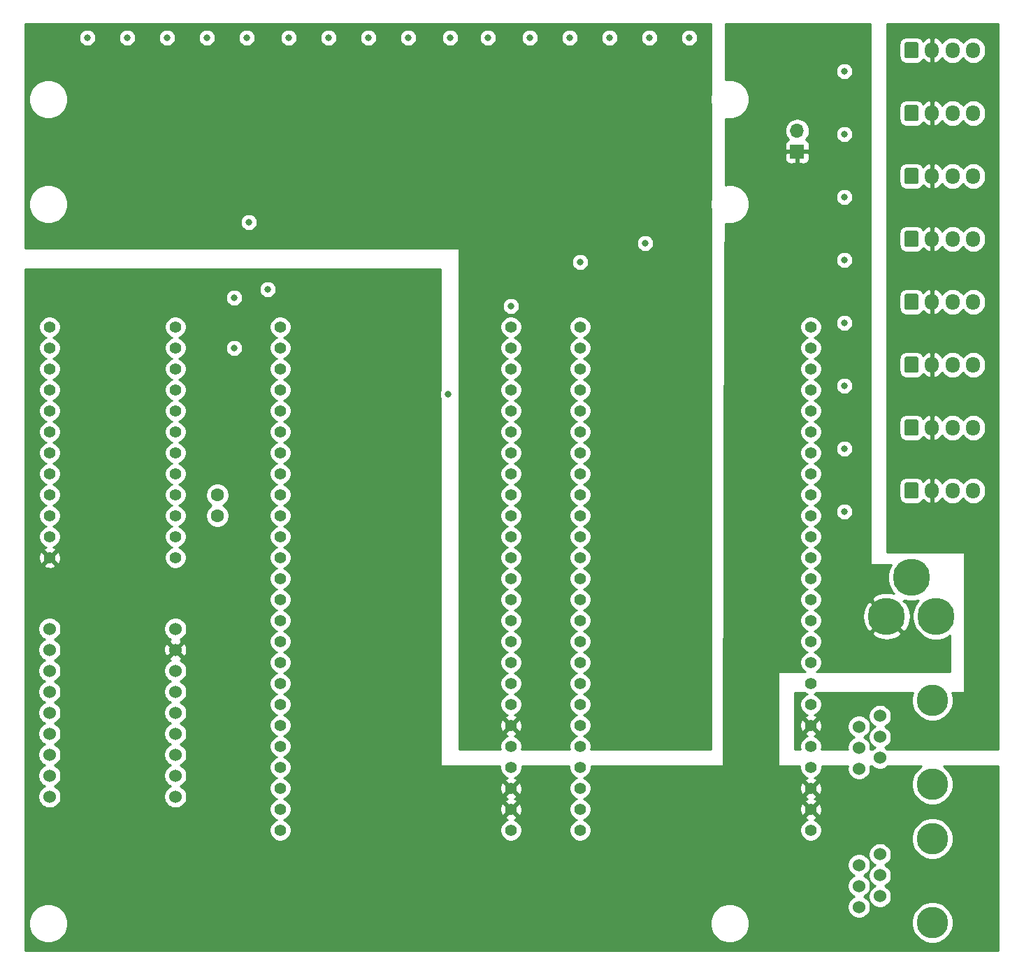
<source format=gbr>
G04 #@! TF.GenerationSoftware,KiCad,Pcbnew,(5.1.2-1)-1*
G04 #@! TF.CreationDate,2019-11-07T15:24:45-05:00*
G04 #@! TF.ProjectId,flow_rate,666c6f77-5f72-4617-9465-2e6b69636164,rev?*
G04 #@! TF.SameCoordinates,Original*
G04 #@! TF.FileFunction,Copper,L3,Inr*
G04 #@! TF.FilePolarity,Positive*
%FSLAX46Y46*%
G04 Gerber Fmt 4.6, Leading zero omitted, Abs format (unit mm)*
G04 Created by KiCad (PCBNEW (5.1.2-1)-1) date 2019-11-07 15:24:45*
%MOMM*%
%LPD*%
G04 APERTURE LIST*
%ADD10C,1.524000*%
%ADD11C,1.397000*%
%ADD12C,0.100000*%
%ADD13C,1.700000*%
%ADD14O,1.700000X1.950000*%
%ADD15O,1.700000X1.700000*%
%ADD16R,1.700000X1.700000*%
%ADD17C,4.500000*%
%ADD18C,3.800000*%
%ADD19C,1.600000*%
%ADD20C,0.800000*%
%ADD21C,0.254000*%
G04 APERTURE END LIST*
D10*
X127508000Y-99314000D03*
X127508000Y-101854000D03*
X127508000Y-104394000D03*
X127508000Y-106934000D03*
X127508000Y-109474000D03*
X127508000Y-112014000D03*
X127508000Y-114554000D03*
X127508000Y-117094000D03*
X127508000Y-119634000D03*
X112268000Y-119634000D03*
X112268000Y-117094000D03*
X112268000Y-114554000D03*
X112268000Y-112014000D03*
X112268000Y-109474000D03*
X112268000Y-106934000D03*
X112268000Y-104394000D03*
X112268000Y-101854000D03*
X112268000Y-99314000D03*
D11*
X112268000Y-62738000D03*
X112268000Y-65278000D03*
X112268000Y-67818000D03*
X112268000Y-70358000D03*
X112268000Y-72898000D03*
X112268000Y-75438000D03*
X112268000Y-77978000D03*
X112268000Y-83058000D03*
X112268000Y-85598000D03*
X112268000Y-88138000D03*
X112268000Y-90678000D03*
X112268000Y-80518000D03*
X127508000Y-80518000D03*
X127508000Y-90678000D03*
X127508000Y-88138000D03*
X127508000Y-85598000D03*
X127508000Y-83058000D03*
X127508000Y-77978000D03*
X127508000Y-75438000D03*
X127508000Y-72898000D03*
X127508000Y-70358000D03*
X127508000Y-67818000D03*
X127508000Y-65278000D03*
X127508000Y-62738000D03*
X168148000Y-123698000D03*
X168148000Y-121158000D03*
X168148000Y-118618000D03*
X168148000Y-116078000D03*
X168148000Y-113538000D03*
X168148000Y-110998000D03*
X168148000Y-108458000D03*
X168148000Y-105918000D03*
X168148000Y-103378000D03*
X168148000Y-100838000D03*
X168148000Y-98298000D03*
X168148000Y-95758000D03*
X168148000Y-93218000D03*
X168148000Y-90678000D03*
X168148000Y-88138000D03*
X168148000Y-85598000D03*
X168148000Y-83058000D03*
X168148000Y-80518000D03*
X168148000Y-77978000D03*
X168148000Y-75438000D03*
X168148000Y-72898000D03*
X168148000Y-70358000D03*
X168148000Y-67818000D03*
X168148000Y-65278000D03*
X168148000Y-62738000D03*
X140208000Y-62738000D03*
X140208000Y-65278000D03*
X140208000Y-67818000D03*
X140208000Y-70358000D03*
X140208000Y-72898000D03*
X140208000Y-75438000D03*
X140208000Y-77978000D03*
X140208000Y-80518000D03*
X140208000Y-83058000D03*
X140208000Y-85598000D03*
X140208000Y-88138000D03*
X140208000Y-90678000D03*
X140208000Y-93218000D03*
X140208000Y-95758000D03*
X140208000Y-98298000D03*
X140208000Y-100838000D03*
X140208000Y-103378000D03*
X140208000Y-105918000D03*
X140208000Y-108458000D03*
X140208000Y-110998000D03*
X140208000Y-113538000D03*
X140208000Y-116078000D03*
X140208000Y-118618000D03*
X140208000Y-121158000D03*
X140208000Y-123698000D03*
X176530000Y-123698000D03*
X176530000Y-121158000D03*
X176530000Y-118618000D03*
X176530000Y-116078000D03*
X176530000Y-113538000D03*
X176530000Y-110998000D03*
X176530000Y-108458000D03*
X176530000Y-105918000D03*
X176530000Y-103378000D03*
X176530000Y-100838000D03*
X176530000Y-98298000D03*
X176530000Y-95758000D03*
X176530000Y-93218000D03*
X176530000Y-90678000D03*
X176530000Y-88138000D03*
X176530000Y-85598000D03*
X176530000Y-83058000D03*
X176530000Y-80518000D03*
X176530000Y-77978000D03*
X176530000Y-75438000D03*
X176530000Y-72898000D03*
X176530000Y-70358000D03*
X176530000Y-67818000D03*
X176530000Y-65278000D03*
X176530000Y-62738000D03*
X204470000Y-62738000D03*
X204470000Y-65278000D03*
X204470000Y-67818000D03*
X204470000Y-70358000D03*
X204470000Y-72898000D03*
X204470000Y-75438000D03*
X204470000Y-77978000D03*
X204470000Y-80518000D03*
X204470000Y-83058000D03*
X204470000Y-85598000D03*
X204470000Y-88138000D03*
X204470000Y-90678000D03*
X204470000Y-93218000D03*
X204470000Y-95758000D03*
X204470000Y-98298000D03*
X204470000Y-100838000D03*
X204470000Y-103378000D03*
X204470000Y-105918000D03*
X204470000Y-108458000D03*
X204470000Y-110998000D03*
X204470000Y-113538000D03*
X204470000Y-116078000D03*
X204470000Y-118618000D03*
X204470000Y-121158000D03*
X204470000Y-123698000D03*
D12*
G36*
X217286504Y-28236204D02*
G01*
X217310773Y-28239804D01*
X217334571Y-28245765D01*
X217357671Y-28254030D01*
X217379849Y-28264520D01*
X217400893Y-28277133D01*
X217420598Y-28291747D01*
X217438777Y-28308223D01*
X217455253Y-28326402D01*
X217469867Y-28346107D01*
X217482480Y-28367151D01*
X217492970Y-28389329D01*
X217501235Y-28412429D01*
X217507196Y-28436227D01*
X217510796Y-28460496D01*
X217512000Y-28485000D01*
X217512000Y-29935000D01*
X217510796Y-29959504D01*
X217507196Y-29983773D01*
X217501235Y-30007571D01*
X217492970Y-30030671D01*
X217482480Y-30052849D01*
X217469867Y-30073893D01*
X217455253Y-30093598D01*
X217438777Y-30111777D01*
X217420598Y-30128253D01*
X217400893Y-30142867D01*
X217379849Y-30155480D01*
X217357671Y-30165970D01*
X217334571Y-30174235D01*
X217310773Y-30180196D01*
X217286504Y-30183796D01*
X217262000Y-30185000D01*
X216062000Y-30185000D01*
X216037496Y-30183796D01*
X216013227Y-30180196D01*
X215989429Y-30174235D01*
X215966329Y-30165970D01*
X215944151Y-30155480D01*
X215923107Y-30142867D01*
X215903402Y-30128253D01*
X215885223Y-30111777D01*
X215868747Y-30093598D01*
X215854133Y-30073893D01*
X215841520Y-30052849D01*
X215831030Y-30030671D01*
X215822765Y-30007571D01*
X215816804Y-29983773D01*
X215813204Y-29959504D01*
X215812000Y-29935000D01*
X215812000Y-28485000D01*
X215813204Y-28460496D01*
X215816804Y-28436227D01*
X215822765Y-28412429D01*
X215831030Y-28389329D01*
X215841520Y-28367151D01*
X215854133Y-28346107D01*
X215868747Y-28326402D01*
X215885223Y-28308223D01*
X215903402Y-28291747D01*
X215923107Y-28277133D01*
X215944151Y-28264520D01*
X215966329Y-28254030D01*
X215989429Y-28245765D01*
X216013227Y-28239804D01*
X216037496Y-28236204D01*
X216062000Y-28235000D01*
X217262000Y-28235000D01*
X217286504Y-28236204D01*
X217286504Y-28236204D01*
G37*
D13*
X216662000Y-29210000D03*
D14*
X219162000Y-29210000D03*
X221662000Y-29210000D03*
X224162000Y-29210000D03*
X224162000Y-36830000D03*
X221662000Y-36830000D03*
X219162000Y-36830000D03*
D12*
G36*
X217286504Y-35856204D02*
G01*
X217310773Y-35859804D01*
X217334571Y-35865765D01*
X217357671Y-35874030D01*
X217379849Y-35884520D01*
X217400893Y-35897133D01*
X217420598Y-35911747D01*
X217438777Y-35928223D01*
X217455253Y-35946402D01*
X217469867Y-35966107D01*
X217482480Y-35987151D01*
X217492970Y-36009329D01*
X217501235Y-36032429D01*
X217507196Y-36056227D01*
X217510796Y-36080496D01*
X217512000Y-36105000D01*
X217512000Y-37555000D01*
X217510796Y-37579504D01*
X217507196Y-37603773D01*
X217501235Y-37627571D01*
X217492970Y-37650671D01*
X217482480Y-37672849D01*
X217469867Y-37693893D01*
X217455253Y-37713598D01*
X217438777Y-37731777D01*
X217420598Y-37748253D01*
X217400893Y-37762867D01*
X217379849Y-37775480D01*
X217357671Y-37785970D01*
X217334571Y-37794235D01*
X217310773Y-37800196D01*
X217286504Y-37803796D01*
X217262000Y-37805000D01*
X216062000Y-37805000D01*
X216037496Y-37803796D01*
X216013227Y-37800196D01*
X215989429Y-37794235D01*
X215966329Y-37785970D01*
X215944151Y-37775480D01*
X215923107Y-37762867D01*
X215903402Y-37748253D01*
X215885223Y-37731777D01*
X215868747Y-37713598D01*
X215854133Y-37693893D01*
X215841520Y-37672849D01*
X215831030Y-37650671D01*
X215822765Y-37627571D01*
X215816804Y-37603773D01*
X215813204Y-37579504D01*
X215812000Y-37555000D01*
X215812000Y-36105000D01*
X215813204Y-36080496D01*
X215816804Y-36056227D01*
X215822765Y-36032429D01*
X215831030Y-36009329D01*
X215841520Y-35987151D01*
X215854133Y-35966107D01*
X215868747Y-35946402D01*
X215885223Y-35928223D01*
X215903402Y-35911747D01*
X215923107Y-35897133D01*
X215944151Y-35884520D01*
X215966329Y-35874030D01*
X215989429Y-35865765D01*
X216013227Y-35859804D01*
X216037496Y-35856204D01*
X216062000Y-35855000D01*
X217262000Y-35855000D01*
X217286504Y-35856204D01*
X217286504Y-35856204D01*
G37*
D13*
X216662000Y-36830000D03*
D12*
G36*
X217286504Y-43476204D02*
G01*
X217310773Y-43479804D01*
X217334571Y-43485765D01*
X217357671Y-43494030D01*
X217379849Y-43504520D01*
X217400893Y-43517133D01*
X217420598Y-43531747D01*
X217438777Y-43548223D01*
X217455253Y-43566402D01*
X217469867Y-43586107D01*
X217482480Y-43607151D01*
X217492970Y-43629329D01*
X217501235Y-43652429D01*
X217507196Y-43676227D01*
X217510796Y-43700496D01*
X217512000Y-43725000D01*
X217512000Y-45175000D01*
X217510796Y-45199504D01*
X217507196Y-45223773D01*
X217501235Y-45247571D01*
X217492970Y-45270671D01*
X217482480Y-45292849D01*
X217469867Y-45313893D01*
X217455253Y-45333598D01*
X217438777Y-45351777D01*
X217420598Y-45368253D01*
X217400893Y-45382867D01*
X217379849Y-45395480D01*
X217357671Y-45405970D01*
X217334571Y-45414235D01*
X217310773Y-45420196D01*
X217286504Y-45423796D01*
X217262000Y-45425000D01*
X216062000Y-45425000D01*
X216037496Y-45423796D01*
X216013227Y-45420196D01*
X215989429Y-45414235D01*
X215966329Y-45405970D01*
X215944151Y-45395480D01*
X215923107Y-45382867D01*
X215903402Y-45368253D01*
X215885223Y-45351777D01*
X215868747Y-45333598D01*
X215854133Y-45313893D01*
X215841520Y-45292849D01*
X215831030Y-45270671D01*
X215822765Y-45247571D01*
X215816804Y-45223773D01*
X215813204Y-45199504D01*
X215812000Y-45175000D01*
X215812000Y-43725000D01*
X215813204Y-43700496D01*
X215816804Y-43676227D01*
X215822765Y-43652429D01*
X215831030Y-43629329D01*
X215841520Y-43607151D01*
X215854133Y-43586107D01*
X215868747Y-43566402D01*
X215885223Y-43548223D01*
X215903402Y-43531747D01*
X215923107Y-43517133D01*
X215944151Y-43504520D01*
X215966329Y-43494030D01*
X215989429Y-43485765D01*
X216013227Y-43479804D01*
X216037496Y-43476204D01*
X216062000Y-43475000D01*
X217262000Y-43475000D01*
X217286504Y-43476204D01*
X217286504Y-43476204D01*
G37*
D13*
X216662000Y-44450000D03*
D14*
X219162000Y-44450000D03*
X221662000Y-44450000D03*
X224162000Y-44450000D03*
X224162000Y-52070000D03*
X221662000Y-52070000D03*
X219162000Y-52070000D03*
D12*
G36*
X217286504Y-51096204D02*
G01*
X217310773Y-51099804D01*
X217334571Y-51105765D01*
X217357671Y-51114030D01*
X217379849Y-51124520D01*
X217400893Y-51137133D01*
X217420598Y-51151747D01*
X217438777Y-51168223D01*
X217455253Y-51186402D01*
X217469867Y-51206107D01*
X217482480Y-51227151D01*
X217492970Y-51249329D01*
X217501235Y-51272429D01*
X217507196Y-51296227D01*
X217510796Y-51320496D01*
X217512000Y-51345000D01*
X217512000Y-52795000D01*
X217510796Y-52819504D01*
X217507196Y-52843773D01*
X217501235Y-52867571D01*
X217492970Y-52890671D01*
X217482480Y-52912849D01*
X217469867Y-52933893D01*
X217455253Y-52953598D01*
X217438777Y-52971777D01*
X217420598Y-52988253D01*
X217400893Y-53002867D01*
X217379849Y-53015480D01*
X217357671Y-53025970D01*
X217334571Y-53034235D01*
X217310773Y-53040196D01*
X217286504Y-53043796D01*
X217262000Y-53045000D01*
X216062000Y-53045000D01*
X216037496Y-53043796D01*
X216013227Y-53040196D01*
X215989429Y-53034235D01*
X215966329Y-53025970D01*
X215944151Y-53015480D01*
X215923107Y-53002867D01*
X215903402Y-52988253D01*
X215885223Y-52971777D01*
X215868747Y-52953598D01*
X215854133Y-52933893D01*
X215841520Y-52912849D01*
X215831030Y-52890671D01*
X215822765Y-52867571D01*
X215816804Y-52843773D01*
X215813204Y-52819504D01*
X215812000Y-52795000D01*
X215812000Y-51345000D01*
X215813204Y-51320496D01*
X215816804Y-51296227D01*
X215822765Y-51272429D01*
X215831030Y-51249329D01*
X215841520Y-51227151D01*
X215854133Y-51206107D01*
X215868747Y-51186402D01*
X215885223Y-51168223D01*
X215903402Y-51151747D01*
X215923107Y-51137133D01*
X215944151Y-51124520D01*
X215966329Y-51114030D01*
X215989429Y-51105765D01*
X216013227Y-51099804D01*
X216037496Y-51096204D01*
X216062000Y-51095000D01*
X217262000Y-51095000D01*
X217286504Y-51096204D01*
X217286504Y-51096204D01*
G37*
D13*
X216662000Y-52070000D03*
D12*
G36*
X217286504Y-58716204D02*
G01*
X217310773Y-58719804D01*
X217334571Y-58725765D01*
X217357671Y-58734030D01*
X217379849Y-58744520D01*
X217400893Y-58757133D01*
X217420598Y-58771747D01*
X217438777Y-58788223D01*
X217455253Y-58806402D01*
X217469867Y-58826107D01*
X217482480Y-58847151D01*
X217492970Y-58869329D01*
X217501235Y-58892429D01*
X217507196Y-58916227D01*
X217510796Y-58940496D01*
X217512000Y-58965000D01*
X217512000Y-60415000D01*
X217510796Y-60439504D01*
X217507196Y-60463773D01*
X217501235Y-60487571D01*
X217492970Y-60510671D01*
X217482480Y-60532849D01*
X217469867Y-60553893D01*
X217455253Y-60573598D01*
X217438777Y-60591777D01*
X217420598Y-60608253D01*
X217400893Y-60622867D01*
X217379849Y-60635480D01*
X217357671Y-60645970D01*
X217334571Y-60654235D01*
X217310773Y-60660196D01*
X217286504Y-60663796D01*
X217262000Y-60665000D01*
X216062000Y-60665000D01*
X216037496Y-60663796D01*
X216013227Y-60660196D01*
X215989429Y-60654235D01*
X215966329Y-60645970D01*
X215944151Y-60635480D01*
X215923107Y-60622867D01*
X215903402Y-60608253D01*
X215885223Y-60591777D01*
X215868747Y-60573598D01*
X215854133Y-60553893D01*
X215841520Y-60532849D01*
X215831030Y-60510671D01*
X215822765Y-60487571D01*
X215816804Y-60463773D01*
X215813204Y-60439504D01*
X215812000Y-60415000D01*
X215812000Y-58965000D01*
X215813204Y-58940496D01*
X215816804Y-58916227D01*
X215822765Y-58892429D01*
X215831030Y-58869329D01*
X215841520Y-58847151D01*
X215854133Y-58826107D01*
X215868747Y-58806402D01*
X215885223Y-58788223D01*
X215903402Y-58771747D01*
X215923107Y-58757133D01*
X215944151Y-58744520D01*
X215966329Y-58734030D01*
X215989429Y-58725765D01*
X216013227Y-58719804D01*
X216037496Y-58716204D01*
X216062000Y-58715000D01*
X217262000Y-58715000D01*
X217286504Y-58716204D01*
X217286504Y-58716204D01*
G37*
D13*
X216662000Y-59690000D03*
D14*
X219162000Y-59690000D03*
X221662000Y-59690000D03*
X224162000Y-59690000D03*
X224162000Y-67310000D03*
X221662000Y-67310000D03*
X219162000Y-67310000D03*
D12*
G36*
X217286504Y-66336204D02*
G01*
X217310773Y-66339804D01*
X217334571Y-66345765D01*
X217357671Y-66354030D01*
X217379849Y-66364520D01*
X217400893Y-66377133D01*
X217420598Y-66391747D01*
X217438777Y-66408223D01*
X217455253Y-66426402D01*
X217469867Y-66446107D01*
X217482480Y-66467151D01*
X217492970Y-66489329D01*
X217501235Y-66512429D01*
X217507196Y-66536227D01*
X217510796Y-66560496D01*
X217512000Y-66585000D01*
X217512000Y-68035000D01*
X217510796Y-68059504D01*
X217507196Y-68083773D01*
X217501235Y-68107571D01*
X217492970Y-68130671D01*
X217482480Y-68152849D01*
X217469867Y-68173893D01*
X217455253Y-68193598D01*
X217438777Y-68211777D01*
X217420598Y-68228253D01*
X217400893Y-68242867D01*
X217379849Y-68255480D01*
X217357671Y-68265970D01*
X217334571Y-68274235D01*
X217310773Y-68280196D01*
X217286504Y-68283796D01*
X217262000Y-68285000D01*
X216062000Y-68285000D01*
X216037496Y-68283796D01*
X216013227Y-68280196D01*
X215989429Y-68274235D01*
X215966329Y-68265970D01*
X215944151Y-68255480D01*
X215923107Y-68242867D01*
X215903402Y-68228253D01*
X215885223Y-68211777D01*
X215868747Y-68193598D01*
X215854133Y-68173893D01*
X215841520Y-68152849D01*
X215831030Y-68130671D01*
X215822765Y-68107571D01*
X215816804Y-68083773D01*
X215813204Y-68059504D01*
X215812000Y-68035000D01*
X215812000Y-66585000D01*
X215813204Y-66560496D01*
X215816804Y-66536227D01*
X215822765Y-66512429D01*
X215831030Y-66489329D01*
X215841520Y-66467151D01*
X215854133Y-66446107D01*
X215868747Y-66426402D01*
X215885223Y-66408223D01*
X215903402Y-66391747D01*
X215923107Y-66377133D01*
X215944151Y-66364520D01*
X215966329Y-66354030D01*
X215989429Y-66345765D01*
X216013227Y-66339804D01*
X216037496Y-66336204D01*
X216062000Y-66335000D01*
X217262000Y-66335000D01*
X217286504Y-66336204D01*
X217286504Y-66336204D01*
G37*
D13*
X216662000Y-67310000D03*
D12*
G36*
X217286504Y-73956204D02*
G01*
X217310773Y-73959804D01*
X217334571Y-73965765D01*
X217357671Y-73974030D01*
X217379849Y-73984520D01*
X217400893Y-73997133D01*
X217420598Y-74011747D01*
X217438777Y-74028223D01*
X217455253Y-74046402D01*
X217469867Y-74066107D01*
X217482480Y-74087151D01*
X217492970Y-74109329D01*
X217501235Y-74132429D01*
X217507196Y-74156227D01*
X217510796Y-74180496D01*
X217512000Y-74205000D01*
X217512000Y-75655000D01*
X217510796Y-75679504D01*
X217507196Y-75703773D01*
X217501235Y-75727571D01*
X217492970Y-75750671D01*
X217482480Y-75772849D01*
X217469867Y-75793893D01*
X217455253Y-75813598D01*
X217438777Y-75831777D01*
X217420598Y-75848253D01*
X217400893Y-75862867D01*
X217379849Y-75875480D01*
X217357671Y-75885970D01*
X217334571Y-75894235D01*
X217310773Y-75900196D01*
X217286504Y-75903796D01*
X217262000Y-75905000D01*
X216062000Y-75905000D01*
X216037496Y-75903796D01*
X216013227Y-75900196D01*
X215989429Y-75894235D01*
X215966329Y-75885970D01*
X215944151Y-75875480D01*
X215923107Y-75862867D01*
X215903402Y-75848253D01*
X215885223Y-75831777D01*
X215868747Y-75813598D01*
X215854133Y-75793893D01*
X215841520Y-75772849D01*
X215831030Y-75750671D01*
X215822765Y-75727571D01*
X215816804Y-75703773D01*
X215813204Y-75679504D01*
X215812000Y-75655000D01*
X215812000Y-74205000D01*
X215813204Y-74180496D01*
X215816804Y-74156227D01*
X215822765Y-74132429D01*
X215831030Y-74109329D01*
X215841520Y-74087151D01*
X215854133Y-74066107D01*
X215868747Y-74046402D01*
X215885223Y-74028223D01*
X215903402Y-74011747D01*
X215923107Y-73997133D01*
X215944151Y-73984520D01*
X215966329Y-73974030D01*
X215989429Y-73965765D01*
X216013227Y-73959804D01*
X216037496Y-73956204D01*
X216062000Y-73955000D01*
X217262000Y-73955000D01*
X217286504Y-73956204D01*
X217286504Y-73956204D01*
G37*
D13*
X216662000Y-74930000D03*
D14*
X219162000Y-74930000D03*
X221662000Y-74930000D03*
X224162000Y-74930000D03*
X224162000Y-82550000D03*
X221662000Y-82550000D03*
X219162000Y-82550000D03*
D12*
G36*
X217286504Y-81576204D02*
G01*
X217310773Y-81579804D01*
X217334571Y-81585765D01*
X217357671Y-81594030D01*
X217379849Y-81604520D01*
X217400893Y-81617133D01*
X217420598Y-81631747D01*
X217438777Y-81648223D01*
X217455253Y-81666402D01*
X217469867Y-81686107D01*
X217482480Y-81707151D01*
X217492970Y-81729329D01*
X217501235Y-81752429D01*
X217507196Y-81776227D01*
X217510796Y-81800496D01*
X217512000Y-81825000D01*
X217512000Y-83275000D01*
X217510796Y-83299504D01*
X217507196Y-83323773D01*
X217501235Y-83347571D01*
X217492970Y-83370671D01*
X217482480Y-83392849D01*
X217469867Y-83413893D01*
X217455253Y-83433598D01*
X217438777Y-83451777D01*
X217420598Y-83468253D01*
X217400893Y-83482867D01*
X217379849Y-83495480D01*
X217357671Y-83505970D01*
X217334571Y-83514235D01*
X217310773Y-83520196D01*
X217286504Y-83523796D01*
X217262000Y-83525000D01*
X216062000Y-83525000D01*
X216037496Y-83523796D01*
X216013227Y-83520196D01*
X215989429Y-83514235D01*
X215966329Y-83505970D01*
X215944151Y-83495480D01*
X215923107Y-83482867D01*
X215903402Y-83468253D01*
X215885223Y-83451777D01*
X215868747Y-83433598D01*
X215854133Y-83413893D01*
X215841520Y-83392849D01*
X215831030Y-83370671D01*
X215822765Y-83347571D01*
X215816804Y-83323773D01*
X215813204Y-83299504D01*
X215812000Y-83275000D01*
X215812000Y-81825000D01*
X215813204Y-81800496D01*
X215816804Y-81776227D01*
X215822765Y-81752429D01*
X215831030Y-81729329D01*
X215841520Y-81707151D01*
X215854133Y-81686107D01*
X215868747Y-81666402D01*
X215885223Y-81648223D01*
X215903402Y-81631747D01*
X215923107Y-81617133D01*
X215944151Y-81604520D01*
X215966329Y-81594030D01*
X215989429Y-81585765D01*
X216013227Y-81579804D01*
X216037496Y-81576204D01*
X216062000Y-81575000D01*
X217262000Y-81575000D01*
X217286504Y-81576204D01*
X217286504Y-81576204D01*
G37*
D13*
X216662000Y-82550000D03*
D15*
X202820000Y-38962000D03*
D16*
X202820000Y-41502000D03*
D17*
X213662000Y-97790000D03*
X219662000Y-97790000D03*
X216662000Y-93090000D03*
D10*
X212852000Y-109860000D03*
D18*
X219202000Y-118110000D03*
X219202000Y-107950000D03*
D10*
X212852000Y-112400000D03*
X212852000Y-114940000D03*
X210312000Y-111150000D03*
X210312000Y-113690000D03*
X210312000Y-116230000D03*
X212852000Y-126624000D03*
D18*
X219202000Y-134874000D03*
X219202000Y-124714000D03*
D10*
X212852000Y-129164000D03*
X212852000Y-131704000D03*
X210312000Y-127914000D03*
X210312000Y-130454000D03*
X210312000Y-132994000D03*
D19*
X132588000Y-85598000D03*
X132588000Y-83098000D03*
D20*
X208534000Y-31750000D03*
X208534000Y-39370000D03*
X208534000Y-46990000D03*
X208534000Y-54610000D03*
X208534000Y-62230000D03*
X208534000Y-69850000D03*
X208534000Y-77470000D03*
X208534000Y-85090000D03*
X116840000Y-27686000D03*
X121666000Y-27686000D03*
X126492000Y-27686000D03*
X131318000Y-27686000D03*
X136144000Y-27686000D03*
X141224000Y-27686000D03*
X146050000Y-27686000D03*
X150876000Y-27686000D03*
X155702000Y-27686000D03*
X160782000Y-27686000D03*
X165354000Y-27686000D03*
X170434000Y-27686000D03*
X175260000Y-27686000D03*
X180086000Y-27686000D03*
X184912000Y-27686000D03*
X189738000Y-27686000D03*
X184404000Y-52578000D03*
X116840000Y-38862000D03*
X116840000Y-44196000D03*
X121666000Y-38862000D03*
X121666000Y-44196000D03*
X126492000Y-38862000D03*
X126492000Y-44196000D03*
X131318000Y-38862000D03*
X131318000Y-44196000D03*
X136144000Y-38862000D03*
X136144000Y-44196000D03*
X140970000Y-38862000D03*
X140970000Y-44196000D03*
X146050000Y-38862000D03*
X146050000Y-44196000D03*
X150876000Y-38862000D03*
X150876000Y-44196000D03*
X155702000Y-38862000D03*
X155702000Y-44196000D03*
X160528000Y-38862000D03*
X160528000Y-44196000D03*
X165354000Y-38862000D03*
X165354000Y-44196000D03*
X170434000Y-38862000D03*
X170434000Y-44196000D03*
X175260000Y-38862000D03*
X175260000Y-44196000D03*
X180086000Y-38862000D03*
X180086000Y-44196000D03*
X184912000Y-38862000D03*
X184912000Y-44196000D03*
X189738000Y-38862000D03*
X189738000Y-44196000D03*
X176530000Y-54864000D03*
X168148000Y-60198000D03*
X160528000Y-70866000D03*
X138684000Y-58166000D03*
X136398000Y-50038000D03*
X134620000Y-59182000D03*
X134620000Y-65278000D03*
X208534000Y-29210000D03*
X208534000Y-36830000D03*
X208534000Y-44450000D03*
X208534000Y-52070000D03*
X208534000Y-59690000D03*
X208534000Y-67310000D03*
X208534000Y-74930000D03*
X208534000Y-82550000D03*
D21*
G36*
X227203000Y-113919000D02*
G01*
X213806655Y-113919000D01*
X213742535Y-113854880D01*
X213513727Y-113701995D01*
X213436485Y-113670000D01*
X213513727Y-113638005D01*
X213742535Y-113485120D01*
X213937120Y-113290535D01*
X214090005Y-113061727D01*
X214195314Y-112807490D01*
X214249000Y-112537592D01*
X214249000Y-112262408D01*
X214195314Y-111992510D01*
X214090005Y-111738273D01*
X213937120Y-111509465D01*
X213742535Y-111314880D01*
X213513727Y-111161995D01*
X213436485Y-111130000D01*
X213513727Y-111098005D01*
X213742535Y-110945120D01*
X213937120Y-110750535D01*
X214090005Y-110521727D01*
X214195314Y-110267490D01*
X214249000Y-109997592D01*
X214249000Y-109722408D01*
X214195314Y-109452510D01*
X214090005Y-109198273D01*
X213937120Y-108969465D01*
X213742535Y-108774880D01*
X213513727Y-108621995D01*
X213259490Y-108516686D01*
X212989592Y-108463000D01*
X212714408Y-108463000D01*
X212444510Y-108516686D01*
X212190273Y-108621995D01*
X211961465Y-108774880D01*
X211766880Y-108969465D01*
X211613995Y-109198273D01*
X211508686Y-109452510D01*
X211455000Y-109722408D01*
X211455000Y-109997592D01*
X211508686Y-110267490D01*
X211613995Y-110521727D01*
X211766880Y-110750535D01*
X211961465Y-110945120D01*
X212190273Y-111098005D01*
X212267515Y-111130000D01*
X212190273Y-111161995D01*
X211961465Y-111314880D01*
X211766880Y-111509465D01*
X211613995Y-111738273D01*
X211508686Y-111992510D01*
X211455000Y-112262408D01*
X211455000Y-112537592D01*
X211508686Y-112807490D01*
X211613995Y-113061727D01*
X211766880Y-113290535D01*
X211961465Y-113485120D01*
X212190273Y-113638005D01*
X212267515Y-113670000D01*
X212190273Y-113701995D01*
X211961465Y-113854880D01*
X211897345Y-113919000D01*
X211690818Y-113919000D01*
X211709000Y-113827592D01*
X211709000Y-113552408D01*
X211655314Y-113282510D01*
X211550005Y-113028273D01*
X211397120Y-112799465D01*
X211202535Y-112604880D01*
X210973727Y-112451995D01*
X210896485Y-112420000D01*
X210973727Y-112388005D01*
X211202535Y-112235120D01*
X211397120Y-112040535D01*
X211550005Y-111811727D01*
X211655314Y-111557490D01*
X211709000Y-111287592D01*
X211709000Y-111012408D01*
X211655314Y-110742510D01*
X211550005Y-110488273D01*
X211397120Y-110259465D01*
X211202535Y-110064880D01*
X210973727Y-109911995D01*
X210719490Y-109806686D01*
X210449592Y-109753000D01*
X210174408Y-109753000D01*
X209904510Y-109806686D01*
X209650273Y-109911995D01*
X209421465Y-110064880D01*
X209226880Y-110259465D01*
X209073995Y-110488273D01*
X208968686Y-110742510D01*
X208915000Y-111012408D01*
X208915000Y-111287592D01*
X208968686Y-111557490D01*
X209073995Y-111811727D01*
X209226880Y-112040535D01*
X209421465Y-112235120D01*
X209650273Y-112388005D01*
X209727515Y-112420000D01*
X209650273Y-112451995D01*
X209421465Y-112604880D01*
X209226880Y-112799465D01*
X209073995Y-113028273D01*
X208968686Y-113282510D01*
X208915000Y-113552408D01*
X208915000Y-113827592D01*
X208933182Y-113919000D01*
X205753839Y-113919000D01*
X205803500Y-113669338D01*
X205803500Y-113406662D01*
X205752254Y-113149032D01*
X205651732Y-112906351D01*
X205505797Y-112687943D01*
X205320057Y-112502203D01*
X205101649Y-112356268D01*
X204884430Y-112266293D01*
X205050842Y-112205514D01*
X205151314Y-112151812D01*
X205210592Y-111918197D01*
X204470000Y-111177605D01*
X203729408Y-111918197D01*
X203788686Y-112151812D01*
X204026875Y-112262559D01*
X204050622Y-112268342D01*
X203838351Y-112356268D01*
X203619943Y-112502203D01*
X203434203Y-112687943D01*
X203288268Y-112906351D01*
X203187746Y-113149032D01*
X203136500Y-113406662D01*
X203136500Y-113669338D01*
X203186161Y-113919000D01*
X202565000Y-113919000D01*
X202565000Y-111072533D01*
X203132124Y-111072533D01*
X203172371Y-111332107D01*
X203262486Y-111578842D01*
X203316188Y-111679314D01*
X203549803Y-111738592D01*
X204290395Y-110998000D01*
X204649605Y-110998000D01*
X205390197Y-111738592D01*
X205623812Y-111679314D01*
X205734559Y-111441125D01*
X205796711Y-111185907D01*
X205807876Y-110923467D01*
X205767629Y-110663893D01*
X205677514Y-110417158D01*
X205623812Y-110316686D01*
X205390197Y-110257408D01*
X204649605Y-110998000D01*
X204290395Y-110998000D01*
X203549803Y-110257408D01*
X203316188Y-110316686D01*
X203205441Y-110554875D01*
X203143289Y-110810093D01*
X203132124Y-111072533D01*
X202565000Y-111072533D01*
X202565000Y-107061000D01*
X203780384Y-107061000D01*
X203838351Y-107099732D01*
X204051448Y-107188000D01*
X203838351Y-107276268D01*
X203619943Y-107422203D01*
X203434203Y-107607943D01*
X203288268Y-107826351D01*
X203187746Y-108069032D01*
X203136500Y-108326662D01*
X203136500Y-108589338D01*
X203187746Y-108846968D01*
X203288268Y-109089649D01*
X203434203Y-109308057D01*
X203619943Y-109493797D01*
X203838351Y-109639732D01*
X204055570Y-109729707D01*
X203889158Y-109790486D01*
X203788686Y-109844188D01*
X203729408Y-110077803D01*
X204470000Y-110818395D01*
X205210592Y-110077803D01*
X205151314Y-109844188D01*
X204913125Y-109733441D01*
X204889378Y-109727658D01*
X205101649Y-109639732D01*
X205320057Y-109493797D01*
X205505797Y-109308057D01*
X205651732Y-109089649D01*
X205752254Y-108846968D01*
X205803500Y-108589338D01*
X205803500Y-108326662D01*
X205752254Y-108069032D01*
X205651732Y-107826351D01*
X205505797Y-107607943D01*
X205320057Y-107422203D01*
X205101649Y-107276268D01*
X204888552Y-107188000D01*
X205101649Y-107099732D01*
X205159616Y-107061000D01*
X216826371Y-107061000D01*
X216764418Y-107210568D01*
X216667000Y-107700324D01*
X216667000Y-108199676D01*
X216764418Y-108689432D01*
X216955512Y-109150773D01*
X217232937Y-109565968D01*
X217586032Y-109919063D01*
X218001227Y-110196488D01*
X218462568Y-110387582D01*
X218952324Y-110485000D01*
X219451676Y-110485000D01*
X219941432Y-110387582D01*
X220402773Y-110196488D01*
X220817968Y-109919063D01*
X221171063Y-109565968D01*
X221448488Y-109150773D01*
X221639582Y-108689432D01*
X221737000Y-108199676D01*
X221737000Y-107700324D01*
X221639582Y-107210568D01*
X221577629Y-107061000D01*
X223012000Y-107061000D01*
X223036776Y-107058560D01*
X223060601Y-107051333D01*
X223082557Y-107039597D01*
X223101803Y-107023803D01*
X223117597Y-107004557D01*
X223129333Y-106982601D01*
X223136560Y-106958776D01*
X223139000Y-106934000D01*
X223139000Y-90170000D01*
X223136560Y-90145224D01*
X223129333Y-90121399D01*
X223117597Y-90099443D01*
X223101803Y-90080197D01*
X223082557Y-90064403D01*
X223060601Y-90052667D01*
X223036776Y-90045440D01*
X223012000Y-90043000D01*
X213741000Y-90043000D01*
X213741000Y-81825000D01*
X215173928Y-81825000D01*
X215173928Y-83275000D01*
X215190992Y-83448254D01*
X215241528Y-83614850D01*
X215323595Y-83768386D01*
X215434038Y-83902962D01*
X215568614Y-84013405D01*
X215722150Y-84095472D01*
X215888746Y-84146008D01*
X216062000Y-84163072D01*
X217262000Y-84163072D01*
X217435254Y-84146008D01*
X217601850Y-84095472D01*
X217755386Y-84013405D01*
X217889962Y-83902962D01*
X218000405Y-83768386D01*
X218056714Y-83663039D01*
X218072951Y-83684429D01*
X218290807Y-83877496D01*
X218542142Y-84024352D01*
X218805110Y-84116476D01*
X219035000Y-83995155D01*
X219035000Y-82677000D01*
X219015000Y-82677000D01*
X219015000Y-82423000D01*
X219035000Y-82423000D01*
X219035000Y-81104845D01*
X219289000Y-81104845D01*
X219289000Y-82423000D01*
X219309000Y-82423000D01*
X219309000Y-82677000D01*
X219289000Y-82677000D01*
X219289000Y-83995155D01*
X219518890Y-84116476D01*
X219781858Y-84024352D01*
X220033193Y-83877496D01*
X220251049Y-83684429D01*
X220407538Y-83478278D01*
X220421294Y-83504014D01*
X220606866Y-83730134D01*
X220832987Y-83915706D01*
X221090967Y-84053599D01*
X221370890Y-84138513D01*
X221662000Y-84167185D01*
X221953111Y-84138513D01*
X222233034Y-84053599D01*
X222491014Y-83915706D01*
X222717134Y-83730134D01*
X222902706Y-83504014D01*
X222912000Y-83486626D01*
X222921294Y-83504014D01*
X223106866Y-83730134D01*
X223332987Y-83915706D01*
X223590967Y-84053599D01*
X223870890Y-84138513D01*
X224162000Y-84167185D01*
X224453111Y-84138513D01*
X224733034Y-84053599D01*
X224991014Y-83915706D01*
X225217134Y-83730134D01*
X225402706Y-83504014D01*
X225540599Y-83246033D01*
X225625513Y-82966110D01*
X225647000Y-82747949D01*
X225647000Y-82352050D01*
X225625513Y-82133889D01*
X225540599Y-81853966D01*
X225402706Y-81595986D01*
X225217134Y-81369866D01*
X224991013Y-81184294D01*
X224733033Y-81046401D01*
X224453110Y-80961487D01*
X224162000Y-80932815D01*
X223870889Y-80961487D01*
X223590966Y-81046401D01*
X223332986Y-81184294D01*
X223106866Y-81369866D01*
X222921294Y-81595987D01*
X222912000Y-81613374D01*
X222902706Y-81595986D01*
X222717134Y-81369866D01*
X222491013Y-81184294D01*
X222233033Y-81046401D01*
X221953110Y-80961487D01*
X221662000Y-80932815D01*
X221370889Y-80961487D01*
X221090966Y-81046401D01*
X220832986Y-81184294D01*
X220606866Y-81369866D01*
X220421294Y-81595987D01*
X220407538Y-81621722D01*
X220251049Y-81415571D01*
X220033193Y-81222504D01*
X219781858Y-81075648D01*
X219518890Y-80983524D01*
X219289000Y-81104845D01*
X219035000Y-81104845D01*
X218805110Y-80983524D01*
X218542142Y-81075648D01*
X218290807Y-81222504D01*
X218072951Y-81415571D01*
X218056714Y-81436961D01*
X218000405Y-81331614D01*
X217889962Y-81197038D01*
X217755386Y-81086595D01*
X217601850Y-81004528D01*
X217435254Y-80953992D01*
X217262000Y-80936928D01*
X216062000Y-80936928D01*
X215888746Y-80953992D01*
X215722150Y-81004528D01*
X215568614Y-81086595D01*
X215434038Y-81197038D01*
X215323595Y-81331614D01*
X215241528Y-81485150D01*
X215190992Y-81651746D01*
X215173928Y-81825000D01*
X213741000Y-81825000D01*
X213741000Y-74205000D01*
X215173928Y-74205000D01*
X215173928Y-75655000D01*
X215190992Y-75828254D01*
X215241528Y-75994850D01*
X215323595Y-76148386D01*
X215434038Y-76282962D01*
X215568614Y-76393405D01*
X215722150Y-76475472D01*
X215888746Y-76526008D01*
X216062000Y-76543072D01*
X217262000Y-76543072D01*
X217435254Y-76526008D01*
X217601850Y-76475472D01*
X217755386Y-76393405D01*
X217889962Y-76282962D01*
X218000405Y-76148386D01*
X218056714Y-76043039D01*
X218072951Y-76064429D01*
X218290807Y-76257496D01*
X218542142Y-76404352D01*
X218805110Y-76496476D01*
X219035000Y-76375155D01*
X219035000Y-75057000D01*
X219015000Y-75057000D01*
X219015000Y-74803000D01*
X219035000Y-74803000D01*
X219035000Y-73484845D01*
X219289000Y-73484845D01*
X219289000Y-74803000D01*
X219309000Y-74803000D01*
X219309000Y-75057000D01*
X219289000Y-75057000D01*
X219289000Y-76375155D01*
X219518890Y-76496476D01*
X219781858Y-76404352D01*
X220033193Y-76257496D01*
X220251049Y-76064429D01*
X220407538Y-75858278D01*
X220421294Y-75884014D01*
X220606866Y-76110134D01*
X220832987Y-76295706D01*
X221090967Y-76433599D01*
X221370890Y-76518513D01*
X221662000Y-76547185D01*
X221953111Y-76518513D01*
X222233034Y-76433599D01*
X222491014Y-76295706D01*
X222717134Y-76110134D01*
X222902706Y-75884014D01*
X222912000Y-75866626D01*
X222921294Y-75884014D01*
X223106866Y-76110134D01*
X223332987Y-76295706D01*
X223590967Y-76433599D01*
X223870890Y-76518513D01*
X224162000Y-76547185D01*
X224453111Y-76518513D01*
X224733034Y-76433599D01*
X224991014Y-76295706D01*
X225217134Y-76110134D01*
X225402706Y-75884014D01*
X225540599Y-75626033D01*
X225625513Y-75346110D01*
X225647000Y-75127949D01*
X225647000Y-74732050D01*
X225625513Y-74513889D01*
X225540599Y-74233966D01*
X225402706Y-73975986D01*
X225217134Y-73749866D01*
X224991013Y-73564294D01*
X224733033Y-73426401D01*
X224453110Y-73341487D01*
X224162000Y-73312815D01*
X223870889Y-73341487D01*
X223590966Y-73426401D01*
X223332986Y-73564294D01*
X223106866Y-73749866D01*
X222921294Y-73975987D01*
X222912000Y-73993374D01*
X222902706Y-73975986D01*
X222717134Y-73749866D01*
X222491013Y-73564294D01*
X222233033Y-73426401D01*
X221953110Y-73341487D01*
X221662000Y-73312815D01*
X221370889Y-73341487D01*
X221090966Y-73426401D01*
X220832986Y-73564294D01*
X220606866Y-73749866D01*
X220421294Y-73975987D01*
X220407538Y-74001722D01*
X220251049Y-73795571D01*
X220033193Y-73602504D01*
X219781858Y-73455648D01*
X219518890Y-73363524D01*
X219289000Y-73484845D01*
X219035000Y-73484845D01*
X218805110Y-73363524D01*
X218542142Y-73455648D01*
X218290807Y-73602504D01*
X218072951Y-73795571D01*
X218056714Y-73816961D01*
X218000405Y-73711614D01*
X217889962Y-73577038D01*
X217755386Y-73466595D01*
X217601850Y-73384528D01*
X217435254Y-73333992D01*
X217262000Y-73316928D01*
X216062000Y-73316928D01*
X215888746Y-73333992D01*
X215722150Y-73384528D01*
X215568614Y-73466595D01*
X215434038Y-73577038D01*
X215323595Y-73711614D01*
X215241528Y-73865150D01*
X215190992Y-74031746D01*
X215173928Y-74205000D01*
X213741000Y-74205000D01*
X213741000Y-66585000D01*
X215173928Y-66585000D01*
X215173928Y-68035000D01*
X215190992Y-68208254D01*
X215241528Y-68374850D01*
X215323595Y-68528386D01*
X215434038Y-68662962D01*
X215568614Y-68773405D01*
X215722150Y-68855472D01*
X215888746Y-68906008D01*
X216062000Y-68923072D01*
X217262000Y-68923072D01*
X217435254Y-68906008D01*
X217601850Y-68855472D01*
X217755386Y-68773405D01*
X217889962Y-68662962D01*
X218000405Y-68528386D01*
X218056714Y-68423039D01*
X218072951Y-68444429D01*
X218290807Y-68637496D01*
X218542142Y-68784352D01*
X218805110Y-68876476D01*
X219035000Y-68755155D01*
X219035000Y-67437000D01*
X219015000Y-67437000D01*
X219015000Y-67183000D01*
X219035000Y-67183000D01*
X219035000Y-65864845D01*
X219289000Y-65864845D01*
X219289000Y-67183000D01*
X219309000Y-67183000D01*
X219309000Y-67437000D01*
X219289000Y-67437000D01*
X219289000Y-68755155D01*
X219518890Y-68876476D01*
X219781858Y-68784352D01*
X220033193Y-68637496D01*
X220251049Y-68444429D01*
X220407538Y-68238278D01*
X220421294Y-68264014D01*
X220606866Y-68490134D01*
X220832987Y-68675706D01*
X221090967Y-68813599D01*
X221370890Y-68898513D01*
X221662000Y-68927185D01*
X221953111Y-68898513D01*
X222233034Y-68813599D01*
X222491014Y-68675706D01*
X222717134Y-68490134D01*
X222902706Y-68264014D01*
X222912000Y-68246626D01*
X222921294Y-68264014D01*
X223106866Y-68490134D01*
X223332987Y-68675706D01*
X223590967Y-68813599D01*
X223870890Y-68898513D01*
X224162000Y-68927185D01*
X224453111Y-68898513D01*
X224733034Y-68813599D01*
X224991014Y-68675706D01*
X225217134Y-68490134D01*
X225402706Y-68264014D01*
X225540599Y-68006033D01*
X225625513Y-67726110D01*
X225647000Y-67507949D01*
X225647000Y-67112050D01*
X225625513Y-66893889D01*
X225540599Y-66613966D01*
X225402706Y-66355986D01*
X225217134Y-66129866D01*
X224991013Y-65944294D01*
X224733033Y-65806401D01*
X224453110Y-65721487D01*
X224162000Y-65692815D01*
X223870889Y-65721487D01*
X223590966Y-65806401D01*
X223332986Y-65944294D01*
X223106866Y-66129866D01*
X222921294Y-66355987D01*
X222912000Y-66373374D01*
X222902706Y-66355986D01*
X222717134Y-66129866D01*
X222491013Y-65944294D01*
X222233033Y-65806401D01*
X221953110Y-65721487D01*
X221662000Y-65692815D01*
X221370889Y-65721487D01*
X221090966Y-65806401D01*
X220832986Y-65944294D01*
X220606866Y-66129866D01*
X220421294Y-66355987D01*
X220407538Y-66381722D01*
X220251049Y-66175571D01*
X220033193Y-65982504D01*
X219781858Y-65835648D01*
X219518890Y-65743524D01*
X219289000Y-65864845D01*
X219035000Y-65864845D01*
X218805110Y-65743524D01*
X218542142Y-65835648D01*
X218290807Y-65982504D01*
X218072951Y-66175571D01*
X218056714Y-66196961D01*
X218000405Y-66091614D01*
X217889962Y-65957038D01*
X217755386Y-65846595D01*
X217601850Y-65764528D01*
X217435254Y-65713992D01*
X217262000Y-65696928D01*
X216062000Y-65696928D01*
X215888746Y-65713992D01*
X215722150Y-65764528D01*
X215568614Y-65846595D01*
X215434038Y-65957038D01*
X215323595Y-66091614D01*
X215241528Y-66245150D01*
X215190992Y-66411746D01*
X215173928Y-66585000D01*
X213741000Y-66585000D01*
X213741000Y-58965000D01*
X215173928Y-58965000D01*
X215173928Y-60415000D01*
X215190992Y-60588254D01*
X215241528Y-60754850D01*
X215323595Y-60908386D01*
X215434038Y-61042962D01*
X215568614Y-61153405D01*
X215722150Y-61235472D01*
X215888746Y-61286008D01*
X216062000Y-61303072D01*
X217262000Y-61303072D01*
X217435254Y-61286008D01*
X217601850Y-61235472D01*
X217755386Y-61153405D01*
X217889962Y-61042962D01*
X218000405Y-60908386D01*
X218056714Y-60803039D01*
X218072951Y-60824429D01*
X218290807Y-61017496D01*
X218542142Y-61164352D01*
X218805110Y-61256476D01*
X219035000Y-61135155D01*
X219035000Y-59817000D01*
X219015000Y-59817000D01*
X219015000Y-59563000D01*
X219035000Y-59563000D01*
X219035000Y-58244845D01*
X219289000Y-58244845D01*
X219289000Y-59563000D01*
X219309000Y-59563000D01*
X219309000Y-59817000D01*
X219289000Y-59817000D01*
X219289000Y-61135155D01*
X219518890Y-61256476D01*
X219781858Y-61164352D01*
X220033193Y-61017496D01*
X220251049Y-60824429D01*
X220407538Y-60618278D01*
X220421294Y-60644014D01*
X220606866Y-60870134D01*
X220832987Y-61055706D01*
X221090967Y-61193599D01*
X221370890Y-61278513D01*
X221662000Y-61307185D01*
X221953111Y-61278513D01*
X222233034Y-61193599D01*
X222491014Y-61055706D01*
X222717134Y-60870134D01*
X222902706Y-60644014D01*
X222912000Y-60626626D01*
X222921294Y-60644014D01*
X223106866Y-60870134D01*
X223332987Y-61055706D01*
X223590967Y-61193599D01*
X223870890Y-61278513D01*
X224162000Y-61307185D01*
X224453111Y-61278513D01*
X224733034Y-61193599D01*
X224991014Y-61055706D01*
X225217134Y-60870134D01*
X225402706Y-60644014D01*
X225540599Y-60386033D01*
X225625513Y-60106110D01*
X225647000Y-59887949D01*
X225647000Y-59492050D01*
X225625513Y-59273889D01*
X225540599Y-58993966D01*
X225402706Y-58735986D01*
X225217134Y-58509866D01*
X224991013Y-58324294D01*
X224733033Y-58186401D01*
X224453110Y-58101487D01*
X224162000Y-58072815D01*
X223870889Y-58101487D01*
X223590966Y-58186401D01*
X223332986Y-58324294D01*
X223106866Y-58509866D01*
X222921294Y-58735987D01*
X222912000Y-58753374D01*
X222902706Y-58735986D01*
X222717134Y-58509866D01*
X222491013Y-58324294D01*
X222233033Y-58186401D01*
X221953110Y-58101487D01*
X221662000Y-58072815D01*
X221370889Y-58101487D01*
X221090966Y-58186401D01*
X220832986Y-58324294D01*
X220606866Y-58509866D01*
X220421294Y-58735987D01*
X220407538Y-58761722D01*
X220251049Y-58555571D01*
X220033193Y-58362504D01*
X219781858Y-58215648D01*
X219518890Y-58123524D01*
X219289000Y-58244845D01*
X219035000Y-58244845D01*
X218805110Y-58123524D01*
X218542142Y-58215648D01*
X218290807Y-58362504D01*
X218072951Y-58555571D01*
X218056714Y-58576961D01*
X218000405Y-58471614D01*
X217889962Y-58337038D01*
X217755386Y-58226595D01*
X217601850Y-58144528D01*
X217435254Y-58093992D01*
X217262000Y-58076928D01*
X216062000Y-58076928D01*
X215888746Y-58093992D01*
X215722150Y-58144528D01*
X215568614Y-58226595D01*
X215434038Y-58337038D01*
X215323595Y-58471614D01*
X215241528Y-58625150D01*
X215190992Y-58791746D01*
X215173928Y-58965000D01*
X213741000Y-58965000D01*
X213741000Y-51345000D01*
X215173928Y-51345000D01*
X215173928Y-52795000D01*
X215190992Y-52968254D01*
X215241528Y-53134850D01*
X215323595Y-53288386D01*
X215434038Y-53422962D01*
X215568614Y-53533405D01*
X215722150Y-53615472D01*
X215888746Y-53666008D01*
X216062000Y-53683072D01*
X217262000Y-53683072D01*
X217435254Y-53666008D01*
X217601850Y-53615472D01*
X217755386Y-53533405D01*
X217889962Y-53422962D01*
X218000405Y-53288386D01*
X218056714Y-53183039D01*
X218072951Y-53204429D01*
X218290807Y-53397496D01*
X218542142Y-53544352D01*
X218805110Y-53636476D01*
X219035000Y-53515155D01*
X219035000Y-52197000D01*
X219015000Y-52197000D01*
X219015000Y-51943000D01*
X219035000Y-51943000D01*
X219035000Y-50624845D01*
X219289000Y-50624845D01*
X219289000Y-51943000D01*
X219309000Y-51943000D01*
X219309000Y-52197000D01*
X219289000Y-52197000D01*
X219289000Y-53515155D01*
X219518890Y-53636476D01*
X219781858Y-53544352D01*
X220033193Y-53397496D01*
X220251049Y-53204429D01*
X220407538Y-52998278D01*
X220421294Y-53024014D01*
X220606866Y-53250134D01*
X220832987Y-53435706D01*
X221090967Y-53573599D01*
X221370890Y-53658513D01*
X221662000Y-53687185D01*
X221953111Y-53658513D01*
X222233034Y-53573599D01*
X222491014Y-53435706D01*
X222717134Y-53250134D01*
X222902706Y-53024014D01*
X222912000Y-53006626D01*
X222921294Y-53024014D01*
X223106866Y-53250134D01*
X223332987Y-53435706D01*
X223590967Y-53573599D01*
X223870890Y-53658513D01*
X224162000Y-53687185D01*
X224453111Y-53658513D01*
X224733034Y-53573599D01*
X224991014Y-53435706D01*
X225217134Y-53250134D01*
X225402706Y-53024014D01*
X225540599Y-52766033D01*
X225625513Y-52486110D01*
X225647000Y-52267949D01*
X225647000Y-51872050D01*
X225625513Y-51653889D01*
X225540599Y-51373966D01*
X225402706Y-51115986D01*
X225217134Y-50889866D01*
X224991013Y-50704294D01*
X224733033Y-50566401D01*
X224453110Y-50481487D01*
X224162000Y-50452815D01*
X223870889Y-50481487D01*
X223590966Y-50566401D01*
X223332986Y-50704294D01*
X223106866Y-50889866D01*
X222921294Y-51115987D01*
X222912000Y-51133374D01*
X222902706Y-51115986D01*
X222717134Y-50889866D01*
X222491013Y-50704294D01*
X222233033Y-50566401D01*
X221953110Y-50481487D01*
X221662000Y-50452815D01*
X221370889Y-50481487D01*
X221090966Y-50566401D01*
X220832986Y-50704294D01*
X220606866Y-50889866D01*
X220421294Y-51115987D01*
X220407538Y-51141722D01*
X220251049Y-50935571D01*
X220033193Y-50742504D01*
X219781858Y-50595648D01*
X219518890Y-50503524D01*
X219289000Y-50624845D01*
X219035000Y-50624845D01*
X218805110Y-50503524D01*
X218542142Y-50595648D01*
X218290807Y-50742504D01*
X218072951Y-50935571D01*
X218056714Y-50956961D01*
X218000405Y-50851614D01*
X217889962Y-50717038D01*
X217755386Y-50606595D01*
X217601850Y-50524528D01*
X217435254Y-50473992D01*
X217262000Y-50456928D01*
X216062000Y-50456928D01*
X215888746Y-50473992D01*
X215722150Y-50524528D01*
X215568614Y-50606595D01*
X215434038Y-50717038D01*
X215323595Y-50851614D01*
X215241528Y-51005150D01*
X215190992Y-51171746D01*
X215173928Y-51345000D01*
X213741000Y-51345000D01*
X213741000Y-43725000D01*
X215173928Y-43725000D01*
X215173928Y-45175000D01*
X215190992Y-45348254D01*
X215241528Y-45514850D01*
X215323595Y-45668386D01*
X215434038Y-45802962D01*
X215568614Y-45913405D01*
X215722150Y-45995472D01*
X215888746Y-46046008D01*
X216062000Y-46063072D01*
X217262000Y-46063072D01*
X217435254Y-46046008D01*
X217601850Y-45995472D01*
X217755386Y-45913405D01*
X217889962Y-45802962D01*
X218000405Y-45668386D01*
X218056714Y-45563039D01*
X218072951Y-45584429D01*
X218290807Y-45777496D01*
X218542142Y-45924352D01*
X218805110Y-46016476D01*
X219035000Y-45895155D01*
X219035000Y-44577000D01*
X219015000Y-44577000D01*
X219015000Y-44323000D01*
X219035000Y-44323000D01*
X219035000Y-43004845D01*
X219289000Y-43004845D01*
X219289000Y-44323000D01*
X219309000Y-44323000D01*
X219309000Y-44577000D01*
X219289000Y-44577000D01*
X219289000Y-45895155D01*
X219518890Y-46016476D01*
X219781858Y-45924352D01*
X220033193Y-45777496D01*
X220251049Y-45584429D01*
X220407538Y-45378278D01*
X220421294Y-45404014D01*
X220606866Y-45630134D01*
X220832987Y-45815706D01*
X221090967Y-45953599D01*
X221370890Y-46038513D01*
X221662000Y-46067185D01*
X221953111Y-46038513D01*
X222233034Y-45953599D01*
X222491014Y-45815706D01*
X222717134Y-45630134D01*
X222902706Y-45404014D01*
X222912000Y-45386626D01*
X222921294Y-45404014D01*
X223106866Y-45630134D01*
X223332987Y-45815706D01*
X223590967Y-45953599D01*
X223870890Y-46038513D01*
X224162000Y-46067185D01*
X224453111Y-46038513D01*
X224733034Y-45953599D01*
X224991014Y-45815706D01*
X225217134Y-45630134D01*
X225402706Y-45404014D01*
X225540599Y-45146033D01*
X225625513Y-44866110D01*
X225647000Y-44647949D01*
X225647000Y-44252050D01*
X225625513Y-44033889D01*
X225540599Y-43753966D01*
X225402706Y-43495986D01*
X225217134Y-43269866D01*
X224991013Y-43084294D01*
X224733033Y-42946401D01*
X224453110Y-42861487D01*
X224162000Y-42832815D01*
X223870889Y-42861487D01*
X223590966Y-42946401D01*
X223332986Y-43084294D01*
X223106866Y-43269866D01*
X222921294Y-43495987D01*
X222912000Y-43513374D01*
X222902706Y-43495986D01*
X222717134Y-43269866D01*
X222491013Y-43084294D01*
X222233033Y-42946401D01*
X221953110Y-42861487D01*
X221662000Y-42832815D01*
X221370889Y-42861487D01*
X221090966Y-42946401D01*
X220832986Y-43084294D01*
X220606866Y-43269866D01*
X220421294Y-43495987D01*
X220407538Y-43521722D01*
X220251049Y-43315571D01*
X220033193Y-43122504D01*
X219781858Y-42975648D01*
X219518890Y-42883524D01*
X219289000Y-43004845D01*
X219035000Y-43004845D01*
X218805110Y-42883524D01*
X218542142Y-42975648D01*
X218290807Y-43122504D01*
X218072951Y-43315571D01*
X218056714Y-43336961D01*
X218000405Y-43231614D01*
X217889962Y-43097038D01*
X217755386Y-42986595D01*
X217601850Y-42904528D01*
X217435254Y-42853992D01*
X217262000Y-42836928D01*
X216062000Y-42836928D01*
X215888746Y-42853992D01*
X215722150Y-42904528D01*
X215568614Y-42986595D01*
X215434038Y-43097038D01*
X215323595Y-43231614D01*
X215241528Y-43385150D01*
X215190992Y-43551746D01*
X215173928Y-43725000D01*
X213741000Y-43725000D01*
X213741000Y-36105000D01*
X215173928Y-36105000D01*
X215173928Y-37555000D01*
X215190992Y-37728254D01*
X215241528Y-37894850D01*
X215323595Y-38048386D01*
X215434038Y-38182962D01*
X215568614Y-38293405D01*
X215722150Y-38375472D01*
X215888746Y-38426008D01*
X216062000Y-38443072D01*
X217262000Y-38443072D01*
X217435254Y-38426008D01*
X217601850Y-38375472D01*
X217755386Y-38293405D01*
X217889962Y-38182962D01*
X218000405Y-38048386D01*
X218056714Y-37943039D01*
X218072951Y-37964429D01*
X218290807Y-38157496D01*
X218542142Y-38304352D01*
X218805110Y-38396476D01*
X219035000Y-38275155D01*
X219035000Y-36957000D01*
X219015000Y-36957000D01*
X219015000Y-36703000D01*
X219035000Y-36703000D01*
X219035000Y-35384845D01*
X219289000Y-35384845D01*
X219289000Y-36703000D01*
X219309000Y-36703000D01*
X219309000Y-36957000D01*
X219289000Y-36957000D01*
X219289000Y-38275155D01*
X219518890Y-38396476D01*
X219781858Y-38304352D01*
X220033193Y-38157496D01*
X220251049Y-37964429D01*
X220407538Y-37758278D01*
X220421294Y-37784014D01*
X220606866Y-38010134D01*
X220832987Y-38195706D01*
X221090967Y-38333599D01*
X221370890Y-38418513D01*
X221662000Y-38447185D01*
X221953111Y-38418513D01*
X222233034Y-38333599D01*
X222491014Y-38195706D01*
X222717134Y-38010134D01*
X222902706Y-37784014D01*
X222912000Y-37766626D01*
X222921294Y-37784014D01*
X223106866Y-38010134D01*
X223332987Y-38195706D01*
X223590967Y-38333599D01*
X223870890Y-38418513D01*
X224162000Y-38447185D01*
X224453111Y-38418513D01*
X224733034Y-38333599D01*
X224991014Y-38195706D01*
X225217134Y-38010134D01*
X225402706Y-37784014D01*
X225540599Y-37526033D01*
X225625513Y-37246110D01*
X225647000Y-37027949D01*
X225647000Y-36632050D01*
X225625513Y-36413889D01*
X225540599Y-36133966D01*
X225402706Y-35875986D01*
X225217134Y-35649866D01*
X224991013Y-35464294D01*
X224733033Y-35326401D01*
X224453110Y-35241487D01*
X224162000Y-35212815D01*
X223870889Y-35241487D01*
X223590966Y-35326401D01*
X223332986Y-35464294D01*
X223106866Y-35649866D01*
X222921294Y-35875987D01*
X222912000Y-35893374D01*
X222902706Y-35875986D01*
X222717134Y-35649866D01*
X222491013Y-35464294D01*
X222233033Y-35326401D01*
X221953110Y-35241487D01*
X221662000Y-35212815D01*
X221370889Y-35241487D01*
X221090966Y-35326401D01*
X220832986Y-35464294D01*
X220606866Y-35649866D01*
X220421294Y-35875987D01*
X220407538Y-35901722D01*
X220251049Y-35695571D01*
X220033193Y-35502504D01*
X219781858Y-35355648D01*
X219518890Y-35263524D01*
X219289000Y-35384845D01*
X219035000Y-35384845D01*
X218805110Y-35263524D01*
X218542142Y-35355648D01*
X218290807Y-35502504D01*
X218072951Y-35695571D01*
X218056714Y-35716961D01*
X218000405Y-35611614D01*
X217889962Y-35477038D01*
X217755386Y-35366595D01*
X217601850Y-35284528D01*
X217435254Y-35233992D01*
X217262000Y-35216928D01*
X216062000Y-35216928D01*
X215888746Y-35233992D01*
X215722150Y-35284528D01*
X215568614Y-35366595D01*
X215434038Y-35477038D01*
X215323595Y-35611614D01*
X215241528Y-35765150D01*
X215190992Y-35931746D01*
X215173928Y-36105000D01*
X213741000Y-36105000D01*
X213741000Y-28485000D01*
X215173928Y-28485000D01*
X215173928Y-29935000D01*
X215190992Y-30108254D01*
X215241528Y-30274850D01*
X215323595Y-30428386D01*
X215434038Y-30562962D01*
X215568614Y-30673405D01*
X215722150Y-30755472D01*
X215888746Y-30806008D01*
X216062000Y-30823072D01*
X217262000Y-30823072D01*
X217435254Y-30806008D01*
X217601850Y-30755472D01*
X217755386Y-30673405D01*
X217889962Y-30562962D01*
X218000405Y-30428386D01*
X218056714Y-30323039D01*
X218072951Y-30344429D01*
X218290807Y-30537496D01*
X218542142Y-30684352D01*
X218805110Y-30776476D01*
X219035000Y-30655155D01*
X219035000Y-29337000D01*
X219015000Y-29337000D01*
X219015000Y-29083000D01*
X219035000Y-29083000D01*
X219035000Y-27764845D01*
X219289000Y-27764845D01*
X219289000Y-29083000D01*
X219309000Y-29083000D01*
X219309000Y-29337000D01*
X219289000Y-29337000D01*
X219289000Y-30655155D01*
X219518890Y-30776476D01*
X219781858Y-30684352D01*
X220033193Y-30537496D01*
X220251049Y-30344429D01*
X220407538Y-30138278D01*
X220421294Y-30164014D01*
X220606866Y-30390134D01*
X220832987Y-30575706D01*
X221090967Y-30713599D01*
X221370890Y-30798513D01*
X221662000Y-30827185D01*
X221953111Y-30798513D01*
X222233034Y-30713599D01*
X222491014Y-30575706D01*
X222717134Y-30390134D01*
X222902706Y-30164014D01*
X222912000Y-30146626D01*
X222921294Y-30164014D01*
X223106866Y-30390134D01*
X223332987Y-30575706D01*
X223590967Y-30713599D01*
X223870890Y-30798513D01*
X224162000Y-30827185D01*
X224453111Y-30798513D01*
X224733034Y-30713599D01*
X224991014Y-30575706D01*
X225217134Y-30390134D01*
X225402706Y-30164014D01*
X225540599Y-29906033D01*
X225625513Y-29626110D01*
X225647000Y-29407949D01*
X225647000Y-29012050D01*
X225625513Y-28793889D01*
X225540599Y-28513966D01*
X225402706Y-28255986D01*
X225217134Y-28029866D01*
X224991013Y-27844294D01*
X224733033Y-27706401D01*
X224453110Y-27621487D01*
X224162000Y-27592815D01*
X223870889Y-27621487D01*
X223590966Y-27706401D01*
X223332986Y-27844294D01*
X223106866Y-28029866D01*
X222921294Y-28255987D01*
X222912000Y-28273374D01*
X222902706Y-28255986D01*
X222717134Y-28029866D01*
X222491013Y-27844294D01*
X222233033Y-27706401D01*
X221953110Y-27621487D01*
X221662000Y-27592815D01*
X221370889Y-27621487D01*
X221090966Y-27706401D01*
X220832986Y-27844294D01*
X220606866Y-28029866D01*
X220421294Y-28255987D01*
X220407538Y-28281722D01*
X220251049Y-28075571D01*
X220033193Y-27882504D01*
X219781858Y-27735648D01*
X219518890Y-27643524D01*
X219289000Y-27764845D01*
X219035000Y-27764845D01*
X218805110Y-27643524D01*
X218542142Y-27735648D01*
X218290807Y-27882504D01*
X218072951Y-28075571D01*
X218056714Y-28096961D01*
X218000405Y-27991614D01*
X217889962Y-27857038D01*
X217755386Y-27746595D01*
X217601850Y-27664528D01*
X217435254Y-27613992D01*
X217262000Y-27596928D01*
X216062000Y-27596928D01*
X215888746Y-27613992D01*
X215722150Y-27664528D01*
X215568614Y-27746595D01*
X215434038Y-27857038D01*
X215323595Y-27991614D01*
X215241528Y-28145150D01*
X215190992Y-28311746D01*
X215173928Y-28485000D01*
X213741000Y-28485000D01*
X213741000Y-26035000D01*
X227203000Y-26035000D01*
X227203000Y-113919000D01*
X227203000Y-113919000D01*
G37*
X227203000Y-113919000D02*
X213806655Y-113919000D01*
X213742535Y-113854880D01*
X213513727Y-113701995D01*
X213436485Y-113670000D01*
X213513727Y-113638005D01*
X213742535Y-113485120D01*
X213937120Y-113290535D01*
X214090005Y-113061727D01*
X214195314Y-112807490D01*
X214249000Y-112537592D01*
X214249000Y-112262408D01*
X214195314Y-111992510D01*
X214090005Y-111738273D01*
X213937120Y-111509465D01*
X213742535Y-111314880D01*
X213513727Y-111161995D01*
X213436485Y-111130000D01*
X213513727Y-111098005D01*
X213742535Y-110945120D01*
X213937120Y-110750535D01*
X214090005Y-110521727D01*
X214195314Y-110267490D01*
X214249000Y-109997592D01*
X214249000Y-109722408D01*
X214195314Y-109452510D01*
X214090005Y-109198273D01*
X213937120Y-108969465D01*
X213742535Y-108774880D01*
X213513727Y-108621995D01*
X213259490Y-108516686D01*
X212989592Y-108463000D01*
X212714408Y-108463000D01*
X212444510Y-108516686D01*
X212190273Y-108621995D01*
X211961465Y-108774880D01*
X211766880Y-108969465D01*
X211613995Y-109198273D01*
X211508686Y-109452510D01*
X211455000Y-109722408D01*
X211455000Y-109997592D01*
X211508686Y-110267490D01*
X211613995Y-110521727D01*
X211766880Y-110750535D01*
X211961465Y-110945120D01*
X212190273Y-111098005D01*
X212267515Y-111130000D01*
X212190273Y-111161995D01*
X211961465Y-111314880D01*
X211766880Y-111509465D01*
X211613995Y-111738273D01*
X211508686Y-111992510D01*
X211455000Y-112262408D01*
X211455000Y-112537592D01*
X211508686Y-112807490D01*
X211613995Y-113061727D01*
X211766880Y-113290535D01*
X211961465Y-113485120D01*
X212190273Y-113638005D01*
X212267515Y-113670000D01*
X212190273Y-113701995D01*
X211961465Y-113854880D01*
X211897345Y-113919000D01*
X211690818Y-113919000D01*
X211709000Y-113827592D01*
X211709000Y-113552408D01*
X211655314Y-113282510D01*
X211550005Y-113028273D01*
X211397120Y-112799465D01*
X211202535Y-112604880D01*
X210973727Y-112451995D01*
X210896485Y-112420000D01*
X210973727Y-112388005D01*
X211202535Y-112235120D01*
X211397120Y-112040535D01*
X211550005Y-111811727D01*
X211655314Y-111557490D01*
X211709000Y-111287592D01*
X211709000Y-111012408D01*
X211655314Y-110742510D01*
X211550005Y-110488273D01*
X211397120Y-110259465D01*
X211202535Y-110064880D01*
X210973727Y-109911995D01*
X210719490Y-109806686D01*
X210449592Y-109753000D01*
X210174408Y-109753000D01*
X209904510Y-109806686D01*
X209650273Y-109911995D01*
X209421465Y-110064880D01*
X209226880Y-110259465D01*
X209073995Y-110488273D01*
X208968686Y-110742510D01*
X208915000Y-111012408D01*
X208915000Y-111287592D01*
X208968686Y-111557490D01*
X209073995Y-111811727D01*
X209226880Y-112040535D01*
X209421465Y-112235120D01*
X209650273Y-112388005D01*
X209727515Y-112420000D01*
X209650273Y-112451995D01*
X209421465Y-112604880D01*
X209226880Y-112799465D01*
X209073995Y-113028273D01*
X208968686Y-113282510D01*
X208915000Y-113552408D01*
X208915000Y-113827592D01*
X208933182Y-113919000D01*
X205753839Y-113919000D01*
X205803500Y-113669338D01*
X205803500Y-113406662D01*
X205752254Y-113149032D01*
X205651732Y-112906351D01*
X205505797Y-112687943D01*
X205320057Y-112502203D01*
X205101649Y-112356268D01*
X204884430Y-112266293D01*
X205050842Y-112205514D01*
X205151314Y-112151812D01*
X205210592Y-111918197D01*
X204470000Y-111177605D01*
X203729408Y-111918197D01*
X203788686Y-112151812D01*
X204026875Y-112262559D01*
X204050622Y-112268342D01*
X203838351Y-112356268D01*
X203619943Y-112502203D01*
X203434203Y-112687943D01*
X203288268Y-112906351D01*
X203187746Y-113149032D01*
X203136500Y-113406662D01*
X203136500Y-113669338D01*
X203186161Y-113919000D01*
X202565000Y-113919000D01*
X202565000Y-111072533D01*
X203132124Y-111072533D01*
X203172371Y-111332107D01*
X203262486Y-111578842D01*
X203316188Y-111679314D01*
X203549803Y-111738592D01*
X204290395Y-110998000D01*
X204649605Y-110998000D01*
X205390197Y-111738592D01*
X205623812Y-111679314D01*
X205734559Y-111441125D01*
X205796711Y-111185907D01*
X205807876Y-110923467D01*
X205767629Y-110663893D01*
X205677514Y-110417158D01*
X205623812Y-110316686D01*
X205390197Y-110257408D01*
X204649605Y-110998000D01*
X204290395Y-110998000D01*
X203549803Y-110257408D01*
X203316188Y-110316686D01*
X203205441Y-110554875D01*
X203143289Y-110810093D01*
X203132124Y-111072533D01*
X202565000Y-111072533D01*
X202565000Y-107061000D01*
X203780384Y-107061000D01*
X203838351Y-107099732D01*
X204051448Y-107188000D01*
X203838351Y-107276268D01*
X203619943Y-107422203D01*
X203434203Y-107607943D01*
X203288268Y-107826351D01*
X203187746Y-108069032D01*
X203136500Y-108326662D01*
X203136500Y-108589338D01*
X203187746Y-108846968D01*
X203288268Y-109089649D01*
X203434203Y-109308057D01*
X203619943Y-109493797D01*
X203838351Y-109639732D01*
X204055570Y-109729707D01*
X203889158Y-109790486D01*
X203788686Y-109844188D01*
X203729408Y-110077803D01*
X204470000Y-110818395D01*
X205210592Y-110077803D01*
X205151314Y-109844188D01*
X204913125Y-109733441D01*
X204889378Y-109727658D01*
X205101649Y-109639732D01*
X205320057Y-109493797D01*
X205505797Y-109308057D01*
X205651732Y-109089649D01*
X205752254Y-108846968D01*
X205803500Y-108589338D01*
X205803500Y-108326662D01*
X205752254Y-108069032D01*
X205651732Y-107826351D01*
X205505797Y-107607943D01*
X205320057Y-107422203D01*
X205101649Y-107276268D01*
X204888552Y-107188000D01*
X205101649Y-107099732D01*
X205159616Y-107061000D01*
X216826371Y-107061000D01*
X216764418Y-107210568D01*
X216667000Y-107700324D01*
X216667000Y-108199676D01*
X216764418Y-108689432D01*
X216955512Y-109150773D01*
X217232937Y-109565968D01*
X217586032Y-109919063D01*
X218001227Y-110196488D01*
X218462568Y-110387582D01*
X218952324Y-110485000D01*
X219451676Y-110485000D01*
X219941432Y-110387582D01*
X220402773Y-110196488D01*
X220817968Y-109919063D01*
X221171063Y-109565968D01*
X221448488Y-109150773D01*
X221639582Y-108689432D01*
X221737000Y-108199676D01*
X221737000Y-107700324D01*
X221639582Y-107210568D01*
X221577629Y-107061000D01*
X223012000Y-107061000D01*
X223036776Y-107058560D01*
X223060601Y-107051333D01*
X223082557Y-107039597D01*
X223101803Y-107023803D01*
X223117597Y-107004557D01*
X223129333Y-106982601D01*
X223136560Y-106958776D01*
X223139000Y-106934000D01*
X223139000Y-90170000D01*
X223136560Y-90145224D01*
X223129333Y-90121399D01*
X223117597Y-90099443D01*
X223101803Y-90080197D01*
X223082557Y-90064403D01*
X223060601Y-90052667D01*
X223036776Y-90045440D01*
X223012000Y-90043000D01*
X213741000Y-90043000D01*
X213741000Y-81825000D01*
X215173928Y-81825000D01*
X215173928Y-83275000D01*
X215190992Y-83448254D01*
X215241528Y-83614850D01*
X215323595Y-83768386D01*
X215434038Y-83902962D01*
X215568614Y-84013405D01*
X215722150Y-84095472D01*
X215888746Y-84146008D01*
X216062000Y-84163072D01*
X217262000Y-84163072D01*
X217435254Y-84146008D01*
X217601850Y-84095472D01*
X217755386Y-84013405D01*
X217889962Y-83902962D01*
X218000405Y-83768386D01*
X218056714Y-83663039D01*
X218072951Y-83684429D01*
X218290807Y-83877496D01*
X218542142Y-84024352D01*
X218805110Y-84116476D01*
X219035000Y-83995155D01*
X219035000Y-82677000D01*
X219015000Y-82677000D01*
X219015000Y-82423000D01*
X219035000Y-82423000D01*
X219035000Y-81104845D01*
X219289000Y-81104845D01*
X219289000Y-82423000D01*
X219309000Y-82423000D01*
X219309000Y-82677000D01*
X219289000Y-82677000D01*
X219289000Y-83995155D01*
X219518890Y-84116476D01*
X219781858Y-84024352D01*
X220033193Y-83877496D01*
X220251049Y-83684429D01*
X220407538Y-83478278D01*
X220421294Y-83504014D01*
X220606866Y-83730134D01*
X220832987Y-83915706D01*
X221090967Y-84053599D01*
X221370890Y-84138513D01*
X221662000Y-84167185D01*
X221953111Y-84138513D01*
X222233034Y-84053599D01*
X222491014Y-83915706D01*
X222717134Y-83730134D01*
X222902706Y-83504014D01*
X222912000Y-83486626D01*
X222921294Y-83504014D01*
X223106866Y-83730134D01*
X223332987Y-83915706D01*
X223590967Y-84053599D01*
X223870890Y-84138513D01*
X224162000Y-84167185D01*
X224453111Y-84138513D01*
X224733034Y-84053599D01*
X224991014Y-83915706D01*
X225217134Y-83730134D01*
X225402706Y-83504014D01*
X225540599Y-83246033D01*
X225625513Y-82966110D01*
X225647000Y-82747949D01*
X225647000Y-82352050D01*
X225625513Y-82133889D01*
X225540599Y-81853966D01*
X225402706Y-81595986D01*
X225217134Y-81369866D01*
X224991013Y-81184294D01*
X224733033Y-81046401D01*
X224453110Y-80961487D01*
X224162000Y-80932815D01*
X223870889Y-80961487D01*
X223590966Y-81046401D01*
X223332986Y-81184294D01*
X223106866Y-81369866D01*
X222921294Y-81595987D01*
X222912000Y-81613374D01*
X222902706Y-81595986D01*
X222717134Y-81369866D01*
X222491013Y-81184294D01*
X222233033Y-81046401D01*
X221953110Y-80961487D01*
X221662000Y-80932815D01*
X221370889Y-80961487D01*
X221090966Y-81046401D01*
X220832986Y-81184294D01*
X220606866Y-81369866D01*
X220421294Y-81595987D01*
X220407538Y-81621722D01*
X220251049Y-81415571D01*
X220033193Y-81222504D01*
X219781858Y-81075648D01*
X219518890Y-80983524D01*
X219289000Y-81104845D01*
X219035000Y-81104845D01*
X218805110Y-80983524D01*
X218542142Y-81075648D01*
X218290807Y-81222504D01*
X218072951Y-81415571D01*
X218056714Y-81436961D01*
X218000405Y-81331614D01*
X217889962Y-81197038D01*
X217755386Y-81086595D01*
X217601850Y-81004528D01*
X217435254Y-80953992D01*
X217262000Y-80936928D01*
X216062000Y-80936928D01*
X215888746Y-80953992D01*
X215722150Y-81004528D01*
X215568614Y-81086595D01*
X215434038Y-81197038D01*
X215323595Y-81331614D01*
X215241528Y-81485150D01*
X215190992Y-81651746D01*
X215173928Y-81825000D01*
X213741000Y-81825000D01*
X213741000Y-74205000D01*
X215173928Y-74205000D01*
X215173928Y-75655000D01*
X215190992Y-75828254D01*
X215241528Y-75994850D01*
X215323595Y-76148386D01*
X215434038Y-76282962D01*
X215568614Y-76393405D01*
X215722150Y-76475472D01*
X215888746Y-76526008D01*
X216062000Y-76543072D01*
X217262000Y-76543072D01*
X217435254Y-76526008D01*
X217601850Y-76475472D01*
X217755386Y-76393405D01*
X217889962Y-76282962D01*
X218000405Y-76148386D01*
X218056714Y-76043039D01*
X218072951Y-76064429D01*
X218290807Y-76257496D01*
X218542142Y-76404352D01*
X218805110Y-76496476D01*
X219035000Y-76375155D01*
X219035000Y-75057000D01*
X219015000Y-75057000D01*
X219015000Y-74803000D01*
X219035000Y-74803000D01*
X219035000Y-73484845D01*
X219289000Y-73484845D01*
X219289000Y-74803000D01*
X219309000Y-74803000D01*
X219309000Y-75057000D01*
X219289000Y-75057000D01*
X219289000Y-76375155D01*
X219518890Y-76496476D01*
X219781858Y-76404352D01*
X220033193Y-76257496D01*
X220251049Y-76064429D01*
X220407538Y-75858278D01*
X220421294Y-75884014D01*
X220606866Y-76110134D01*
X220832987Y-76295706D01*
X221090967Y-76433599D01*
X221370890Y-76518513D01*
X221662000Y-76547185D01*
X221953111Y-76518513D01*
X222233034Y-76433599D01*
X222491014Y-76295706D01*
X222717134Y-76110134D01*
X222902706Y-75884014D01*
X222912000Y-75866626D01*
X222921294Y-75884014D01*
X223106866Y-76110134D01*
X223332987Y-76295706D01*
X223590967Y-76433599D01*
X223870890Y-76518513D01*
X224162000Y-76547185D01*
X224453111Y-76518513D01*
X224733034Y-76433599D01*
X224991014Y-76295706D01*
X225217134Y-76110134D01*
X225402706Y-75884014D01*
X225540599Y-75626033D01*
X225625513Y-75346110D01*
X225647000Y-75127949D01*
X225647000Y-74732050D01*
X225625513Y-74513889D01*
X225540599Y-74233966D01*
X225402706Y-73975986D01*
X225217134Y-73749866D01*
X224991013Y-73564294D01*
X224733033Y-73426401D01*
X224453110Y-73341487D01*
X224162000Y-73312815D01*
X223870889Y-73341487D01*
X223590966Y-73426401D01*
X223332986Y-73564294D01*
X223106866Y-73749866D01*
X222921294Y-73975987D01*
X222912000Y-73993374D01*
X222902706Y-73975986D01*
X222717134Y-73749866D01*
X222491013Y-73564294D01*
X222233033Y-73426401D01*
X221953110Y-73341487D01*
X221662000Y-73312815D01*
X221370889Y-73341487D01*
X221090966Y-73426401D01*
X220832986Y-73564294D01*
X220606866Y-73749866D01*
X220421294Y-73975987D01*
X220407538Y-74001722D01*
X220251049Y-73795571D01*
X220033193Y-73602504D01*
X219781858Y-73455648D01*
X219518890Y-73363524D01*
X219289000Y-73484845D01*
X219035000Y-73484845D01*
X218805110Y-73363524D01*
X218542142Y-73455648D01*
X218290807Y-73602504D01*
X218072951Y-73795571D01*
X218056714Y-73816961D01*
X218000405Y-73711614D01*
X217889962Y-73577038D01*
X217755386Y-73466595D01*
X217601850Y-73384528D01*
X217435254Y-73333992D01*
X217262000Y-73316928D01*
X216062000Y-73316928D01*
X215888746Y-73333992D01*
X215722150Y-73384528D01*
X215568614Y-73466595D01*
X215434038Y-73577038D01*
X215323595Y-73711614D01*
X215241528Y-73865150D01*
X215190992Y-74031746D01*
X215173928Y-74205000D01*
X213741000Y-74205000D01*
X213741000Y-66585000D01*
X215173928Y-66585000D01*
X215173928Y-68035000D01*
X215190992Y-68208254D01*
X215241528Y-68374850D01*
X215323595Y-68528386D01*
X215434038Y-68662962D01*
X215568614Y-68773405D01*
X215722150Y-68855472D01*
X215888746Y-68906008D01*
X216062000Y-68923072D01*
X217262000Y-68923072D01*
X217435254Y-68906008D01*
X217601850Y-68855472D01*
X217755386Y-68773405D01*
X217889962Y-68662962D01*
X218000405Y-68528386D01*
X218056714Y-68423039D01*
X218072951Y-68444429D01*
X218290807Y-68637496D01*
X218542142Y-68784352D01*
X218805110Y-68876476D01*
X219035000Y-68755155D01*
X219035000Y-67437000D01*
X219015000Y-67437000D01*
X219015000Y-67183000D01*
X219035000Y-67183000D01*
X219035000Y-65864845D01*
X219289000Y-65864845D01*
X219289000Y-67183000D01*
X219309000Y-67183000D01*
X219309000Y-67437000D01*
X219289000Y-67437000D01*
X219289000Y-68755155D01*
X219518890Y-68876476D01*
X219781858Y-68784352D01*
X220033193Y-68637496D01*
X220251049Y-68444429D01*
X220407538Y-68238278D01*
X220421294Y-68264014D01*
X220606866Y-68490134D01*
X220832987Y-68675706D01*
X221090967Y-68813599D01*
X221370890Y-68898513D01*
X221662000Y-68927185D01*
X221953111Y-68898513D01*
X222233034Y-68813599D01*
X222491014Y-68675706D01*
X222717134Y-68490134D01*
X222902706Y-68264014D01*
X222912000Y-68246626D01*
X222921294Y-68264014D01*
X223106866Y-68490134D01*
X223332987Y-68675706D01*
X223590967Y-68813599D01*
X223870890Y-68898513D01*
X224162000Y-68927185D01*
X224453111Y-68898513D01*
X224733034Y-68813599D01*
X224991014Y-68675706D01*
X225217134Y-68490134D01*
X225402706Y-68264014D01*
X225540599Y-68006033D01*
X225625513Y-67726110D01*
X225647000Y-67507949D01*
X225647000Y-67112050D01*
X225625513Y-66893889D01*
X225540599Y-66613966D01*
X225402706Y-66355986D01*
X225217134Y-66129866D01*
X224991013Y-65944294D01*
X224733033Y-65806401D01*
X224453110Y-65721487D01*
X224162000Y-65692815D01*
X223870889Y-65721487D01*
X223590966Y-65806401D01*
X223332986Y-65944294D01*
X223106866Y-66129866D01*
X222921294Y-66355987D01*
X222912000Y-66373374D01*
X222902706Y-66355986D01*
X222717134Y-66129866D01*
X222491013Y-65944294D01*
X222233033Y-65806401D01*
X221953110Y-65721487D01*
X221662000Y-65692815D01*
X221370889Y-65721487D01*
X221090966Y-65806401D01*
X220832986Y-65944294D01*
X220606866Y-66129866D01*
X220421294Y-66355987D01*
X220407538Y-66381722D01*
X220251049Y-66175571D01*
X220033193Y-65982504D01*
X219781858Y-65835648D01*
X219518890Y-65743524D01*
X219289000Y-65864845D01*
X219035000Y-65864845D01*
X218805110Y-65743524D01*
X218542142Y-65835648D01*
X218290807Y-65982504D01*
X218072951Y-66175571D01*
X218056714Y-66196961D01*
X218000405Y-66091614D01*
X217889962Y-65957038D01*
X217755386Y-65846595D01*
X217601850Y-65764528D01*
X217435254Y-65713992D01*
X217262000Y-65696928D01*
X216062000Y-65696928D01*
X215888746Y-65713992D01*
X215722150Y-65764528D01*
X215568614Y-65846595D01*
X215434038Y-65957038D01*
X215323595Y-66091614D01*
X215241528Y-66245150D01*
X215190992Y-66411746D01*
X215173928Y-66585000D01*
X213741000Y-66585000D01*
X213741000Y-58965000D01*
X215173928Y-58965000D01*
X215173928Y-60415000D01*
X215190992Y-60588254D01*
X215241528Y-60754850D01*
X215323595Y-60908386D01*
X215434038Y-61042962D01*
X215568614Y-61153405D01*
X215722150Y-61235472D01*
X215888746Y-61286008D01*
X216062000Y-61303072D01*
X217262000Y-61303072D01*
X217435254Y-61286008D01*
X217601850Y-61235472D01*
X217755386Y-61153405D01*
X217889962Y-61042962D01*
X218000405Y-60908386D01*
X218056714Y-60803039D01*
X218072951Y-60824429D01*
X218290807Y-61017496D01*
X218542142Y-61164352D01*
X218805110Y-61256476D01*
X219035000Y-61135155D01*
X219035000Y-59817000D01*
X219015000Y-59817000D01*
X219015000Y-59563000D01*
X219035000Y-59563000D01*
X219035000Y-58244845D01*
X219289000Y-58244845D01*
X219289000Y-59563000D01*
X219309000Y-59563000D01*
X219309000Y-59817000D01*
X219289000Y-59817000D01*
X219289000Y-61135155D01*
X219518890Y-61256476D01*
X219781858Y-61164352D01*
X220033193Y-61017496D01*
X220251049Y-60824429D01*
X220407538Y-60618278D01*
X220421294Y-60644014D01*
X220606866Y-60870134D01*
X220832987Y-61055706D01*
X221090967Y-61193599D01*
X221370890Y-61278513D01*
X221662000Y-61307185D01*
X221953111Y-61278513D01*
X222233034Y-61193599D01*
X222491014Y-61055706D01*
X222717134Y-60870134D01*
X222902706Y-60644014D01*
X222912000Y-60626626D01*
X222921294Y-60644014D01*
X223106866Y-60870134D01*
X223332987Y-61055706D01*
X223590967Y-61193599D01*
X223870890Y-61278513D01*
X224162000Y-61307185D01*
X224453111Y-61278513D01*
X224733034Y-61193599D01*
X224991014Y-61055706D01*
X225217134Y-60870134D01*
X225402706Y-60644014D01*
X225540599Y-60386033D01*
X225625513Y-60106110D01*
X225647000Y-59887949D01*
X225647000Y-59492050D01*
X225625513Y-59273889D01*
X225540599Y-58993966D01*
X225402706Y-58735986D01*
X225217134Y-58509866D01*
X224991013Y-58324294D01*
X224733033Y-58186401D01*
X224453110Y-58101487D01*
X224162000Y-58072815D01*
X223870889Y-58101487D01*
X223590966Y-58186401D01*
X223332986Y-58324294D01*
X223106866Y-58509866D01*
X222921294Y-58735987D01*
X222912000Y-58753374D01*
X222902706Y-58735986D01*
X222717134Y-58509866D01*
X222491013Y-58324294D01*
X222233033Y-58186401D01*
X221953110Y-58101487D01*
X221662000Y-58072815D01*
X221370889Y-58101487D01*
X221090966Y-58186401D01*
X220832986Y-58324294D01*
X220606866Y-58509866D01*
X220421294Y-58735987D01*
X220407538Y-58761722D01*
X220251049Y-58555571D01*
X220033193Y-58362504D01*
X219781858Y-58215648D01*
X219518890Y-58123524D01*
X219289000Y-58244845D01*
X219035000Y-58244845D01*
X218805110Y-58123524D01*
X218542142Y-58215648D01*
X218290807Y-58362504D01*
X218072951Y-58555571D01*
X218056714Y-58576961D01*
X218000405Y-58471614D01*
X217889962Y-58337038D01*
X217755386Y-58226595D01*
X217601850Y-58144528D01*
X217435254Y-58093992D01*
X217262000Y-58076928D01*
X216062000Y-58076928D01*
X215888746Y-58093992D01*
X215722150Y-58144528D01*
X215568614Y-58226595D01*
X215434038Y-58337038D01*
X215323595Y-58471614D01*
X215241528Y-58625150D01*
X215190992Y-58791746D01*
X215173928Y-58965000D01*
X213741000Y-58965000D01*
X213741000Y-51345000D01*
X215173928Y-51345000D01*
X215173928Y-52795000D01*
X215190992Y-52968254D01*
X215241528Y-53134850D01*
X215323595Y-53288386D01*
X215434038Y-53422962D01*
X215568614Y-53533405D01*
X215722150Y-53615472D01*
X215888746Y-53666008D01*
X216062000Y-53683072D01*
X217262000Y-53683072D01*
X217435254Y-53666008D01*
X217601850Y-53615472D01*
X217755386Y-53533405D01*
X217889962Y-53422962D01*
X218000405Y-53288386D01*
X218056714Y-53183039D01*
X218072951Y-53204429D01*
X218290807Y-53397496D01*
X218542142Y-53544352D01*
X218805110Y-53636476D01*
X219035000Y-53515155D01*
X219035000Y-52197000D01*
X219015000Y-52197000D01*
X219015000Y-51943000D01*
X219035000Y-51943000D01*
X219035000Y-50624845D01*
X219289000Y-50624845D01*
X219289000Y-51943000D01*
X219309000Y-51943000D01*
X219309000Y-52197000D01*
X219289000Y-52197000D01*
X219289000Y-53515155D01*
X219518890Y-53636476D01*
X219781858Y-53544352D01*
X220033193Y-53397496D01*
X220251049Y-53204429D01*
X220407538Y-52998278D01*
X220421294Y-53024014D01*
X220606866Y-53250134D01*
X220832987Y-53435706D01*
X221090967Y-53573599D01*
X221370890Y-53658513D01*
X221662000Y-53687185D01*
X221953111Y-53658513D01*
X222233034Y-53573599D01*
X222491014Y-53435706D01*
X222717134Y-53250134D01*
X222902706Y-53024014D01*
X222912000Y-53006626D01*
X222921294Y-53024014D01*
X223106866Y-53250134D01*
X223332987Y-53435706D01*
X223590967Y-53573599D01*
X223870890Y-53658513D01*
X224162000Y-53687185D01*
X224453111Y-53658513D01*
X224733034Y-53573599D01*
X224991014Y-53435706D01*
X225217134Y-53250134D01*
X225402706Y-53024014D01*
X225540599Y-52766033D01*
X225625513Y-52486110D01*
X225647000Y-52267949D01*
X225647000Y-51872050D01*
X225625513Y-51653889D01*
X225540599Y-51373966D01*
X225402706Y-51115986D01*
X225217134Y-50889866D01*
X224991013Y-50704294D01*
X224733033Y-50566401D01*
X224453110Y-50481487D01*
X224162000Y-50452815D01*
X223870889Y-50481487D01*
X223590966Y-50566401D01*
X223332986Y-50704294D01*
X223106866Y-50889866D01*
X222921294Y-51115987D01*
X222912000Y-51133374D01*
X222902706Y-51115986D01*
X222717134Y-50889866D01*
X222491013Y-50704294D01*
X222233033Y-50566401D01*
X221953110Y-50481487D01*
X221662000Y-50452815D01*
X221370889Y-50481487D01*
X221090966Y-50566401D01*
X220832986Y-50704294D01*
X220606866Y-50889866D01*
X220421294Y-51115987D01*
X220407538Y-51141722D01*
X220251049Y-50935571D01*
X220033193Y-50742504D01*
X219781858Y-50595648D01*
X219518890Y-50503524D01*
X219289000Y-50624845D01*
X219035000Y-50624845D01*
X218805110Y-50503524D01*
X218542142Y-50595648D01*
X218290807Y-50742504D01*
X218072951Y-50935571D01*
X218056714Y-50956961D01*
X218000405Y-50851614D01*
X217889962Y-50717038D01*
X217755386Y-50606595D01*
X217601850Y-50524528D01*
X217435254Y-50473992D01*
X217262000Y-50456928D01*
X216062000Y-50456928D01*
X215888746Y-50473992D01*
X215722150Y-50524528D01*
X215568614Y-50606595D01*
X215434038Y-50717038D01*
X215323595Y-50851614D01*
X215241528Y-51005150D01*
X215190992Y-51171746D01*
X215173928Y-51345000D01*
X213741000Y-51345000D01*
X213741000Y-43725000D01*
X215173928Y-43725000D01*
X215173928Y-45175000D01*
X215190992Y-45348254D01*
X215241528Y-45514850D01*
X215323595Y-45668386D01*
X215434038Y-45802962D01*
X215568614Y-45913405D01*
X215722150Y-45995472D01*
X215888746Y-46046008D01*
X216062000Y-46063072D01*
X217262000Y-46063072D01*
X217435254Y-46046008D01*
X217601850Y-45995472D01*
X217755386Y-45913405D01*
X217889962Y-45802962D01*
X218000405Y-45668386D01*
X218056714Y-45563039D01*
X218072951Y-45584429D01*
X218290807Y-45777496D01*
X218542142Y-45924352D01*
X218805110Y-46016476D01*
X219035000Y-45895155D01*
X219035000Y-44577000D01*
X219015000Y-44577000D01*
X219015000Y-44323000D01*
X219035000Y-44323000D01*
X219035000Y-43004845D01*
X219289000Y-43004845D01*
X219289000Y-44323000D01*
X219309000Y-44323000D01*
X219309000Y-44577000D01*
X219289000Y-44577000D01*
X219289000Y-45895155D01*
X219518890Y-46016476D01*
X219781858Y-45924352D01*
X220033193Y-45777496D01*
X220251049Y-45584429D01*
X220407538Y-45378278D01*
X220421294Y-45404014D01*
X220606866Y-45630134D01*
X220832987Y-45815706D01*
X221090967Y-45953599D01*
X221370890Y-46038513D01*
X221662000Y-46067185D01*
X221953111Y-46038513D01*
X222233034Y-45953599D01*
X222491014Y-45815706D01*
X222717134Y-45630134D01*
X222902706Y-45404014D01*
X222912000Y-45386626D01*
X222921294Y-45404014D01*
X223106866Y-45630134D01*
X223332987Y-45815706D01*
X223590967Y-45953599D01*
X223870890Y-46038513D01*
X224162000Y-46067185D01*
X224453111Y-46038513D01*
X224733034Y-45953599D01*
X224991014Y-45815706D01*
X225217134Y-45630134D01*
X225402706Y-45404014D01*
X225540599Y-45146033D01*
X225625513Y-44866110D01*
X225647000Y-44647949D01*
X225647000Y-44252050D01*
X225625513Y-44033889D01*
X225540599Y-43753966D01*
X225402706Y-43495986D01*
X225217134Y-43269866D01*
X224991013Y-43084294D01*
X224733033Y-42946401D01*
X224453110Y-42861487D01*
X224162000Y-42832815D01*
X223870889Y-42861487D01*
X223590966Y-42946401D01*
X223332986Y-43084294D01*
X223106866Y-43269866D01*
X222921294Y-43495987D01*
X222912000Y-43513374D01*
X222902706Y-43495986D01*
X222717134Y-43269866D01*
X222491013Y-43084294D01*
X222233033Y-42946401D01*
X221953110Y-42861487D01*
X221662000Y-42832815D01*
X221370889Y-42861487D01*
X221090966Y-42946401D01*
X220832986Y-43084294D01*
X220606866Y-43269866D01*
X220421294Y-43495987D01*
X220407538Y-43521722D01*
X220251049Y-43315571D01*
X220033193Y-43122504D01*
X219781858Y-42975648D01*
X219518890Y-42883524D01*
X219289000Y-43004845D01*
X219035000Y-43004845D01*
X218805110Y-42883524D01*
X218542142Y-42975648D01*
X218290807Y-43122504D01*
X218072951Y-43315571D01*
X218056714Y-43336961D01*
X218000405Y-43231614D01*
X217889962Y-43097038D01*
X217755386Y-42986595D01*
X217601850Y-42904528D01*
X217435254Y-42853992D01*
X217262000Y-42836928D01*
X216062000Y-42836928D01*
X215888746Y-42853992D01*
X215722150Y-42904528D01*
X215568614Y-42986595D01*
X215434038Y-43097038D01*
X215323595Y-43231614D01*
X215241528Y-43385150D01*
X215190992Y-43551746D01*
X215173928Y-43725000D01*
X213741000Y-43725000D01*
X213741000Y-36105000D01*
X215173928Y-36105000D01*
X215173928Y-37555000D01*
X215190992Y-37728254D01*
X215241528Y-37894850D01*
X215323595Y-38048386D01*
X215434038Y-38182962D01*
X215568614Y-38293405D01*
X215722150Y-38375472D01*
X215888746Y-38426008D01*
X216062000Y-38443072D01*
X217262000Y-38443072D01*
X217435254Y-38426008D01*
X217601850Y-38375472D01*
X217755386Y-38293405D01*
X217889962Y-38182962D01*
X218000405Y-38048386D01*
X218056714Y-37943039D01*
X218072951Y-37964429D01*
X218290807Y-38157496D01*
X218542142Y-38304352D01*
X218805110Y-38396476D01*
X219035000Y-38275155D01*
X219035000Y-36957000D01*
X219015000Y-36957000D01*
X219015000Y-36703000D01*
X219035000Y-36703000D01*
X219035000Y-35384845D01*
X219289000Y-35384845D01*
X219289000Y-36703000D01*
X219309000Y-36703000D01*
X219309000Y-36957000D01*
X219289000Y-36957000D01*
X219289000Y-38275155D01*
X219518890Y-38396476D01*
X219781858Y-38304352D01*
X220033193Y-38157496D01*
X220251049Y-37964429D01*
X220407538Y-37758278D01*
X220421294Y-37784014D01*
X220606866Y-38010134D01*
X220832987Y-38195706D01*
X221090967Y-38333599D01*
X221370890Y-38418513D01*
X221662000Y-38447185D01*
X221953111Y-38418513D01*
X222233034Y-38333599D01*
X222491014Y-38195706D01*
X222717134Y-38010134D01*
X222902706Y-37784014D01*
X222912000Y-37766626D01*
X222921294Y-37784014D01*
X223106866Y-38010134D01*
X223332987Y-38195706D01*
X223590967Y-38333599D01*
X223870890Y-38418513D01*
X224162000Y-38447185D01*
X224453111Y-38418513D01*
X224733034Y-38333599D01*
X224991014Y-38195706D01*
X225217134Y-38010134D01*
X225402706Y-37784014D01*
X225540599Y-37526033D01*
X225625513Y-37246110D01*
X225647000Y-37027949D01*
X225647000Y-36632050D01*
X225625513Y-36413889D01*
X225540599Y-36133966D01*
X225402706Y-35875986D01*
X225217134Y-35649866D01*
X224991013Y-35464294D01*
X224733033Y-35326401D01*
X224453110Y-35241487D01*
X224162000Y-35212815D01*
X223870889Y-35241487D01*
X223590966Y-35326401D01*
X223332986Y-35464294D01*
X223106866Y-35649866D01*
X222921294Y-35875987D01*
X222912000Y-35893374D01*
X222902706Y-35875986D01*
X222717134Y-35649866D01*
X222491013Y-35464294D01*
X222233033Y-35326401D01*
X221953110Y-35241487D01*
X221662000Y-35212815D01*
X221370889Y-35241487D01*
X221090966Y-35326401D01*
X220832986Y-35464294D01*
X220606866Y-35649866D01*
X220421294Y-35875987D01*
X220407538Y-35901722D01*
X220251049Y-35695571D01*
X220033193Y-35502504D01*
X219781858Y-35355648D01*
X219518890Y-35263524D01*
X219289000Y-35384845D01*
X219035000Y-35384845D01*
X218805110Y-35263524D01*
X218542142Y-35355648D01*
X218290807Y-35502504D01*
X218072951Y-35695571D01*
X218056714Y-35716961D01*
X218000405Y-35611614D01*
X217889962Y-35477038D01*
X217755386Y-35366595D01*
X217601850Y-35284528D01*
X217435254Y-35233992D01*
X217262000Y-35216928D01*
X216062000Y-35216928D01*
X215888746Y-35233992D01*
X215722150Y-35284528D01*
X215568614Y-35366595D01*
X215434038Y-35477038D01*
X215323595Y-35611614D01*
X215241528Y-35765150D01*
X215190992Y-35931746D01*
X215173928Y-36105000D01*
X213741000Y-36105000D01*
X213741000Y-28485000D01*
X215173928Y-28485000D01*
X215173928Y-29935000D01*
X215190992Y-30108254D01*
X215241528Y-30274850D01*
X215323595Y-30428386D01*
X215434038Y-30562962D01*
X215568614Y-30673405D01*
X215722150Y-30755472D01*
X215888746Y-30806008D01*
X216062000Y-30823072D01*
X217262000Y-30823072D01*
X217435254Y-30806008D01*
X217601850Y-30755472D01*
X217755386Y-30673405D01*
X217889962Y-30562962D01*
X218000405Y-30428386D01*
X218056714Y-30323039D01*
X218072951Y-30344429D01*
X218290807Y-30537496D01*
X218542142Y-30684352D01*
X218805110Y-30776476D01*
X219035000Y-30655155D01*
X219035000Y-29337000D01*
X219015000Y-29337000D01*
X219015000Y-29083000D01*
X219035000Y-29083000D01*
X219035000Y-27764845D01*
X219289000Y-27764845D01*
X219289000Y-29083000D01*
X219309000Y-29083000D01*
X219309000Y-29337000D01*
X219289000Y-29337000D01*
X219289000Y-30655155D01*
X219518890Y-30776476D01*
X219781858Y-30684352D01*
X220033193Y-30537496D01*
X220251049Y-30344429D01*
X220407538Y-30138278D01*
X220421294Y-30164014D01*
X220606866Y-30390134D01*
X220832987Y-30575706D01*
X221090967Y-30713599D01*
X221370890Y-30798513D01*
X221662000Y-30827185D01*
X221953111Y-30798513D01*
X222233034Y-30713599D01*
X222491014Y-30575706D01*
X222717134Y-30390134D01*
X222902706Y-30164014D01*
X222912000Y-30146626D01*
X222921294Y-30164014D01*
X223106866Y-30390134D01*
X223332987Y-30575706D01*
X223590967Y-30713599D01*
X223870890Y-30798513D01*
X224162000Y-30827185D01*
X224453111Y-30798513D01*
X224733034Y-30713599D01*
X224991014Y-30575706D01*
X225217134Y-30390134D01*
X225402706Y-30164014D01*
X225540599Y-29906033D01*
X225625513Y-29626110D01*
X225647000Y-29407949D01*
X225647000Y-29012050D01*
X225625513Y-28793889D01*
X225540599Y-28513966D01*
X225402706Y-28255986D01*
X225217134Y-28029866D01*
X224991013Y-27844294D01*
X224733033Y-27706401D01*
X224453110Y-27621487D01*
X224162000Y-27592815D01*
X223870889Y-27621487D01*
X223590966Y-27706401D01*
X223332986Y-27844294D01*
X223106866Y-28029866D01*
X222921294Y-28255987D01*
X222912000Y-28273374D01*
X222902706Y-28255986D01*
X222717134Y-28029866D01*
X222491013Y-27844294D01*
X222233033Y-27706401D01*
X221953110Y-27621487D01*
X221662000Y-27592815D01*
X221370889Y-27621487D01*
X221090966Y-27706401D01*
X220832986Y-27844294D01*
X220606866Y-28029866D01*
X220421294Y-28255987D01*
X220407538Y-28281722D01*
X220251049Y-28075571D01*
X220033193Y-27882504D01*
X219781858Y-27735648D01*
X219518890Y-27643524D01*
X219289000Y-27764845D01*
X219035000Y-27764845D01*
X218805110Y-27643524D01*
X218542142Y-27735648D01*
X218290807Y-27882504D01*
X218072951Y-28075571D01*
X218056714Y-28096961D01*
X218000405Y-27991614D01*
X217889962Y-27857038D01*
X217755386Y-27746595D01*
X217601850Y-27664528D01*
X217435254Y-27613992D01*
X217262000Y-27596928D01*
X216062000Y-27596928D01*
X215888746Y-27613992D01*
X215722150Y-27664528D01*
X215568614Y-27746595D01*
X215434038Y-27857038D01*
X215323595Y-27991614D01*
X215241528Y-28145150D01*
X215190992Y-28311746D01*
X215173928Y-28485000D01*
X213741000Y-28485000D01*
X213741000Y-26035000D01*
X227203000Y-26035000D01*
X227203000Y-113919000D01*
G36*
X192405000Y-34337532D02*
G01*
X192351654Y-34466321D01*
X192260000Y-34927098D01*
X192260000Y-35396902D01*
X192351654Y-35857679D01*
X192405000Y-35986468D01*
X192405000Y-47037532D01*
X192351654Y-47166321D01*
X192260000Y-47627098D01*
X192260000Y-48096902D01*
X192351654Y-48557679D01*
X192405000Y-48686468D01*
X192405000Y-113919000D01*
X177813839Y-113919000D01*
X177863500Y-113669338D01*
X177863500Y-113406662D01*
X177812254Y-113149032D01*
X177711732Y-112906351D01*
X177565797Y-112687943D01*
X177380057Y-112502203D01*
X177161649Y-112356268D01*
X176948552Y-112268000D01*
X177161649Y-112179732D01*
X177380057Y-112033797D01*
X177565797Y-111848057D01*
X177711732Y-111629649D01*
X177812254Y-111386968D01*
X177863500Y-111129338D01*
X177863500Y-110866662D01*
X177812254Y-110609032D01*
X177711732Y-110366351D01*
X177565797Y-110147943D01*
X177380057Y-109962203D01*
X177161649Y-109816268D01*
X176948552Y-109728000D01*
X177161649Y-109639732D01*
X177380057Y-109493797D01*
X177565797Y-109308057D01*
X177711732Y-109089649D01*
X177812254Y-108846968D01*
X177863500Y-108589338D01*
X177863500Y-108326662D01*
X177812254Y-108069032D01*
X177711732Y-107826351D01*
X177565797Y-107607943D01*
X177380057Y-107422203D01*
X177161649Y-107276268D01*
X176948552Y-107188000D01*
X177161649Y-107099732D01*
X177380057Y-106953797D01*
X177565797Y-106768057D01*
X177711732Y-106549649D01*
X177812254Y-106306968D01*
X177863500Y-106049338D01*
X177863500Y-105786662D01*
X177812254Y-105529032D01*
X177711732Y-105286351D01*
X177565797Y-105067943D01*
X177380057Y-104882203D01*
X177161649Y-104736268D01*
X176948552Y-104648000D01*
X177161649Y-104559732D01*
X177380057Y-104413797D01*
X177565797Y-104228057D01*
X177711732Y-104009649D01*
X177812254Y-103766968D01*
X177863500Y-103509338D01*
X177863500Y-103246662D01*
X177812254Y-102989032D01*
X177711732Y-102746351D01*
X177565797Y-102527943D01*
X177380057Y-102342203D01*
X177161649Y-102196268D01*
X176948552Y-102108000D01*
X177161649Y-102019732D01*
X177380057Y-101873797D01*
X177565797Y-101688057D01*
X177711732Y-101469649D01*
X177812254Y-101226968D01*
X177863500Y-100969338D01*
X177863500Y-100706662D01*
X177812254Y-100449032D01*
X177711732Y-100206351D01*
X177565797Y-99987943D01*
X177380057Y-99802203D01*
X177161649Y-99656268D01*
X176948552Y-99568000D01*
X177161649Y-99479732D01*
X177380057Y-99333797D01*
X177565797Y-99148057D01*
X177711732Y-98929649D01*
X177812254Y-98686968D01*
X177863500Y-98429338D01*
X177863500Y-98166662D01*
X177812254Y-97909032D01*
X177711732Y-97666351D01*
X177565797Y-97447943D01*
X177380057Y-97262203D01*
X177161649Y-97116268D01*
X176948552Y-97028000D01*
X177161649Y-96939732D01*
X177380057Y-96793797D01*
X177565797Y-96608057D01*
X177711732Y-96389649D01*
X177812254Y-96146968D01*
X177863500Y-95889338D01*
X177863500Y-95626662D01*
X177812254Y-95369032D01*
X177711732Y-95126351D01*
X177565797Y-94907943D01*
X177380057Y-94722203D01*
X177161649Y-94576268D01*
X176948552Y-94488000D01*
X177161649Y-94399732D01*
X177380057Y-94253797D01*
X177565797Y-94068057D01*
X177711732Y-93849649D01*
X177812254Y-93606968D01*
X177863500Y-93349338D01*
X177863500Y-93086662D01*
X177812254Y-92829032D01*
X177711732Y-92586351D01*
X177565797Y-92367943D01*
X177380057Y-92182203D01*
X177161649Y-92036268D01*
X176948552Y-91948000D01*
X177161649Y-91859732D01*
X177380057Y-91713797D01*
X177565797Y-91528057D01*
X177711732Y-91309649D01*
X177812254Y-91066968D01*
X177863500Y-90809338D01*
X177863500Y-90546662D01*
X177812254Y-90289032D01*
X177711732Y-90046351D01*
X177565797Y-89827943D01*
X177380057Y-89642203D01*
X177161649Y-89496268D01*
X176948552Y-89408000D01*
X177161649Y-89319732D01*
X177380057Y-89173797D01*
X177565797Y-88988057D01*
X177711732Y-88769649D01*
X177812254Y-88526968D01*
X177863500Y-88269338D01*
X177863500Y-88006662D01*
X177812254Y-87749032D01*
X177711732Y-87506351D01*
X177565797Y-87287943D01*
X177380057Y-87102203D01*
X177161649Y-86956268D01*
X176948552Y-86868000D01*
X177161649Y-86779732D01*
X177380057Y-86633797D01*
X177565797Y-86448057D01*
X177711732Y-86229649D01*
X177812254Y-85986968D01*
X177863500Y-85729338D01*
X177863500Y-85466662D01*
X177812254Y-85209032D01*
X177711732Y-84966351D01*
X177565797Y-84747943D01*
X177380057Y-84562203D01*
X177161649Y-84416268D01*
X176948552Y-84328000D01*
X177161649Y-84239732D01*
X177380057Y-84093797D01*
X177565797Y-83908057D01*
X177711732Y-83689649D01*
X177812254Y-83446968D01*
X177863500Y-83189338D01*
X177863500Y-82926662D01*
X177812254Y-82669032D01*
X177711732Y-82426351D01*
X177565797Y-82207943D01*
X177380057Y-82022203D01*
X177161649Y-81876268D01*
X176948552Y-81788000D01*
X177161649Y-81699732D01*
X177380057Y-81553797D01*
X177565797Y-81368057D01*
X177711732Y-81149649D01*
X177812254Y-80906968D01*
X177863500Y-80649338D01*
X177863500Y-80386662D01*
X177812254Y-80129032D01*
X177711732Y-79886351D01*
X177565797Y-79667943D01*
X177380057Y-79482203D01*
X177161649Y-79336268D01*
X176948552Y-79248000D01*
X177161649Y-79159732D01*
X177380057Y-79013797D01*
X177565797Y-78828057D01*
X177711732Y-78609649D01*
X177812254Y-78366968D01*
X177863500Y-78109338D01*
X177863500Y-77846662D01*
X177812254Y-77589032D01*
X177711732Y-77346351D01*
X177565797Y-77127943D01*
X177380057Y-76942203D01*
X177161649Y-76796268D01*
X176948552Y-76708000D01*
X177161649Y-76619732D01*
X177380057Y-76473797D01*
X177565797Y-76288057D01*
X177711732Y-76069649D01*
X177812254Y-75826968D01*
X177863500Y-75569338D01*
X177863500Y-75306662D01*
X177812254Y-75049032D01*
X177711732Y-74806351D01*
X177565797Y-74587943D01*
X177380057Y-74402203D01*
X177161649Y-74256268D01*
X176948552Y-74168000D01*
X177161649Y-74079732D01*
X177380057Y-73933797D01*
X177565797Y-73748057D01*
X177711732Y-73529649D01*
X177812254Y-73286968D01*
X177863500Y-73029338D01*
X177863500Y-72766662D01*
X177812254Y-72509032D01*
X177711732Y-72266351D01*
X177565797Y-72047943D01*
X177380057Y-71862203D01*
X177161649Y-71716268D01*
X176948552Y-71628000D01*
X177161649Y-71539732D01*
X177380057Y-71393797D01*
X177565797Y-71208057D01*
X177711732Y-70989649D01*
X177812254Y-70746968D01*
X177863500Y-70489338D01*
X177863500Y-70226662D01*
X177812254Y-69969032D01*
X177711732Y-69726351D01*
X177565797Y-69507943D01*
X177380057Y-69322203D01*
X177161649Y-69176268D01*
X176948552Y-69088000D01*
X177161649Y-68999732D01*
X177380057Y-68853797D01*
X177565797Y-68668057D01*
X177711732Y-68449649D01*
X177812254Y-68206968D01*
X177863500Y-67949338D01*
X177863500Y-67686662D01*
X177812254Y-67429032D01*
X177711732Y-67186351D01*
X177565797Y-66967943D01*
X177380057Y-66782203D01*
X177161649Y-66636268D01*
X176948552Y-66548000D01*
X177161649Y-66459732D01*
X177380057Y-66313797D01*
X177565797Y-66128057D01*
X177711732Y-65909649D01*
X177812254Y-65666968D01*
X177863500Y-65409338D01*
X177863500Y-65146662D01*
X177812254Y-64889032D01*
X177711732Y-64646351D01*
X177565797Y-64427943D01*
X177380057Y-64242203D01*
X177161649Y-64096268D01*
X176948552Y-64008000D01*
X177161649Y-63919732D01*
X177380057Y-63773797D01*
X177565797Y-63588057D01*
X177711732Y-63369649D01*
X177812254Y-63126968D01*
X177863500Y-62869338D01*
X177863500Y-62606662D01*
X177812254Y-62349032D01*
X177711732Y-62106351D01*
X177565797Y-61887943D01*
X177380057Y-61702203D01*
X177161649Y-61556268D01*
X176918968Y-61455746D01*
X176661338Y-61404500D01*
X176398662Y-61404500D01*
X176141032Y-61455746D01*
X175898351Y-61556268D01*
X175679943Y-61702203D01*
X175494203Y-61887943D01*
X175348268Y-62106351D01*
X175247746Y-62349032D01*
X175196500Y-62606662D01*
X175196500Y-62869338D01*
X175247746Y-63126968D01*
X175348268Y-63369649D01*
X175494203Y-63588057D01*
X175679943Y-63773797D01*
X175898351Y-63919732D01*
X176111448Y-64008000D01*
X175898351Y-64096268D01*
X175679943Y-64242203D01*
X175494203Y-64427943D01*
X175348268Y-64646351D01*
X175247746Y-64889032D01*
X175196500Y-65146662D01*
X175196500Y-65409338D01*
X175247746Y-65666968D01*
X175348268Y-65909649D01*
X175494203Y-66128057D01*
X175679943Y-66313797D01*
X175898351Y-66459732D01*
X176111448Y-66548000D01*
X175898351Y-66636268D01*
X175679943Y-66782203D01*
X175494203Y-66967943D01*
X175348268Y-67186351D01*
X175247746Y-67429032D01*
X175196500Y-67686662D01*
X175196500Y-67949338D01*
X175247746Y-68206968D01*
X175348268Y-68449649D01*
X175494203Y-68668057D01*
X175679943Y-68853797D01*
X175898351Y-68999732D01*
X176111448Y-69088000D01*
X175898351Y-69176268D01*
X175679943Y-69322203D01*
X175494203Y-69507943D01*
X175348268Y-69726351D01*
X175247746Y-69969032D01*
X175196500Y-70226662D01*
X175196500Y-70489338D01*
X175247746Y-70746968D01*
X175348268Y-70989649D01*
X175494203Y-71208057D01*
X175679943Y-71393797D01*
X175898351Y-71539732D01*
X176111448Y-71628000D01*
X175898351Y-71716268D01*
X175679943Y-71862203D01*
X175494203Y-72047943D01*
X175348268Y-72266351D01*
X175247746Y-72509032D01*
X175196500Y-72766662D01*
X175196500Y-73029338D01*
X175247746Y-73286968D01*
X175348268Y-73529649D01*
X175494203Y-73748057D01*
X175679943Y-73933797D01*
X175898351Y-74079732D01*
X176111448Y-74168000D01*
X175898351Y-74256268D01*
X175679943Y-74402203D01*
X175494203Y-74587943D01*
X175348268Y-74806351D01*
X175247746Y-75049032D01*
X175196500Y-75306662D01*
X175196500Y-75569338D01*
X175247746Y-75826968D01*
X175348268Y-76069649D01*
X175494203Y-76288057D01*
X175679943Y-76473797D01*
X175898351Y-76619732D01*
X176111448Y-76708000D01*
X175898351Y-76796268D01*
X175679943Y-76942203D01*
X175494203Y-77127943D01*
X175348268Y-77346351D01*
X175247746Y-77589032D01*
X175196500Y-77846662D01*
X175196500Y-78109338D01*
X175247746Y-78366968D01*
X175348268Y-78609649D01*
X175494203Y-78828057D01*
X175679943Y-79013797D01*
X175898351Y-79159732D01*
X176111448Y-79248000D01*
X175898351Y-79336268D01*
X175679943Y-79482203D01*
X175494203Y-79667943D01*
X175348268Y-79886351D01*
X175247746Y-80129032D01*
X175196500Y-80386662D01*
X175196500Y-80649338D01*
X175247746Y-80906968D01*
X175348268Y-81149649D01*
X175494203Y-81368057D01*
X175679943Y-81553797D01*
X175898351Y-81699732D01*
X176111448Y-81788000D01*
X175898351Y-81876268D01*
X175679943Y-82022203D01*
X175494203Y-82207943D01*
X175348268Y-82426351D01*
X175247746Y-82669032D01*
X175196500Y-82926662D01*
X175196500Y-83189338D01*
X175247746Y-83446968D01*
X175348268Y-83689649D01*
X175494203Y-83908057D01*
X175679943Y-84093797D01*
X175898351Y-84239732D01*
X176111448Y-84328000D01*
X175898351Y-84416268D01*
X175679943Y-84562203D01*
X175494203Y-84747943D01*
X175348268Y-84966351D01*
X175247746Y-85209032D01*
X175196500Y-85466662D01*
X175196500Y-85729338D01*
X175247746Y-85986968D01*
X175348268Y-86229649D01*
X175494203Y-86448057D01*
X175679943Y-86633797D01*
X175898351Y-86779732D01*
X176111448Y-86868000D01*
X175898351Y-86956268D01*
X175679943Y-87102203D01*
X175494203Y-87287943D01*
X175348268Y-87506351D01*
X175247746Y-87749032D01*
X175196500Y-88006662D01*
X175196500Y-88269338D01*
X175247746Y-88526968D01*
X175348268Y-88769649D01*
X175494203Y-88988057D01*
X175679943Y-89173797D01*
X175898351Y-89319732D01*
X176111448Y-89408000D01*
X175898351Y-89496268D01*
X175679943Y-89642203D01*
X175494203Y-89827943D01*
X175348268Y-90046351D01*
X175247746Y-90289032D01*
X175196500Y-90546662D01*
X175196500Y-90809338D01*
X175247746Y-91066968D01*
X175348268Y-91309649D01*
X175494203Y-91528057D01*
X175679943Y-91713797D01*
X175898351Y-91859732D01*
X176111448Y-91948000D01*
X175898351Y-92036268D01*
X175679943Y-92182203D01*
X175494203Y-92367943D01*
X175348268Y-92586351D01*
X175247746Y-92829032D01*
X175196500Y-93086662D01*
X175196500Y-93349338D01*
X175247746Y-93606968D01*
X175348268Y-93849649D01*
X175494203Y-94068057D01*
X175679943Y-94253797D01*
X175898351Y-94399732D01*
X176111448Y-94488000D01*
X175898351Y-94576268D01*
X175679943Y-94722203D01*
X175494203Y-94907943D01*
X175348268Y-95126351D01*
X175247746Y-95369032D01*
X175196500Y-95626662D01*
X175196500Y-95889338D01*
X175247746Y-96146968D01*
X175348268Y-96389649D01*
X175494203Y-96608057D01*
X175679943Y-96793797D01*
X175898351Y-96939732D01*
X176111448Y-97028000D01*
X175898351Y-97116268D01*
X175679943Y-97262203D01*
X175494203Y-97447943D01*
X175348268Y-97666351D01*
X175247746Y-97909032D01*
X175196500Y-98166662D01*
X175196500Y-98429338D01*
X175247746Y-98686968D01*
X175348268Y-98929649D01*
X175494203Y-99148057D01*
X175679943Y-99333797D01*
X175898351Y-99479732D01*
X176111448Y-99568000D01*
X175898351Y-99656268D01*
X175679943Y-99802203D01*
X175494203Y-99987943D01*
X175348268Y-100206351D01*
X175247746Y-100449032D01*
X175196500Y-100706662D01*
X175196500Y-100969338D01*
X175247746Y-101226968D01*
X175348268Y-101469649D01*
X175494203Y-101688057D01*
X175679943Y-101873797D01*
X175898351Y-102019732D01*
X176111448Y-102108000D01*
X175898351Y-102196268D01*
X175679943Y-102342203D01*
X175494203Y-102527943D01*
X175348268Y-102746351D01*
X175247746Y-102989032D01*
X175196500Y-103246662D01*
X175196500Y-103509338D01*
X175247746Y-103766968D01*
X175348268Y-104009649D01*
X175494203Y-104228057D01*
X175679943Y-104413797D01*
X175898351Y-104559732D01*
X176111448Y-104648000D01*
X175898351Y-104736268D01*
X175679943Y-104882203D01*
X175494203Y-105067943D01*
X175348268Y-105286351D01*
X175247746Y-105529032D01*
X175196500Y-105786662D01*
X175196500Y-106049338D01*
X175247746Y-106306968D01*
X175348268Y-106549649D01*
X175494203Y-106768057D01*
X175679943Y-106953797D01*
X175898351Y-107099732D01*
X176111448Y-107188000D01*
X175898351Y-107276268D01*
X175679943Y-107422203D01*
X175494203Y-107607943D01*
X175348268Y-107826351D01*
X175247746Y-108069032D01*
X175196500Y-108326662D01*
X175196500Y-108589338D01*
X175247746Y-108846968D01*
X175348268Y-109089649D01*
X175494203Y-109308057D01*
X175679943Y-109493797D01*
X175898351Y-109639732D01*
X176111448Y-109728000D01*
X175898351Y-109816268D01*
X175679943Y-109962203D01*
X175494203Y-110147943D01*
X175348268Y-110366351D01*
X175247746Y-110609032D01*
X175196500Y-110866662D01*
X175196500Y-111129338D01*
X175247746Y-111386968D01*
X175348268Y-111629649D01*
X175494203Y-111848057D01*
X175679943Y-112033797D01*
X175898351Y-112179732D01*
X176111448Y-112268000D01*
X175898351Y-112356268D01*
X175679943Y-112502203D01*
X175494203Y-112687943D01*
X175348268Y-112906351D01*
X175247746Y-113149032D01*
X175196500Y-113406662D01*
X175196500Y-113669338D01*
X175246161Y-113919000D01*
X169431839Y-113919000D01*
X169481500Y-113669338D01*
X169481500Y-113406662D01*
X169430254Y-113149032D01*
X169329732Y-112906351D01*
X169183797Y-112687943D01*
X168998057Y-112502203D01*
X168779649Y-112356268D01*
X168562430Y-112266293D01*
X168728842Y-112205514D01*
X168829314Y-112151812D01*
X168888592Y-111918197D01*
X168148000Y-111177605D01*
X167407408Y-111918197D01*
X167466686Y-112151812D01*
X167704875Y-112262559D01*
X167728622Y-112268342D01*
X167516351Y-112356268D01*
X167297943Y-112502203D01*
X167112203Y-112687943D01*
X166966268Y-112906351D01*
X166865746Y-113149032D01*
X166814500Y-113406662D01*
X166814500Y-113669338D01*
X166864161Y-113919000D01*
X161925000Y-113919000D01*
X161925000Y-111072533D01*
X166810124Y-111072533D01*
X166850371Y-111332107D01*
X166940486Y-111578842D01*
X166994188Y-111679314D01*
X167227803Y-111738592D01*
X167968395Y-110998000D01*
X168327605Y-110998000D01*
X169068197Y-111738592D01*
X169301812Y-111679314D01*
X169412559Y-111441125D01*
X169474711Y-111185907D01*
X169485876Y-110923467D01*
X169445629Y-110663893D01*
X169355514Y-110417158D01*
X169301812Y-110316686D01*
X169068197Y-110257408D01*
X168327605Y-110998000D01*
X167968395Y-110998000D01*
X167227803Y-110257408D01*
X166994188Y-110316686D01*
X166883441Y-110554875D01*
X166821289Y-110810093D01*
X166810124Y-111072533D01*
X161925000Y-111072533D01*
X161925000Y-62606662D01*
X166814500Y-62606662D01*
X166814500Y-62869338D01*
X166865746Y-63126968D01*
X166966268Y-63369649D01*
X167112203Y-63588057D01*
X167297943Y-63773797D01*
X167516351Y-63919732D01*
X167729448Y-64008000D01*
X167516351Y-64096268D01*
X167297943Y-64242203D01*
X167112203Y-64427943D01*
X166966268Y-64646351D01*
X166865746Y-64889032D01*
X166814500Y-65146662D01*
X166814500Y-65409338D01*
X166865746Y-65666968D01*
X166966268Y-65909649D01*
X167112203Y-66128057D01*
X167297943Y-66313797D01*
X167516351Y-66459732D01*
X167729448Y-66548000D01*
X167516351Y-66636268D01*
X167297943Y-66782203D01*
X167112203Y-66967943D01*
X166966268Y-67186351D01*
X166865746Y-67429032D01*
X166814500Y-67686662D01*
X166814500Y-67949338D01*
X166865746Y-68206968D01*
X166966268Y-68449649D01*
X167112203Y-68668057D01*
X167297943Y-68853797D01*
X167516351Y-68999732D01*
X167729448Y-69088000D01*
X167516351Y-69176268D01*
X167297943Y-69322203D01*
X167112203Y-69507943D01*
X166966268Y-69726351D01*
X166865746Y-69969032D01*
X166814500Y-70226662D01*
X166814500Y-70489338D01*
X166865746Y-70746968D01*
X166966268Y-70989649D01*
X167112203Y-71208057D01*
X167297943Y-71393797D01*
X167516351Y-71539732D01*
X167729448Y-71628000D01*
X167516351Y-71716268D01*
X167297943Y-71862203D01*
X167112203Y-72047943D01*
X166966268Y-72266351D01*
X166865746Y-72509032D01*
X166814500Y-72766662D01*
X166814500Y-73029338D01*
X166865746Y-73286968D01*
X166966268Y-73529649D01*
X167112203Y-73748057D01*
X167297943Y-73933797D01*
X167516351Y-74079732D01*
X167729448Y-74168000D01*
X167516351Y-74256268D01*
X167297943Y-74402203D01*
X167112203Y-74587943D01*
X166966268Y-74806351D01*
X166865746Y-75049032D01*
X166814500Y-75306662D01*
X166814500Y-75569338D01*
X166865746Y-75826968D01*
X166966268Y-76069649D01*
X167112203Y-76288057D01*
X167297943Y-76473797D01*
X167516351Y-76619732D01*
X167729448Y-76708000D01*
X167516351Y-76796268D01*
X167297943Y-76942203D01*
X167112203Y-77127943D01*
X166966268Y-77346351D01*
X166865746Y-77589032D01*
X166814500Y-77846662D01*
X166814500Y-78109338D01*
X166865746Y-78366968D01*
X166966268Y-78609649D01*
X167112203Y-78828057D01*
X167297943Y-79013797D01*
X167516351Y-79159732D01*
X167729448Y-79248000D01*
X167516351Y-79336268D01*
X167297943Y-79482203D01*
X167112203Y-79667943D01*
X166966268Y-79886351D01*
X166865746Y-80129032D01*
X166814500Y-80386662D01*
X166814500Y-80649338D01*
X166865746Y-80906968D01*
X166966268Y-81149649D01*
X167112203Y-81368057D01*
X167297943Y-81553797D01*
X167516351Y-81699732D01*
X167729448Y-81788000D01*
X167516351Y-81876268D01*
X167297943Y-82022203D01*
X167112203Y-82207943D01*
X166966268Y-82426351D01*
X166865746Y-82669032D01*
X166814500Y-82926662D01*
X166814500Y-83189338D01*
X166865746Y-83446968D01*
X166966268Y-83689649D01*
X167112203Y-83908057D01*
X167297943Y-84093797D01*
X167516351Y-84239732D01*
X167729448Y-84328000D01*
X167516351Y-84416268D01*
X167297943Y-84562203D01*
X167112203Y-84747943D01*
X166966268Y-84966351D01*
X166865746Y-85209032D01*
X166814500Y-85466662D01*
X166814500Y-85729338D01*
X166865746Y-85986968D01*
X166966268Y-86229649D01*
X167112203Y-86448057D01*
X167297943Y-86633797D01*
X167516351Y-86779732D01*
X167729448Y-86868000D01*
X167516351Y-86956268D01*
X167297943Y-87102203D01*
X167112203Y-87287943D01*
X166966268Y-87506351D01*
X166865746Y-87749032D01*
X166814500Y-88006662D01*
X166814500Y-88269338D01*
X166865746Y-88526968D01*
X166966268Y-88769649D01*
X167112203Y-88988057D01*
X167297943Y-89173797D01*
X167516351Y-89319732D01*
X167729448Y-89408000D01*
X167516351Y-89496268D01*
X167297943Y-89642203D01*
X167112203Y-89827943D01*
X166966268Y-90046351D01*
X166865746Y-90289032D01*
X166814500Y-90546662D01*
X166814500Y-90809338D01*
X166865746Y-91066968D01*
X166966268Y-91309649D01*
X167112203Y-91528057D01*
X167297943Y-91713797D01*
X167516351Y-91859732D01*
X167729448Y-91948000D01*
X167516351Y-92036268D01*
X167297943Y-92182203D01*
X167112203Y-92367943D01*
X166966268Y-92586351D01*
X166865746Y-92829032D01*
X166814500Y-93086662D01*
X166814500Y-93349338D01*
X166865746Y-93606968D01*
X166966268Y-93849649D01*
X167112203Y-94068057D01*
X167297943Y-94253797D01*
X167516351Y-94399732D01*
X167729448Y-94488000D01*
X167516351Y-94576268D01*
X167297943Y-94722203D01*
X167112203Y-94907943D01*
X166966268Y-95126351D01*
X166865746Y-95369032D01*
X166814500Y-95626662D01*
X166814500Y-95889338D01*
X166865746Y-96146968D01*
X166966268Y-96389649D01*
X167112203Y-96608057D01*
X167297943Y-96793797D01*
X167516351Y-96939732D01*
X167729448Y-97028000D01*
X167516351Y-97116268D01*
X167297943Y-97262203D01*
X167112203Y-97447943D01*
X166966268Y-97666351D01*
X166865746Y-97909032D01*
X166814500Y-98166662D01*
X166814500Y-98429338D01*
X166865746Y-98686968D01*
X166966268Y-98929649D01*
X167112203Y-99148057D01*
X167297943Y-99333797D01*
X167516351Y-99479732D01*
X167729448Y-99568000D01*
X167516351Y-99656268D01*
X167297943Y-99802203D01*
X167112203Y-99987943D01*
X166966268Y-100206351D01*
X166865746Y-100449032D01*
X166814500Y-100706662D01*
X166814500Y-100969338D01*
X166865746Y-101226968D01*
X166966268Y-101469649D01*
X167112203Y-101688057D01*
X167297943Y-101873797D01*
X167516351Y-102019732D01*
X167729448Y-102108000D01*
X167516351Y-102196268D01*
X167297943Y-102342203D01*
X167112203Y-102527943D01*
X166966268Y-102746351D01*
X166865746Y-102989032D01*
X166814500Y-103246662D01*
X166814500Y-103509338D01*
X166865746Y-103766968D01*
X166966268Y-104009649D01*
X167112203Y-104228057D01*
X167297943Y-104413797D01*
X167516351Y-104559732D01*
X167729448Y-104648000D01*
X167516351Y-104736268D01*
X167297943Y-104882203D01*
X167112203Y-105067943D01*
X166966268Y-105286351D01*
X166865746Y-105529032D01*
X166814500Y-105786662D01*
X166814500Y-106049338D01*
X166865746Y-106306968D01*
X166966268Y-106549649D01*
X167112203Y-106768057D01*
X167297943Y-106953797D01*
X167516351Y-107099732D01*
X167729448Y-107188000D01*
X167516351Y-107276268D01*
X167297943Y-107422203D01*
X167112203Y-107607943D01*
X166966268Y-107826351D01*
X166865746Y-108069032D01*
X166814500Y-108326662D01*
X166814500Y-108589338D01*
X166865746Y-108846968D01*
X166966268Y-109089649D01*
X167112203Y-109308057D01*
X167297943Y-109493797D01*
X167516351Y-109639732D01*
X167733570Y-109729707D01*
X167567158Y-109790486D01*
X167466686Y-109844188D01*
X167407408Y-110077803D01*
X168148000Y-110818395D01*
X168888592Y-110077803D01*
X168829314Y-109844188D01*
X168591125Y-109733441D01*
X168567378Y-109727658D01*
X168779649Y-109639732D01*
X168998057Y-109493797D01*
X169183797Y-109308057D01*
X169329732Y-109089649D01*
X169430254Y-108846968D01*
X169481500Y-108589338D01*
X169481500Y-108326662D01*
X169430254Y-108069032D01*
X169329732Y-107826351D01*
X169183797Y-107607943D01*
X168998057Y-107422203D01*
X168779649Y-107276268D01*
X168566552Y-107188000D01*
X168779649Y-107099732D01*
X168998057Y-106953797D01*
X169183797Y-106768057D01*
X169329732Y-106549649D01*
X169430254Y-106306968D01*
X169481500Y-106049338D01*
X169481500Y-105786662D01*
X169430254Y-105529032D01*
X169329732Y-105286351D01*
X169183797Y-105067943D01*
X168998057Y-104882203D01*
X168779649Y-104736268D01*
X168566552Y-104648000D01*
X168779649Y-104559732D01*
X168998057Y-104413797D01*
X169183797Y-104228057D01*
X169329732Y-104009649D01*
X169430254Y-103766968D01*
X169481500Y-103509338D01*
X169481500Y-103246662D01*
X169430254Y-102989032D01*
X169329732Y-102746351D01*
X169183797Y-102527943D01*
X168998057Y-102342203D01*
X168779649Y-102196268D01*
X168566552Y-102108000D01*
X168779649Y-102019732D01*
X168998057Y-101873797D01*
X169183797Y-101688057D01*
X169329732Y-101469649D01*
X169430254Y-101226968D01*
X169481500Y-100969338D01*
X169481500Y-100706662D01*
X169430254Y-100449032D01*
X169329732Y-100206351D01*
X169183797Y-99987943D01*
X168998057Y-99802203D01*
X168779649Y-99656268D01*
X168566552Y-99568000D01*
X168779649Y-99479732D01*
X168998057Y-99333797D01*
X169183797Y-99148057D01*
X169329732Y-98929649D01*
X169430254Y-98686968D01*
X169481500Y-98429338D01*
X169481500Y-98166662D01*
X169430254Y-97909032D01*
X169329732Y-97666351D01*
X169183797Y-97447943D01*
X168998057Y-97262203D01*
X168779649Y-97116268D01*
X168566552Y-97028000D01*
X168779649Y-96939732D01*
X168998057Y-96793797D01*
X169183797Y-96608057D01*
X169329732Y-96389649D01*
X169430254Y-96146968D01*
X169481500Y-95889338D01*
X169481500Y-95626662D01*
X169430254Y-95369032D01*
X169329732Y-95126351D01*
X169183797Y-94907943D01*
X168998057Y-94722203D01*
X168779649Y-94576268D01*
X168566552Y-94488000D01*
X168779649Y-94399732D01*
X168998057Y-94253797D01*
X169183797Y-94068057D01*
X169329732Y-93849649D01*
X169430254Y-93606968D01*
X169481500Y-93349338D01*
X169481500Y-93086662D01*
X169430254Y-92829032D01*
X169329732Y-92586351D01*
X169183797Y-92367943D01*
X168998057Y-92182203D01*
X168779649Y-92036268D01*
X168566552Y-91948000D01*
X168779649Y-91859732D01*
X168998057Y-91713797D01*
X169183797Y-91528057D01*
X169329732Y-91309649D01*
X169430254Y-91066968D01*
X169481500Y-90809338D01*
X169481500Y-90546662D01*
X169430254Y-90289032D01*
X169329732Y-90046351D01*
X169183797Y-89827943D01*
X168998057Y-89642203D01*
X168779649Y-89496268D01*
X168566552Y-89408000D01*
X168779649Y-89319732D01*
X168998057Y-89173797D01*
X169183797Y-88988057D01*
X169329732Y-88769649D01*
X169430254Y-88526968D01*
X169481500Y-88269338D01*
X169481500Y-88006662D01*
X169430254Y-87749032D01*
X169329732Y-87506351D01*
X169183797Y-87287943D01*
X168998057Y-87102203D01*
X168779649Y-86956268D01*
X168566552Y-86868000D01*
X168779649Y-86779732D01*
X168998057Y-86633797D01*
X169183797Y-86448057D01*
X169329732Y-86229649D01*
X169430254Y-85986968D01*
X169481500Y-85729338D01*
X169481500Y-85466662D01*
X169430254Y-85209032D01*
X169329732Y-84966351D01*
X169183797Y-84747943D01*
X168998057Y-84562203D01*
X168779649Y-84416268D01*
X168566552Y-84328000D01*
X168779649Y-84239732D01*
X168998057Y-84093797D01*
X169183797Y-83908057D01*
X169329732Y-83689649D01*
X169430254Y-83446968D01*
X169481500Y-83189338D01*
X169481500Y-82926662D01*
X169430254Y-82669032D01*
X169329732Y-82426351D01*
X169183797Y-82207943D01*
X168998057Y-82022203D01*
X168779649Y-81876268D01*
X168566552Y-81788000D01*
X168779649Y-81699732D01*
X168998057Y-81553797D01*
X169183797Y-81368057D01*
X169329732Y-81149649D01*
X169430254Y-80906968D01*
X169481500Y-80649338D01*
X169481500Y-80386662D01*
X169430254Y-80129032D01*
X169329732Y-79886351D01*
X169183797Y-79667943D01*
X168998057Y-79482203D01*
X168779649Y-79336268D01*
X168566552Y-79248000D01*
X168779649Y-79159732D01*
X168998057Y-79013797D01*
X169183797Y-78828057D01*
X169329732Y-78609649D01*
X169430254Y-78366968D01*
X169481500Y-78109338D01*
X169481500Y-77846662D01*
X169430254Y-77589032D01*
X169329732Y-77346351D01*
X169183797Y-77127943D01*
X168998057Y-76942203D01*
X168779649Y-76796268D01*
X168566552Y-76708000D01*
X168779649Y-76619732D01*
X168998057Y-76473797D01*
X169183797Y-76288057D01*
X169329732Y-76069649D01*
X169430254Y-75826968D01*
X169481500Y-75569338D01*
X169481500Y-75306662D01*
X169430254Y-75049032D01*
X169329732Y-74806351D01*
X169183797Y-74587943D01*
X168998057Y-74402203D01*
X168779649Y-74256268D01*
X168566552Y-74168000D01*
X168779649Y-74079732D01*
X168998057Y-73933797D01*
X169183797Y-73748057D01*
X169329732Y-73529649D01*
X169430254Y-73286968D01*
X169481500Y-73029338D01*
X169481500Y-72766662D01*
X169430254Y-72509032D01*
X169329732Y-72266351D01*
X169183797Y-72047943D01*
X168998057Y-71862203D01*
X168779649Y-71716268D01*
X168566552Y-71628000D01*
X168779649Y-71539732D01*
X168998057Y-71393797D01*
X169183797Y-71208057D01*
X169329732Y-70989649D01*
X169430254Y-70746968D01*
X169481500Y-70489338D01*
X169481500Y-70226662D01*
X169430254Y-69969032D01*
X169329732Y-69726351D01*
X169183797Y-69507943D01*
X168998057Y-69322203D01*
X168779649Y-69176268D01*
X168566552Y-69088000D01*
X168779649Y-68999732D01*
X168998057Y-68853797D01*
X169183797Y-68668057D01*
X169329732Y-68449649D01*
X169430254Y-68206968D01*
X169481500Y-67949338D01*
X169481500Y-67686662D01*
X169430254Y-67429032D01*
X169329732Y-67186351D01*
X169183797Y-66967943D01*
X168998057Y-66782203D01*
X168779649Y-66636268D01*
X168566552Y-66548000D01*
X168779649Y-66459732D01*
X168998057Y-66313797D01*
X169183797Y-66128057D01*
X169329732Y-65909649D01*
X169430254Y-65666968D01*
X169481500Y-65409338D01*
X169481500Y-65146662D01*
X169430254Y-64889032D01*
X169329732Y-64646351D01*
X169183797Y-64427943D01*
X168998057Y-64242203D01*
X168779649Y-64096268D01*
X168566552Y-64008000D01*
X168779649Y-63919732D01*
X168998057Y-63773797D01*
X169183797Y-63588057D01*
X169329732Y-63369649D01*
X169430254Y-63126968D01*
X169481500Y-62869338D01*
X169481500Y-62606662D01*
X169430254Y-62349032D01*
X169329732Y-62106351D01*
X169183797Y-61887943D01*
X168998057Y-61702203D01*
X168779649Y-61556268D01*
X168536968Y-61455746D01*
X168279338Y-61404500D01*
X168016662Y-61404500D01*
X167759032Y-61455746D01*
X167516351Y-61556268D01*
X167297943Y-61702203D01*
X167112203Y-61887943D01*
X166966268Y-62106351D01*
X166865746Y-62349032D01*
X166814500Y-62606662D01*
X161925000Y-62606662D01*
X161925000Y-60096061D01*
X167113000Y-60096061D01*
X167113000Y-60299939D01*
X167152774Y-60499898D01*
X167230795Y-60688256D01*
X167344063Y-60857774D01*
X167488226Y-61001937D01*
X167657744Y-61115205D01*
X167846102Y-61193226D01*
X168046061Y-61233000D01*
X168249939Y-61233000D01*
X168449898Y-61193226D01*
X168638256Y-61115205D01*
X168807774Y-61001937D01*
X168951937Y-60857774D01*
X169065205Y-60688256D01*
X169143226Y-60499898D01*
X169183000Y-60299939D01*
X169183000Y-60096061D01*
X169143226Y-59896102D01*
X169065205Y-59707744D01*
X168951937Y-59538226D01*
X168807774Y-59394063D01*
X168638256Y-59280795D01*
X168449898Y-59202774D01*
X168249939Y-59163000D01*
X168046061Y-59163000D01*
X167846102Y-59202774D01*
X167657744Y-59280795D01*
X167488226Y-59394063D01*
X167344063Y-59538226D01*
X167230795Y-59707744D01*
X167152774Y-59896102D01*
X167113000Y-60096061D01*
X161925000Y-60096061D01*
X161925000Y-54762061D01*
X175495000Y-54762061D01*
X175495000Y-54965939D01*
X175534774Y-55165898D01*
X175612795Y-55354256D01*
X175726063Y-55523774D01*
X175870226Y-55667937D01*
X176039744Y-55781205D01*
X176228102Y-55859226D01*
X176428061Y-55899000D01*
X176631939Y-55899000D01*
X176831898Y-55859226D01*
X177020256Y-55781205D01*
X177189774Y-55667937D01*
X177333937Y-55523774D01*
X177447205Y-55354256D01*
X177525226Y-55165898D01*
X177565000Y-54965939D01*
X177565000Y-54762061D01*
X177525226Y-54562102D01*
X177447205Y-54373744D01*
X177333937Y-54204226D01*
X177189774Y-54060063D01*
X177020256Y-53946795D01*
X176831898Y-53868774D01*
X176631939Y-53829000D01*
X176428061Y-53829000D01*
X176228102Y-53868774D01*
X176039744Y-53946795D01*
X175870226Y-54060063D01*
X175726063Y-54204226D01*
X175612795Y-54373744D01*
X175534774Y-54562102D01*
X175495000Y-54762061D01*
X161925000Y-54762061D01*
X161925000Y-53340000D01*
X161922560Y-53315224D01*
X161915333Y-53291399D01*
X161903597Y-53269443D01*
X161887803Y-53250197D01*
X161868557Y-53234403D01*
X161846601Y-53222667D01*
X161822776Y-53215440D01*
X161798000Y-53213000D01*
X109347000Y-53213000D01*
X109347000Y-52476061D01*
X183369000Y-52476061D01*
X183369000Y-52679939D01*
X183408774Y-52879898D01*
X183486795Y-53068256D01*
X183600063Y-53237774D01*
X183744226Y-53381937D01*
X183913744Y-53495205D01*
X184102102Y-53573226D01*
X184302061Y-53613000D01*
X184505939Y-53613000D01*
X184705898Y-53573226D01*
X184894256Y-53495205D01*
X185063774Y-53381937D01*
X185207937Y-53237774D01*
X185321205Y-53068256D01*
X185399226Y-52879898D01*
X185439000Y-52679939D01*
X185439000Y-52476061D01*
X185399226Y-52276102D01*
X185321205Y-52087744D01*
X185207937Y-51918226D01*
X185063774Y-51774063D01*
X184894256Y-51660795D01*
X184705898Y-51582774D01*
X184505939Y-51543000D01*
X184302061Y-51543000D01*
X184102102Y-51582774D01*
X183913744Y-51660795D01*
X183744226Y-51774063D01*
X183600063Y-51918226D01*
X183486795Y-52087744D01*
X183408774Y-52276102D01*
X183369000Y-52476061D01*
X109347000Y-52476061D01*
X109347000Y-47627098D01*
X109723500Y-47627098D01*
X109723500Y-48096902D01*
X109815154Y-48557679D01*
X109994940Y-48991721D01*
X110255950Y-49382349D01*
X110588151Y-49714550D01*
X110978779Y-49975560D01*
X111412821Y-50155346D01*
X111873598Y-50247000D01*
X112343402Y-50247000D01*
X112804179Y-50155346D01*
X113238221Y-49975560D01*
X113297335Y-49936061D01*
X135363000Y-49936061D01*
X135363000Y-50139939D01*
X135402774Y-50339898D01*
X135480795Y-50528256D01*
X135594063Y-50697774D01*
X135738226Y-50841937D01*
X135907744Y-50955205D01*
X136096102Y-51033226D01*
X136296061Y-51073000D01*
X136499939Y-51073000D01*
X136699898Y-51033226D01*
X136888256Y-50955205D01*
X137057774Y-50841937D01*
X137201937Y-50697774D01*
X137315205Y-50528256D01*
X137393226Y-50339898D01*
X137433000Y-50139939D01*
X137433000Y-49936061D01*
X137393226Y-49736102D01*
X137315205Y-49547744D01*
X137201937Y-49378226D01*
X137057774Y-49234063D01*
X136888256Y-49120795D01*
X136699898Y-49042774D01*
X136499939Y-49003000D01*
X136296061Y-49003000D01*
X136096102Y-49042774D01*
X135907744Y-49120795D01*
X135738226Y-49234063D01*
X135594063Y-49378226D01*
X135480795Y-49547744D01*
X135402774Y-49736102D01*
X135363000Y-49936061D01*
X113297335Y-49936061D01*
X113628849Y-49714550D01*
X113961050Y-49382349D01*
X114222060Y-48991721D01*
X114401846Y-48557679D01*
X114493500Y-48096902D01*
X114493500Y-47627098D01*
X114401846Y-47166321D01*
X114222060Y-46732279D01*
X113961050Y-46341651D01*
X113628849Y-46009450D01*
X113238221Y-45748440D01*
X112804179Y-45568654D01*
X112343402Y-45477000D01*
X111873598Y-45477000D01*
X111412821Y-45568654D01*
X110978779Y-45748440D01*
X110588151Y-46009450D01*
X110255950Y-46341651D01*
X109994940Y-46732279D01*
X109815154Y-47166321D01*
X109723500Y-47627098D01*
X109347000Y-47627098D01*
X109347000Y-34927098D01*
X109715000Y-34927098D01*
X109715000Y-35396902D01*
X109806654Y-35857679D01*
X109986440Y-36291721D01*
X110247450Y-36682349D01*
X110579651Y-37014550D01*
X110970279Y-37275560D01*
X111404321Y-37455346D01*
X111865098Y-37547000D01*
X112334902Y-37547000D01*
X112795679Y-37455346D01*
X113229721Y-37275560D01*
X113620349Y-37014550D01*
X113952550Y-36682349D01*
X114213560Y-36291721D01*
X114393346Y-35857679D01*
X114485000Y-35396902D01*
X114485000Y-34927098D01*
X114393346Y-34466321D01*
X114213560Y-34032279D01*
X113952550Y-33641651D01*
X113620349Y-33309450D01*
X113229721Y-33048440D01*
X112795679Y-32868654D01*
X112334902Y-32777000D01*
X111865098Y-32777000D01*
X111404321Y-32868654D01*
X110970279Y-33048440D01*
X110579651Y-33309450D01*
X110247450Y-33641651D01*
X109986440Y-34032279D01*
X109806654Y-34466321D01*
X109715000Y-34927098D01*
X109347000Y-34927098D01*
X109347000Y-27584061D01*
X115805000Y-27584061D01*
X115805000Y-27787939D01*
X115844774Y-27987898D01*
X115922795Y-28176256D01*
X116036063Y-28345774D01*
X116180226Y-28489937D01*
X116349744Y-28603205D01*
X116538102Y-28681226D01*
X116738061Y-28721000D01*
X116941939Y-28721000D01*
X117141898Y-28681226D01*
X117330256Y-28603205D01*
X117499774Y-28489937D01*
X117643937Y-28345774D01*
X117757205Y-28176256D01*
X117835226Y-27987898D01*
X117875000Y-27787939D01*
X117875000Y-27584061D01*
X120631000Y-27584061D01*
X120631000Y-27787939D01*
X120670774Y-27987898D01*
X120748795Y-28176256D01*
X120862063Y-28345774D01*
X121006226Y-28489937D01*
X121175744Y-28603205D01*
X121364102Y-28681226D01*
X121564061Y-28721000D01*
X121767939Y-28721000D01*
X121967898Y-28681226D01*
X122156256Y-28603205D01*
X122325774Y-28489937D01*
X122469937Y-28345774D01*
X122583205Y-28176256D01*
X122661226Y-27987898D01*
X122701000Y-27787939D01*
X122701000Y-27584061D01*
X125457000Y-27584061D01*
X125457000Y-27787939D01*
X125496774Y-27987898D01*
X125574795Y-28176256D01*
X125688063Y-28345774D01*
X125832226Y-28489937D01*
X126001744Y-28603205D01*
X126190102Y-28681226D01*
X126390061Y-28721000D01*
X126593939Y-28721000D01*
X126793898Y-28681226D01*
X126982256Y-28603205D01*
X127151774Y-28489937D01*
X127295937Y-28345774D01*
X127409205Y-28176256D01*
X127487226Y-27987898D01*
X127527000Y-27787939D01*
X127527000Y-27584061D01*
X130283000Y-27584061D01*
X130283000Y-27787939D01*
X130322774Y-27987898D01*
X130400795Y-28176256D01*
X130514063Y-28345774D01*
X130658226Y-28489937D01*
X130827744Y-28603205D01*
X131016102Y-28681226D01*
X131216061Y-28721000D01*
X131419939Y-28721000D01*
X131619898Y-28681226D01*
X131808256Y-28603205D01*
X131977774Y-28489937D01*
X132121937Y-28345774D01*
X132235205Y-28176256D01*
X132313226Y-27987898D01*
X132353000Y-27787939D01*
X132353000Y-27584061D01*
X135109000Y-27584061D01*
X135109000Y-27787939D01*
X135148774Y-27987898D01*
X135226795Y-28176256D01*
X135340063Y-28345774D01*
X135484226Y-28489937D01*
X135653744Y-28603205D01*
X135842102Y-28681226D01*
X136042061Y-28721000D01*
X136245939Y-28721000D01*
X136445898Y-28681226D01*
X136634256Y-28603205D01*
X136803774Y-28489937D01*
X136947937Y-28345774D01*
X137061205Y-28176256D01*
X137139226Y-27987898D01*
X137179000Y-27787939D01*
X137179000Y-27584061D01*
X140189000Y-27584061D01*
X140189000Y-27787939D01*
X140228774Y-27987898D01*
X140306795Y-28176256D01*
X140420063Y-28345774D01*
X140564226Y-28489937D01*
X140733744Y-28603205D01*
X140922102Y-28681226D01*
X141122061Y-28721000D01*
X141325939Y-28721000D01*
X141525898Y-28681226D01*
X141714256Y-28603205D01*
X141883774Y-28489937D01*
X142027937Y-28345774D01*
X142141205Y-28176256D01*
X142219226Y-27987898D01*
X142259000Y-27787939D01*
X142259000Y-27584061D01*
X145015000Y-27584061D01*
X145015000Y-27787939D01*
X145054774Y-27987898D01*
X145132795Y-28176256D01*
X145246063Y-28345774D01*
X145390226Y-28489937D01*
X145559744Y-28603205D01*
X145748102Y-28681226D01*
X145948061Y-28721000D01*
X146151939Y-28721000D01*
X146351898Y-28681226D01*
X146540256Y-28603205D01*
X146709774Y-28489937D01*
X146853937Y-28345774D01*
X146967205Y-28176256D01*
X147045226Y-27987898D01*
X147085000Y-27787939D01*
X147085000Y-27584061D01*
X149841000Y-27584061D01*
X149841000Y-27787939D01*
X149880774Y-27987898D01*
X149958795Y-28176256D01*
X150072063Y-28345774D01*
X150216226Y-28489937D01*
X150385744Y-28603205D01*
X150574102Y-28681226D01*
X150774061Y-28721000D01*
X150977939Y-28721000D01*
X151177898Y-28681226D01*
X151366256Y-28603205D01*
X151535774Y-28489937D01*
X151679937Y-28345774D01*
X151793205Y-28176256D01*
X151871226Y-27987898D01*
X151911000Y-27787939D01*
X151911000Y-27584061D01*
X154667000Y-27584061D01*
X154667000Y-27787939D01*
X154706774Y-27987898D01*
X154784795Y-28176256D01*
X154898063Y-28345774D01*
X155042226Y-28489937D01*
X155211744Y-28603205D01*
X155400102Y-28681226D01*
X155600061Y-28721000D01*
X155803939Y-28721000D01*
X156003898Y-28681226D01*
X156192256Y-28603205D01*
X156361774Y-28489937D01*
X156505937Y-28345774D01*
X156619205Y-28176256D01*
X156697226Y-27987898D01*
X156737000Y-27787939D01*
X156737000Y-27584061D01*
X159747000Y-27584061D01*
X159747000Y-27787939D01*
X159786774Y-27987898D01*
X159864795Y-28176256D01*
X159978063Y-28345774D01*
X160122226Y-28489937D01*
X160291744Y-28603205D01*
X160480102Y-28681226D01*
X160680061Y-28721000D01*
X160883939Y-28721000D01*
X161083898Y-28681226D01*
X161272256Y-28603205D01*
X161441774Y-28489937D01*
X161585937Y-28345774D01*
X161699205Y-28176256D01*
X161777226Y-27987898D01*
X161817000Y-27787939D01*
X161817000Y-27584061D01*
X164319000Y-27584061D01*
X164319000Y-27787939D01*
X164358774Y-27987898D01*
X164436795Y-28176256D01*
X164550063Y-28345774D01*
X164694226Y-28489937D01*
X164863744Y-28603205D01*
X165052102Y-28681226D01*
X165252061Y-28721000D01*
X165455939Y-28721000D01*
X165655898Y-28681226D01*
X165844256Y-28603205D01*
X166013774Y-28489937D01*
X166157937Y-28345774D01*
X166271205Y-28176256D01*
X166349226Y-27987898D01*
X166389000Y-27787939D01*
X166389000Y-27584061D01*
X169399000Y-27584061D01*
X169399000Y-27787939D01*
X169438774Y-27987898D01*
X169516795Y-28176256D01*
X169630063Y-28345774D01*
X169774226Y-28489937D01*
X169943744Y-28603205D01*
X170132102Y-28681226D01*
X170332061Y-28721000D01*
X170535939Y-28721000D01*
X170735898Y-28681226D01*
X170924256Y-28603205D01*
X171093774Y-28489937D01*
X171237937Y-28345774D01*
X171351205Y-28176256D01*
X171429226Y-27987898D01*
X171469000Y-27787939D01*
X171469000Y-27584061D01*
X174225000Y-27584061D01*
X174225000Y-27787939D01*
X174264774Y-27987898D01*
X174342795Y-28176256D01*
X174456063Y-28345774D01*
X174600226Y-28489937D01*
X174769744Y-28603205D01*
X174958102Y-28681226D01*
X175158061Y-28721000D01*
X175361939Y-28721000D01*
X175561898Y-28681226D01*
X175750256Y-28603205D01*
X175919774Y-28489937D01*
X176063937Y-28345774D01*
X176177205Y-28176256D01*
X176255226Y-27987898D01*
X176295000Y-27787939D01*
X176295000Y-27584061D01*
X179051000Y-27584061D01*
X179051000Y-27787939D01*
X179090774Y-27987898D01*
X179168795Y-28176256D01*
X179282063Y-28345774D01*
X179426226Y-28489937D01*
X179595744Y-28603205D01*
X179784102Y-28681226D01*
X179984061Y-28721000D01*
X180187939Y-28721000D01*
X180387898Y-28681226D01*
X180576256Y-28603205D01*
X180745774Y-28489937D01*
X180889937Y-28345774D01*
X181003205Y-28176256D01*
X181081226Y-27987898D01*
X181121000Y-27787939D01*
X181121000Y-27584061D01*
X183877000Y-27584061D01*
X183877000Y-27787939D01*
X183916774Y-27987898D01*
X183994795Y-28176256D01*
X184108063Y-28345774D01*
X184252226Y-28489937D01*
X184421744Y-28603205D01*
X184610102Y-28681226D01*
X184810061Y-28721000D01*
X185013939Y-28721000D01*
X185213898Y-28681226D01*
X185402256Y-28603205D01*
X185571774Y-28489937D01*
X185715937Y-28345774D01*
X185829205Y-28176256D01*
X185907226Y-27987898D01*
X185947000Y-27787939D01*
X185947000Y-27584061D01*
X188703000Y-27584061D01*
X188703000Y-27787939D01*
X188742774Y-27987898D01*
X188820795Y-28176256D01*
X188934063Y-28345774D01*
X189078226Y-28489937D01*
X189247744Y-28603205D01*
X189436102Y-28681226D01*
X189636061Y-28721000D01*
X189839939Y-28721000D01*
X190039898Y-28681226D01*
X190228256Y-28603205D01*
X190397774Y-28489937D01*
X190541937Y-28345774D01*
X190655205Y-28176256D01*
X190733226Y-27987898D01*
X190773000Y-27787939D01*
X190773000Y-27584061D01*
X190733226Y-27384102D01*
X190655205Y-27195744D01*
X190541937Y-27026226D01*
X190397774Y-26882063D01*
X190228256Y-26768795D01*
X190039898Y-26690774D01*
X189839939Y-26651000D01*
X189636061Y-26651000D01*
X189436102Y-26690774D01*
X189247744Y-26768795D01*
X189078226Y-26882063D01*
X188934063Y-27026226D01*
X188820795Y-27195744D01*
X188742774Y-27384102D01*
X188703000Y-27584061D01*
X185947000Y-27584061D01*
X185907226Y-27384102D01*
X185829205Y-27195744D01*
X185715937Y-27026226D01*
X185571774Y-26882063D01*
X185402256Y-26768795D01*
X185213898Y-26690774D01*
X185013939Y-26651000D01*
X184810061Y-26651000D01*
X184610102Y-26690774D01*
X184421744Y-26768795D01*
X184252226Y-26882063D01*
X184108063Y-27026226D01*
X183994795Y-27195744D01*
X183916774Y-27384102D01*
X183877000Y-27584061D01*
X181121000Y-27584061D01*
X181081226Y-27384102D01*
X181003205Y-27195744D01*
X180889937Y-27026226D01*
X180745774Y-26882063D01*
X180576256Y-26768795D01*
X180387898Y-26690774D01*
X180187939Y-26651000D01*
X179984061Y-26651000D01*
X179784102Y-26690774D01*
X179595744Y-26768795D01*
X179426226Y-26882063D01*
X179282063Y-27026226D01*
X179168795Y-27195744D01*
X179090774Y-27384102D01*
X179051000Y-27584061D01*
X176295000Y-27584061D01*
X176255226Y-27384102D01*
X176177205Y-27195744D01*
X176063937Y-27026226D01*
X175919774Y-26882063D01*
X175750256Y-26768795D01*
X175561898Y-26690774D01*
X175361939Y-26651000D01*
X175158061Y-26651000D01*
X174958102Y-26690774D01*
X174769744Y-26768795D01*
X174600226Y-26882063D01*
X174456063Y-27026226D01*
X174342795Y-27195744D01*
X174264774Y-27384102D01*
X174225000Y-27584061D01*
X171469000Y-27584061D01*
X171429226Y-27384102D01*
X171351205Y-27195744D01*
X171237937Y-27026226D01*
X171093774Y-26882063D01*
X170924256Y-26768795D01*
X170735898Y-26690774D01*
X170535939Y-26651000D01*
X170332061Y-26651000D01*
X170132102Y-26690774D01*
X169943744Y-26768795D01*
X169774226Y-26882063D01*
X169630063Y-27026226D01*
X169516795Y-27195744D01*
X169438774Y-27384102D01*
X169399000Y-27584061D01*
X166389000Y-27584061D01*
X166349226Y-27384102D01*
X166271205Y-27195744D01*
X166157937Y-27026226D01*
X166013774Y-26882063D01*
X165844256Y-26768795D01*
X165655898Y-26690774D01*
X165455939Y-26651000D01*
X165252061Y-26651000D01*
X165052102Y-26690774D01*
X164863744Y-26768795D01*
X164694226Y-26882063D01*
X164550063Y-27026226D01*
X164436795Y-27195744D01*
X164358774Y-27384102D01*
X164319000Y-27584061D01*
X161817000Y-27584061D01*
X161777226Y-27384102D01*
X161699205Y-27195744D01*
X161585937Y-27026226D01*
X161441774Y-26882063D01*
X161272256Y-26768795D01*
X161083898Y-26690774D01*
X160883939Y-26651000D01*
X160680061Y-26651000D01*
X160480102Y-26690774D01*
X160291744Y-26768795D01*
X160122226Y-26882063D01*
X159978063Y-27026226D01*
X159864795Y-27195744D01*
X159786774Y-27384102D01*
X159747000Y-27584061D01*
X156737000Y-27584061D01*
X156697226Y-27384102D01*
X156619205Y-27195744D01*
X156505937Y-27026226D01*
X156361774Y-26882063D01*
X156192256Y-26768795D01*
X156003898Y-26690774D01*
X155803939Y-26651000D01*
X155600061Y-26651000D01*
X155400102Y-26690774D01*
X155211744Y-26768795D01*
X155042226Y-26882063D01*
X154898063Y-27026226D01*
X154784795Y-27195744D01*
X154706774Y-27384102D01*
X154667000Y-27584061D01*
X151911000Y-27584061D01*
X151871226Y-27384102D01*
X151793205Y-27195744D01*
X151679937Y-27026226D01*
X151535774Y-26882063D01*
X151366256Y-26768795D01*
X151177898Y-26690774D01*
X150977939Y-26651000D01*
X150774061Y-26651000D01*
X150574102Y-26690774D01*
X150385744Y-26768795D01*
X150216226Y-26882063D01*
X150072063Y-27026226D01*
X149958795Y-27195744D01*
X149880774Y-27384102D01*
X149841000Y-27584061D01*
X147085000Y-27584061D01*
X147045226Y-27384102D01*
X146967205Y-27195744D01*
X146853937Y-27026226D01*
X146709774Y-26882063D01*
X146540256Y-26768795D01*
X146351898Y-26690774D01*
X146151939Y-26651000D01*
X145948061Y-26651000D01*
X145748102Y-26690774D01*
X145559744Y-26768795D01*
X145390226Y-26882063D01*
X145246063Y-27026226D01*
X145132795Y-27195744D01*
X145054774Y-27384102D01*
X145015000Y-27584061D01*
X142259000Y-27584061D01*
X142219226Y-27384102D01*
X142141205Y-27195744D01*
X142027937Y-27026226D01*
X141883774Y-26882063D01*
X141714256Y-26768795D01*
X141525898Y-26690774D01*
X141325939Y-26651000D01*
X141122061Y-26651000D01*
X140922102Y-26690774D01*
X140733744Y-26768795D01*
X140564226Y-26882063D01*
X140420063Y-27026226D01*
X140306795Y-27195744D01*
X140228774Y-27384102D01*
X140189000Y-27584061D01*
X137179000Y-27584061D01*
X137139226Y-27384102D01*
X137061205Y-27195744D01*
X136947937Y-27026226D01*
X136803774Y-26882063D01*
X136634256Y-26768795D01*
X136445898Y-26690774D01*
X136245939Y-26651000D01*
X136042061Y-26651000D01*
X135842102Y-26690774D01*
X135653744Y-26768795D01*
X135484226Y-26882063D01*
X135340063Y-27026226D01*
X135226795Y-27195744D01*
X135148774Y-27384102D01*
X135109000Y-27584061D01*
X132353000Y-27584061D01*
X132313226Y-27384102D01*
X132235205Y-27195744D01*
X132121937Y-27026226D01*
X131977774Y-26882063D01*
X131808256Y-26768795D01*
X131619898Y-26690774D01*
X131419939Y-26651000D01*
X131216061Y-26651000D01*
X131016102Y-26690774D01*
X130827744Y-26768795D01*
X130658226Y-26882063D01*
X130514063Y-27026226D01*
X130400795Y-27195744D01*
X130322774Y-27384102D01*
X130283000Y-27584061D01*
X127527000Y-27584061D01*
X127487226Y-27384102D01*
X127409205Y-27195744D01*
X127295937Y-27026226D01*
X127151774Y-26882063D01*
X126982256Y-26768795D01*
X126793898Y-26690774D01*
X126593939Y-26651000D01*
X126390061Y-26651000D01*
X126190102Y-26690774D01*
X126001744Y-26768795D01*
X125832226Y-26882063D01*
X125688063Y-27026226D01*
X125574795Y-27195744D01*
X125496774Y-27384102D01*
X125457000Y-27584061D01*
X122701000Y-27584061D01*
X122661226Y-27384102D01*
X122583205Y-27195744D01*
X122469937Y-27026226D01*
X122325774Y-26882063D01*
X122156256Y-26768795D01*
X121967898Y-26690774D01*
X121767939Y-26651000D01*
X121564061Y-26651000D01*
X121364102Y-26690774D01*
X121175744Y-26768795D01*
X121006226Y-26882063D01*
X120862063Y-27026226D01*
X120748795Y-27195744D01*
X120670774Y-27384102D01*
X120631000Y-27584061D01*
X117875000Y-27584061D01*
X117835226Y-27384102D01*
X117757205Y-27195744D01*
X117643937Y-27026226D01*
X117499774Y-26882063D01*
X117330256Y-26768795D01*
X117141898Y-26690774D01*
X116941939Y-26651000D01*
X116738061Y-26651000D01*
X116538102Y-26690774D01*
X116349744Y-26768795D01*
X116180226Y-26882063D01*
X116036063Y-27026226D01*
X115922795Y-27195744D01*
X115844774Y-27384102D01*
X115805000Y-27584061D01*
X109347000Y-27584061D01*
X109347000Y-26035000D01*
X192405000Y-26035000D01*
X192405000Y-34337532D01*
X192405000Y-34337532D01*
G37*
X192405000Y-34337532D02*
X192351654Y-34466321D01*
X192260000Y-34927098D01*
X192260000Y-35396902D01*
X192351654Y-35857679D01*
X192405000Y-35986468D01*
X192405000Y-47037532D01*
X192351654Y-47166321D01*
X192260000Y-47627098D01*
X192260000Y-48096902D01*
X192351654Y-48557679D01*
X192405000Y-48686468D01*
X192405000Y-113919000D01*
X177813839Y-113919000D01*
X177863500Y-113669338D01*
X177863500Y-113406662D01*
X177812254Y-113149032D01*
X177711732Y-112906351D01*
X177565797Y-112687943D01*
X177380057Y-112502203D01*
X177161649Y-112356268D01*
X176948552Y-112268000D01*
X177161649Y-112179732D01*
X177380057Y-112033797D01*
X177565797Y-111848057D01*
X177711732Y-111629649D01*
X177812254Y-111386968D01*
X177863500Y-111129338D01*
X177863500Y-110866662D01*
X177812254Y-110609032D01*
X177711732Y-110366351D01*
X177565797Y-110147943D01*
X177380057Y-109962203D01*
X177161649Y-109816268D01*
X176948552Y-109728000D01*
X177161649Y-109639732D01*
X177380057Y-109493797D01*
X177565797Y-109308057D01*
X177711732Y-109089649D01*
X177812254Y-108846968D01*
X177863500Y-108589338D01*
X177863500Y-108326662D01*
X177812254Y-108069032D01*
X177711732Y-107826351D01*
X177565797Y-107607943D01*
X177380057Y-107422203D01*
X177161649Y-107276268D01*
X176948552Y-107188000D01*
X177161649Y-107099732D01*
X177380057Y-106953797D01*
X177565797Y-106768057D01*
X177711732Y-106549649D01*
X177812254Y-106306968D01*
X177863500Y-106049338D01*
X177863500Y-105786662D01*
X177812254Y-105529032D01*
X177711732Y-105286351D01*
X177565797Y-105067943D01*
X177380057Y-104882203D01*
X177161649Y-104736268D01*
X176948552Y-104648000D01*
X177161649Y-104559732D01*
X177380057Y-104413797D01*
X177565797Y-104228057D01*
X177711732Y-104009649D01*
X177812254Y-103766968D01*
X177863500Y-103509338D01*
X177863500Y-103246662D01*
X177812254Y-102989032D01*
X177711732Y-102746351D01*
X177565797Y-102527943D01*
X177380057Y-102342203D01*
X177161649Y-102196268D01*
X176948552Y-102108000D01*
X177161649Y-102019732D01*
X177380057Y-101873797D01*
X177565797Y-101688057D01*
X177711732Y-101469649D01*
X177812254Y-101226968D01*
X177863500Y-100969338D01*
X177863500Y-100706662D01*
X177812254Y-100449032D01*
X177711732Y-100206351D01*
X177565797Y-99987943D01*
X177380057Y-99802203D01*
X177161649Y-99656268D01*
X176948552Y-99568000D01*
X177161649Y-99479732D01*
X177380057Y-99333797D01*
X177565797Y-99148057D01*
X177711732Y-98929649D01*
X177812254Y-98686968D01*
X177863500Y-98429338D01*
X177863500Y-98166662D01*
X177812254Y-97909032D01*
X177711732Y-97666351D01*
X177565797Y-97447943D01*
X177380057Y-97262203D01*
X177161649Y-97116268D01*
X176948552Y-97028000D01*
X177161649Y-96939732D01*
X177380057Y-96793797D01*
X177565797Y-96608057D01*
X177711732Y-96389649D01*
X177812254Y-96146968D01*
X177863500Y-95889338D01*
X177863500Y-95626662D01*
X177812254Y-95369032D01*
X177711732Y-95126351D01*
X177565797Y-94907943D01*
X177380057Y-94722203D01*
X177161649Y-94576268D01*
X176948552Y-94488000D01*
X177161649Y-94399732D01*
X177380057Y-94253797D01*
X177565797Y-94068057D01*
X177711732Y-93849649D01*
X177812254Y-93606968D01*
X177863500Y-93349338D01*
X177863500Y-93086662D01*
X177812254Y-92829032D01*
X177711732Y-92586351D01*
X177565797Y-92367943D01*
X177380057Y-92182203D01*
X177161649Y-92036268D01*
X176948552Y-91948000D01*
X177161649Y-91859732D01*
X177380057Y-91713797D01*
X177565797Y-91528057D01*
X177711732Y-91309649D01*
X177812254Y-91066968D01*
X177863500Y-90809338D01*
X177863500Y-90546662D01*
X177812254Y-90289032D01*
X177711732Y-90046351D01*
X177565797Y-89827943D01*
X177380057Y-89642203D01*
X177161649Y-89496268D01*
X176948552Y-89408000D01*
X177161649Y-89319732D01*
X177380057Y-89173797D01*
X177565797Y-88988057D01*
X177711732Y-88769649D01*
X177812254Y-88526968D01*
X177863500Y-88269338D01*
X177863500Y-88006662D01*
X177812254Y-87749032D01*
X177711732Y-87506351D01*
X177565797Y-87287943D01*
X177380057Y-87102203D01*
X177161649Y-86956268D01*
X176948552Y-86868000D01*
X177161649Y-86779732D01*
X177380057Y-86633797D01*
X177565797Y-86448057D01*
X177711732Y-86229649D01*
X177812254Y-85986968D01*
X177863500Y-85729338D01*
X177863500Y-85466662D01*
X177812254Y-85209032D01*
X177711732Y-84966351D01*
X177565797Y-84747943D01*
X177380057Y-84562203D01*
X177161649Y-84416268D01*
X176948552Y-84328000D01*
X177161649Y-84239732D01*
X177380057Y-84093797D01*
X177565797Y-83908057D01*
X177711732Y-83689649D01*
X177812254Y-83446968D01*
X177863500Y-83189338D01*
X177863500Y-82926662D01*
X177812254Y-82669032D01*
X177711732Y-82426351D01*
X177565797Y-82207943D01*
X177380057Y-82022203D01*
X177161649Y-81876268D01*
X176948552Y-81788000D01*
X177161649Y-81699732D01*
X177380057Y-81553797D01*
X177565797Y-81368057D01*
X177711732Y-81149649D01*
X177812254Y-80906968D01*
X177863500Y-80649338D01*
X177863500Y-80386662D01*
X177812254Y-80129032D01*
X177711732Y-79886351D01*
X177565797Y-79667943D01*
X177380057Y-79482203D01*
X177161649Y-79336268D01*
X176948552Y-79248000D01*
X177161649Y-79159732D01*
X177380057Y-79013797D01*
X177565797Y-78828057D01*
X177711732Y-78609649D01*
X177812254Y-78366968D01*
X177863500Y-78109338D01*
X177863500Y-77846662D01*
X177812254Y-77589032D01*
X177711732Y-77346351D01*
X177565797Y-77127943D01*
X177380057Y-76942203D01*
X177161649Y-76796268D01*
X176948552Y-76708000D01*
X177161649Y-76619732D01*
X177380057Y-76473797D01*
X177565797Y-76288057D01*
X177711732Y-76069649D01*
X177812254Y-75826968D01*
X177863500Y-75569338D01*
X177863500Y-75306662D01*
X177812254Y-75049032D01*
X177711732Y-74806351D01*
X177565797Y-74587943D01*
X177380057Y-74402203D01*
X177161649Y-74256268D01*
X176948552Y-74168000D01*
X177161649Y-74079732D01*
X177380057Y-73933797D01*
X177565797Y-73748057D01*
X177711732Y-73529649D01*
X177812254Y-73286968D01*
X177863500Y-73029338D01*
X177863500Y-72766662D01*
X177812254Y-72509032D01*
X177711732Y-72266351D01*
X177565797Y-72047943D01*
X177380057Y-71862203D01*
X177161649Y-71716268D01*
X176948552Y-71628000D01*
X177161649Y-71539732D01*
X177380057Y-71393797D01*
X177565797Y-71208057D01*
X177711732Y-70989649D01*
X177812254Y-70746968D01*
X177863500Y-70489338D01*
X177863500Y-70226662D01*
X177812254Y-69969032D01*
X177711732Y-69726351D01*
X177565797Y-69507943D01*
X177380057Y-69322203D01*
X177161649Y-69176268D01*
X176948552Y-69088000D01*
X177161649Y-68999732D01*
X177380057Y-68853797D01*
X177565797Y-68668057D01*
X177711732Y-68449649D01*
X177812254Y-68206968D01*
X177863500Y-67949338D01*
X177863500Y-67686662D01*
X177812254Y-67429032D01*
X177711732Y-67186351D01*
X177565797Y-66967943D01*
X177380057Y-66782203D01*
X177161649Y-66636268D01*
X176948552Y-66548000D01*
X177161649Y-66459732D01*
X177380057Y-66313797D01*
X177565797Y-66128057D01*
X177711732Y-65909649D01*
X177812254Y-65666968D01*
X177863500Y-65409338D01*
X177863500Y-65146662D01*
X177812254Y-64889032D01*
X177711732Y-64646351D01*
X177565797Y-64427943D01*
X177380057Y-64242203D01*
X177161649Y-64096268D01*
X176948552Y-64008000D01*
X177161649Y-63919732D01*
X177380057Y-63773797D01*
X177565797Y-63588057D01*
X177711732Y-63369649D01*
X177812254Y-63126968D01*
X177863500Y-62869338D01*
X177863500Y-62606662D01*
X177812254Y-62349032D01*
X177711732Y-62106351D01*
X177565797Y-61887943D01*
X177380057Y-61702203D01*
X177161649Y-61556268D01*
X176918968Y-61455746D01*
X176661338Y-61404500D01*
X176398662Y-61404500D01*
X176141032Y-61455746D01*
X175898351Y-61556268D01*
X175679943Y-61702203D01*
X175494203Y-61887943D01*
X175348268Y-62106351D01*
X175247746Y-62349032D01*
X175196500Y-62606662D01*
X175196500Y-62869338D01*
X175247746Y-63126968D01*
X175348268Y-63369649D01*
X175494203Y-63588057D01*
X175679943Y-63773797D01*
X175898351Y-63919732D01*
X176111448Y-64008000D01*
X175898351Y-64096268D01*
X175679943Y-64242203D01*
X175494203Y-64427943D01*
X175348268Y-64646351D01*
X175247746Y-64889032D01*
X175196500Y-65146662D01*
X175196500Y-65409338D01*
X175247746Y-65666968D01*
X175348268Y-65909649D01*
X175494203Y-66128057D01*
X175679943Y-66313797D01*
X175898351Y-66459732D01*
X176111448Y-66548000D01*
X175898351Y-66636268D01*
X175679943Y-66782203D01*
X175494203Y-66967943D01*
X175348268Y-67186351D01*
X175247746Y-67429032D01*
X175196500Y-67686662D01*
X175196500Y-67949338D01*
X175247746Y-68206968D01*
X175348268Y-68449649D01*
X175494203Y-68668057D01*
X175679943Y-68853797D01*
X175898351Y-68999732D01*
X176111448Y-69088000D01*
X175898351Y-69176268D01*
X175679943Y-69322203D01*
X175494203Y-69507943D01*
X175348268Y-69726351D01*
X175247746Y-69969032D01*
X175196500Y-70226662D01*
X175196500Y-70489338D01*
X175247746Y-70746968D01*
X175348268Y-70989649D01*
X175494203Y-71208057D01*
X175679943Y-71393797D01*
X175898351Y-71539732D01*
X176111448Y-71628000D01*
X175898351Y-71716268D01*
X175679943Y-71862203D01*
X175494203Y-72047943D01*
X175348268Y-72266351D01*
X175247746Y-72509032D01*
X175196500Y-72766662D01*
X175196500Y-73029338D01*
X175247746Y-73286968D01*
X175348268Y-73529649D01*
X175494203Y-73748057D01*
X175679943Y-73933797D01*
X175898351Y-74079732D01*
X176111448Y-74168000D01*
X175898351Y-74256268D01*
X175679943Y-74402203D01*
X175494203Y-74587943D01*
X175348268Y-74806351D01*
X175247746Y-75049032D01*
X175196500Y-75306662D01*
X175196500Y-75569338D01*
X175247746Y-75826968D01*
X175348268Y-76069649D01*
X175494203Y-76288057D01*
X175679943Y-76473797D01*
X175898351Y-76619732D01*
X176111448Y-76708000D01*
X175898351Y-76796268D01*
X175679943Y-76942203D01*
X175494203Y-77127943D01*
X175348268Y-77346351D01*
X175247746Y-77589032D01*
X175196500Y-77846662D01*
X175196500Y-78109338D01*
X175247746Y-78366968D01*
X175348268Y-78609649D01*
X175494203Y-78828057D01*
X175679943Y-79013797D01*
X175898351Y-79159732D01*
X176111448Y-79248000D01*
X175898351Y-79336268D01*
X175679943Y-79482203D01*
X175494203Y-79667943D01*
X175348268Y-79886351D01*
X175247746Y-80129032D01*
X175196500Y-80386662D01*
X175196500Y-80649338D01*
X175247746Y-80906968D01*
X175348268Y-81149649D01*
X175494203Y-81368057D01*
X175679943Y-81553797D01*
X175898351Y-81699732D01*
X176111448Y-81788000D01*
X175898351Y-81876268D01*
X175679943Y-82022203D01*
X175494203Y-82207943D01*
X175348268Y-82426351D01*
X175247746Y-82669032D01*
X175196500Y-82926662D01*
X175196500Y-83189338D01*
X175247746Y-83446968D01*
X175348268Y-83689649D01*
X175494203Y-83908057D01*
X175679943Y-84093797D01*
X175898351Y-84239732D01*
X176111448Y-84328000D01*
X175898351Y-84416268D01*
X175679943Y-84562203D01*
X175494203Y-84747943D01*
X175348268Y-84966351D01*
X175247746Y-85209032D01*
X175196500Y-85466662D01*
X175196500Y-85729338D01*
X175247746Y-85986968D01*
X175348268Y-86229649D01*
X175494203Y-86448057D01*
X175679943Y-86633797D01*
X175898351Y-86779732D01*
X176111448Y-86868000D01*
X175898351Y-86956268D01*
X175679943Y-87102203D01*
X175494203Y-87287943D01*
X175348268Y-87506351D01*
X175247746Y-87749032D01*
X175196500Y-88006662D01*
X175196500Y-88269338D01*
X175247746Y-88526968D01*
X175348268Y-88769649D01*
X175494203Y-88988057D01*
X175679943Y-89173797D01*
X175898351Y-89319732D01*
X176111448Y-89408000D01*
X175898351Y-89496268D01*
X175679943Y-89642203D01*
X175494203Y-89827943D01*
X175348268Y-90046351D01*
X175247746Y-90289032D01*
X175196500Y-90546662D01*
X175196500Y-90809338D01*
X175247746Y-91066968D01*
X175348268Y-91309649D01*
X175494203Y-91528057D01*
X175679943Y-91713797D01*
X175898351Y-91859732D01*
X176111448Y-91948000D01*
X175898351Y-92036268D01*
X175679943Y-92182203D01*
X175494203Y-92367943D01*
X175348268Y-92586351D01*
X175247746Y-92829032D01*
X175196500Y-93086662D01*
X175196500Y-93349338D01*
X175247746Y-93606968D01*
X175348268Y-93849649D01*
X175494203Y-94068057D01*
X175679943Y-94253797D01*
X175898351Y-94399732D01*
X176111448Y-94488000D01*
X175898351Y-94576268D01*
X175679943Y-94722203D01*
X175494203Y-94907943D01*
X175348268Y-95126351D01*
X175247746Y-95369032D01*
X175196500Y-95626662D01*
X175196500Y-95889338D01*
X175247746Y-96146968D01*
X175348268Y-96389649D01*
X175494203Y-96608057D01*
X175679943Y-96793797D01*
X175898351Y-96939732D01*
X176111448Y-97028000D01*
X175898351Y-97116268D01*
X175679943Y-97262203D01*
X175494203Y-97447943D01*
X175348268Y-97666351D01*
X175247746Y-97909032D01*
X175196500Y-98166662D01*
X175196500Y-98429338D01*
X175247746Y-98686968D01*
X175348268Y-98929649D01*
X175494203Y-99148057D01*
X175679943Y-99333797D01*
X175898351Y-99479732D01*
X176111448Y-99568000D01*
X175898351Y-99656268D01*
X175679943Y-99802203D01*
X175494203Y-99987943D01*
X175348268Y-100206351D01*
X175247746Y-100449032D01*
X175196500Y-100706662D01*
X175196500Y-100969338D01*
X175247746Y-101226968D01*
X175348268Y-101469649D01*
X175494203Y-101688057D01*
X175679943Y-101873797D01*
X175898351Y-102019732D01*
X176111448Y-102108000D01*
X175898351Y-102196268D01*
X175679943Y-102342203D01*
X175494203Y-102527943D01*
X175348268Y-102746351D01*
X175247746Y-102989032D01*
X175196500Y-103246662D01*
X175196500Y-103509338D01*
X175247746Y-103766968D01*
X175348268Y-104009649D01*
X175494203Y-104228057D01*
X175679943Y-104413797D01*
X175898351Y-104559732D01*
X176111448Y-104648000D01*
X175898351Y-104736268D01*
X175679943Y-104882203D01*
X175494203Y-105067943D01*
X175348268Y-105286351D01*
X175247746Y-105529032D01*
X175196500Y-105786662D01*
X175196500Y-106049338D01*
X175247746Y-106306968D01*
X175348268Y-106549649D01*
X175494203Y-106768057D01*
X175679943Y-106953797D01*
X175898351Y-107099732D01*
X176111448Y-107188000D01*
X175898351Y-107276268D01*
X175679943Y-107422203D01*
X175494203Y-107607943D01*
X175348268Y-107826351D01*
X175247746Y-108069032D01*
X175196500Y-108326662D01*
X175196500Y-108589338D01*
X175247746Y-108846968D01*
X175348268Y-109089649D01*
X175494203Y-109308057D01*
X175679943Y-109493797D01*
X175898351Y-109639732D01*
X176111448Y-109728000D01*
X175898351Y-109816268D01*
X175679943Y-109962203D01*
X175494203Y-110147943D01*
X175348268Y-110366351D01*
X175247746Y-110609032D01*
X175196500Y-110866662D01*
X175196500Y-111129338D01*
X175247746Y-111386968D01*
X175348268Y-111629649D01*
X175494203Y-111848057D01*
X175679943Y-112033797D01*
X175898351Y-112179732D01*
X176111448Y-112268000D01*
X175898351Y-112356268D01*
X175679943Y-112502203D01*
X175494203Y-112687943D01*
X175348268Y-112906351D01*
X175247746Y-113149032D01*
X175196500Y-113406662D01*
X175196500Y-113669338D01*
X175246161Y-113919000D01*
X169431839Y-113919000D01*
X169481500Y-113669338D01*
X169481500Y-113406662D01*
X169430254Y-113149032D01*
X169329732Y-112906351D01*
X169183797Y-112687943D01*
X168998057Y-112502203D01*
X168779649Y-112356268D01*
X168562430Y-112266293D01*
X168728842Y-112205514D01*
X168829314Y-112151812D01*
X168888592Y-111918197D01*
X168148000Y-111177605D01*
X167407408Y-111918197D01*
X167466686Y-112151812D01*
X167704875Y-112262559D01*
X167728622Y-112268342D01*
X167516351Y-112356268D01*
X167297943Y-112502203D01*
X167112203Y-112687943D01*
X166966268Y-112906351D01*
X166865746Y-113149032D01*
X166814500Y-113406662D01*
X166814500Y-113669338D01*
X166864161Y-113919000D01*
X161925000Y-113919000D01*
X161925000Y-111072533D01*
X166810124Y-111072533D01*
X166850371Y-111332107D01*
X166940486Y-111578842D01*
X166994188Y-111679314D01*
X167227803Y-111738592D01*
X167968395Y-110998000D01*
X168327605Y-110998000D01*
X169068197Y-111738592D01*
X169301812Y-111679314D01*
X169412559Y-111441125D01*
X169474711Y-111185907D01*
X169485876Y-110923467D01*
X169445629Y-110663893D01*
X169355514Y-110417158D01*
X169301812Y-110316686D01*
X169068197Y-110257408D01*
X168327605Y-110998000D01*
X167968395Y-110998000D01*
X167227803Y-110257408D01*
X166994188Y-110316686D01*
X166883441Y-110554875D01*
X166821289Y-110810093D01*
X166810124Y-111072533D01*
X161925000Y-111072533D01*
X161925000Y-62606662D01*
X166814500Y-62606662D01*
X166814500Y-62869338D01*
X166865746Y-63126968D01*
X166966268Y-63369649D01*
X167112203Y-63588057D01*
X167297943Y-63773797D01*
X167516351Y-63919732D01*
X167729448Y-64008000D01*
X167516351Y-64096268D01*
X167297943Y-64242203D01*
X167112203Y-64427943D01*
X166966268Y-64646351D01*
X166865746Y-64889032D01*
X166814500Y-65146662D01*
X166814500Y-65409338D01*
X166865746Y-65666968D01*
X166966268Y-65909649D01*
X167112203Y-66128057D01*
X167297943Y-66313797D01*
X167516351Y-66459732D01*
X167729448Y-66548000D01*
X167516351Y-66636268D01*
X167297943Y-66782203D01*
X167112203Y-66967943D01*
X166966268Y-67186351D01*
X166865746Y-67429032D01*
X166814500Y-67686662D01*
X166814500Y-67949338D01*
X166865746Y-68206968D01*
X166966268Y-68449649D01*
X167112203Y-68668057D01*
X167297943Y-68853797D01*
X167516351Y-68999732D01*
X167729448Y-69088000D01*
X167516351Y-69176268D01*
X167297943Y-69322203D01*
X167112203Y-69507943D01*
X166966268Y-69726351D01*
X166865746Y-69969032D01*
X166814500Y-70226662D01*
X166814500Y-70489338D01*
X166865746Y-70746968D01*
X166966268Y-70989649D01*
X167112203Y-71208057D01*
X167297943Y-71393797D01*
X167516351Y-71539732D01*
X167729448Y-71628000D01*
X167516351Y-71716268D01*
X167297943Y-71862203D01*
X167112203Y-72047943D01*
X166966268Y-72266351D01*
X166865746Y-72509032D01*
X166814500Y-72766662D01*
X166814500Y-73029338D01*
X166865746Y-73286968D01*
X166966268Y-73529649D01*
X167112203Y-73748057D01*
X167297943Y-73933797D01*
X167516351Y-74079732D01*
X167729448Y-74168000D01*
X167516351Y-74256268D01*
X167297943Y-74402203D01*
X167112203Y-74587943D01*
X166966268Y-74806351D01*
X166865746Y-75049032D01*
X166814500Y-75306662D01*
X166814500Y-75569338D01*
X166865746Y-75826968D01*
X166966268Y-76069649D01*
X167112203Y-76288057D01*
X167297943Y-76473797D01*
X167516351Y-76619732D01*
X167729448Y-76708000D01*
X167516351Y-76796268D01*
X167297943Y-76942203D01*
X167112203Y-77127943D01*
X166966268Y-77346351D01*
X166865746Y-77589032D01*
X166814500Y-77846662D01*
X166814500Y-78109338D01*
X166865746Y-78366968D01*
X166966268Y-78609649D01*
X167112203Y-78828057D01*
X167297943Y-79013797D01*
X167516351Y-79159732D01*
X167729448Y-79248000D01*
X167516351Y-79336268D01*
X167297943Y-79482203D01*
X167112203Y-79667943D01*
X166966268Y-79886351D01*
X166865746Y-80129032D01*
X166814500Y-80386662D01*
X166814500Y-80649338D01*
X166865746Y-80906968D01*
X166966268Y-81149649D01*
X167112203Y-81368057D01*
X167297943Y-81553797D01*
X167516351Y-81699732D01*
X167729448Y-81788000D01*
X167516351Y-81876268D01*
X167297943Y-82022203D01*
X167112203Y-82207943D01*
X166966268Y-82426351D01*
X166865746Y-82669032D01*
X166814500Y-82926662D01*
X166814500Y-83189338D01*
X166865746Y-83446968D01*
X166966268Y-83689649D01*
X167112203Y-83908057D01*
X167297943Y-84093797D01*
X167516351Y-84239732D01*
X167729448Y-84328000D01*
X167516351Y-84416268D01*
X167297943Y-84562203D01*
X167112203Y-84747943D01*
X166966268Y-84966351D01*
X166865746Y-85209032D01*
X166814500Y-85466662D01*
X166814500Y-85729338D01*
X166865746Y-85986968D01*
X166966268Y-86229649D01*
X167112203Y-86448057D01*
X167297943Y-86633797D01*
X167516351Y-86779732D01*
X167729448Y-86868000D01*
X167516351Y-86956268D01*
X167297943Y-87102203D01*
X167112203Y-87287943D01*
X166966268Y-87506351D01*
X166865746Y-87749032D01*
X166814500Y-88006662D01*
X166814500Y-88269338D01*
X166865746Y-88526968D01*
X166966268Y-88769649D01*
X167112203Y-88988057D01*
X167297943Y-89173797D01*
X167516351Y-89319732D01*
X167729448Y-89408000D01*
X167516351Y-89496268D01*
X167297943Y-89642203D01*
X167112203Y-89827943D01*
X166966268Y-90046351D01*
X166865746Y-90289032D01*
X166814500Y-90546662D01*
X166814500Y-90809338D01*
X166865746Y-91066968D01*
X166966268Y-91309649D01*
X167112203Y-91528057D01*
X167297943Y-91713797D01*
X167516351Y-91859732D01*
X167729448Y-91948000D01*
X167516351Y-92036268D01*
X167297943Y-92182203D01*
X167112203Y-92367943D01*
X166966268Y-92586351D01*
X166865746Y-92829032D01*
X166814500Y-93086662D01*
X166814500Y-93349338D01*
X166865746Y-93606968D01*
X166966268Y-93849649D01*
X167112203Y-94068057D01*
X167297943Y-94253797D01*
X167516351Y-94399732D01*
X167729448Y-94488000D01*
X167516351Y-94576268D01*
X167297943Y-94722203D01*
X167112203Y-94907943D01*
X166966268Y-95126351D01*
X166865746Y-95369032D01*
X166814500Y-95626662D01*
X166814500Y-95889338D01*
X166865746Y-96146968D01*
X166966268Y-96389649D01*
X167112203Y-96608057D01*
X167297943Y-96793797D01*
X167516351Y-96939732D01*
X167729448Y-97028000D01*
X167516351Y-97116268D01*
X167297943Y-97262203D01*
X167112203Y-97447943D01*
X166966268Y-97666351D01*
X166865746Y-97909032D01*
X166814500Y-98166662D01*
X166814500Y-98429338D01*
X166865746Y-98686968D01*
X166966268Y-98929649D01*
X167112203Y-99148057D01*
X167297943Y-99333797D01*
X167516351Y-99479732D01*
X167729448Y-99568000D01*
X167516351Y-99656268D01*
X167297943Y-99802203D01*
X167112203Y-99987943D01*
X166966268Y-100206351D01*
X166865746Y-100449032D01*
X166814500Y-100706662D01*
X166814500Y-100969338D01*
X166865746Y-101226968D01*
X166966268Y-101469649D01*
X167112203Y-101688057D01*
X167297943Y-101873797D01*
X167516351Y-102019732D01*
X167729448Y-102108000D01*
X167516351Y-102196268D01*
X167297943Y-102342203D01*
X167112203Y-102527943D01*
X166966268Y-102746351D01*
X166865746Y-102989032D01*
X166814500Y-103246662D01*
X166814500Y-103509338D01*
X166865746Y-103766968D01*
X166966268Y-104009649D01*
X167112203Y-104228057D01*
X167297943Y-104413797D01*
X167516351Y-104559732D01*
X167729448Y-104648000D01*
X167516351Y-104736268D01*
X167297943Y-104882203D01*
X167112203Y-105067943D01*
X166966268Y-105286351D01*
X166865746Y-105529032D01*
X166814500Y-105786662D01*
X166814500Y-106049338D01*
X166865746Y-106306968D01*
X166966268Y-106549649D01*
X167112203Y-106768057D01*
X167297943Y-106953797D01*
X167516351Y-107099732D01*
X167729448Y-107188000D01*
X167516351Y-107276268D01*
X167297943Y-107422203D01*
X167112203Y-107607943D01*
X166966268Y-107826351D01*
X166865746Y-108069032D01*
X166814500Y-108326662D01*
X166814500Y-108589338D01*
X166865746Y-108846968D01*
X166966268Y-109089649D01*
X167112203Y-109308057D01*
X167297943Y-109493797D01*
X167516351Y-109639732D01*
X167733570Y-109729707D01*
X167567158Y-109790486D01*
X167466686Y-109844188D01*
X167407408Y-110077803D01*
X168148000Y-110818395D01*
X168888592Y-110077803D01*
X168829314Y-109844188D01*
X168591125Y-109733441D01*
X168567378Y-109727658D01*
X168779649Y-109639732D01*
X168998057Y-109493797D01*
X169183797Y-109308057D01*
X169329732Y-109089649D01*
X169430254Y-108846968D01*
X169481500Y-108589338D01*
X169481500Y-108326662D01*
X169430254Y-108069032D01*
X169329732Y-107826351D01*
X169183797Y-107607943D01*
X168998057Y-107422203D01*
X168779649Y-107276268D01*
X168566552Y-107188000D01*
X168779649Y-107099732D01*
X168998057Y-106953797D01*
X169183797Y-106768057D01*
X169329732Y-106549649D01*
X169430254Y-106306968D01*
X169481500Y-106049338D01*
X169481500Y-105786662D01*
X169430254Y-105529032D01*
X169329732Y-105286351D01*
X169183797Y-105067943D01*
X168998057Y-104882203D01*
X168779649Y-104736268D01*
X168566552Y-104648000D01*
X168779649Y-104559732D01*
X168998057Y-104413797D01*
X169183797Y-104228057D01*
X169329732Y-104009649D01*
X169430254Y-103766968D01*
X169481500Y-103509338D01*
X169481500Y-103246662D01*
X169430254Y-102989032D01*
X169329732Y-102746351D01*
X169183797Y-102527943D01*
X168998057Y-102342203D01*
X168779649Y-102196268D01*
X168566552Y-102108000D01*
X168779649Y-102019732D01*
X168998057Y-101873797D01*
X169183797Y-101688057D01*
X169329732Y-101469649D01*
X169430254Y-101226968D01*
X169481500Y-100969338D01*
X169481500Y-100706662D01*
X169430254Y-100449032D01*
X169329732Y-100206351D01*
X169183797Y-99987943D01*
X168998057Y-99802203D01*
X168779649Y-99656268D01*
X168566552Y-99568000D01*
X168779649Y-99479732D01*
X168998057Y-99333797D01*
X169183797Y-99148057D01*
X169329732Y-98929649D01*
X169430254Y-98686968D01*
X169481500Y-98429338D01*
X169481500Y-98166662D01*
X169430254Y-97909032D01*
X169329732Y-97666351D01*
X169183797Y-97447943D01*
X168998057Y-97262203D01*
X168779649Y-97116268D01*
X168566552Y-97028000D01*
X168779649Y-96939732D01*
X168998057Y-96793797D01*
X169183797Y-96608057D01*
X169329732Y-96389649D01*
X169430254Y-96146968D01*
X169481500Y-95889338D01*
X169481500Y-95626662D01*
X169430254Y-95369032D01*
X169329732Y-95126351D01*
X169183797Y-94907943D01*
X168998057Y-94722203D01*
X168779649Y-94576268D01*
X168566552Y-94488000D01*
X168779649Y-94399732D01*
X168998057Y-94253797D01*
X169183797Y-94068057D01*
X169329732Y-93849649D01*
X169430254Y-93606968D01*
X169481500Y-93349338D01*
X169481500Y-93086662D01*
X169430254Y-92829032D01*
X169329732Y-92586351D01*
X169183797Y-92367943D01*
X168998057Y-92182203D01*
X168779649Y-92036268D01*
X168566552Y-91948000D01*
X168779649Y-91859732D01*
X168998057Y-91713797D01*
X169183797Y-91528057D01*
X169329732Y-91309649D01*
X169430254Y-91066968D01*
X169481500Y-90809338D01*
X169481500Y-90546662D01*
X169430254Y-90289032D01*
X169329732Y-90046351D01*
X169183797Y-89827943D01*
X168998057Y-89642203D01*
X168779649Y-89496268D01*
X168566552Y-89408000D01*
X168779649Y-89319732D01*
X168998057Y-89173797D01*
X169183797Y-88988057D01*
X169329732Y-88769649D01*
X169430254Y-88526968D01*
X169481500Y-88269338D01*
X169481500Y-88006662D01*
X169430254Y-87749032D01*
X169329732Y-87506351D01*
X169183797Y-87287943D01*
X168998057Y-87102203D01*
X168779649Y-86956268D01*
X168566552Y-86868000D01*
X168779649Y-86779732D01*
X168998057Y-86633797D01*
X169183797Y-86448057D01*
X169329732Y-86229649D01*
X169430254Y-85986968D01*
X169481500Y-85729338D01*
X169481500Y-85466662D01*
X169430254Y-85209032D01*
X169329732Y-84966351D01*
X169183797Y-84747943D01*
X168998057Y-84562203D01*
X168779649Y-84416268D01*
X168566552Y-84328000D01*
X168779649Y-84239732D01*
X168998057Y-84093797D01*
X169183797Y-83908057D01*
X169329732Y-83689649D01*
X169430254Y-83446968D01*
X169481500Y-83189338D01*
X169481500Y-82926662D01*
X169430254Y-82669032D01*
X169329732Y-82426351D01*
X169183797Y-82207943D01*
X168998057Y-82022203D01*
X168779649Y-81876268D01*
X168566552Y-81788000D01*
X168779649Y-81699732D01*
X168998057Y-81553797D01*
X169183797Y-81368057D01*
X169329732Y-81149649D01*
X169430254Y-80906968D01*
X169481500Y-80649338D01*
X169481500Y-80386662D01*
X169430254Y-80129032D01*
X169329732Y-79886351D01*
X169183797Y-79667943D01*
X168998057Y-79482203D01*
X168779649Y-79336268D01*
X168566552Y-79248000D01*
X168779649Y-79159732D01*
X168998057Y-79013797D01*
X169183797Y-78828057D01*
X169329732Y-78609649D01*
X169430254Y-78366968D01*
X169481500Y-78109338D01*
X169481500Y-77846662D01*
X169430254Y-77589032D01*
X169329732Y-77346351D01*
X169183797Y-77127943D01*
X168998057Y-76942203D01*
X168779649Y-76796268D01*
X168566552Y-76708000D01*
X168779649Y-76619732D01*
X168998057Y-76473797D01*
X169183797Y-76288057D01*
X169329732Y-76069649D01*
X169430254Y-75826968D01*
X169481500Y-75569338D01*
X169481500Y-75306662D01*
X169430254Y-75049032D01*
X169329732Y-74806351D01*
X169183797Y-74587943D01*
X168998057Y-74402203D01*
X168779649Y-74256268D01*
X168566552Y-74168000D01*
X168779649Y-74079732D01*
X168998057Y-73933797D01*
X169183797Y-73748057D01*
X169329732Y-73529649D01*
X169430254Y-73286968D01*
X169481500Y-73029338D01*
X169481500Y-72766662D01*
X169430254Y-72509032D01*
X169329732Y-72266351D01*
X169183797Y-72047943D01*
X168998057Y-71862203D01*
X168779649Y-71716268D01*
X168566552Y-71628000D01*
X168779649Y-71539732D01*
X168998057Y-71393797D01*
X169183797Y-71208057D01*
X169329732Y-70989649D01*
X169430254Y-70746968D01*
X169481500Y-70489338D01*
X169481500Y-70226662D01*
X169430254Y-69969032D01*
X169329732Y-69726351D01*
X169183797Y-69507943D01*
X168998057Y-69322203D01*
X168779649Y-69176268D01*
X168566552Y-69088000D01*
X168779649Y-68999732D01*
X168998057Y-68853797D01*
X169183797Y-68668057D01*
X169329732Y-68449649D01*
X169430254Y-68206968D01*
X169481500Y-67949338D01*
X169481500Y-67686662D01*
X169430254Y-67429032D01*
X169329732Y-67186351D01*
X169183797Y-66967943D01*
X168998057Y-66782203D01*
X168779649Y-66636268D01*
X168566552Y-66548000D01*
X168779649Y-66459732D01*
X168998057Y-66313797D01*
X169183797Y-66128057D01*
X169329732Y-65909649D01*
X169430254Y-65666968D01*
X169481500Y-65409338D01*
X169481500Y-65146662D01*
X169430254Y-64889032D01*
X169329732Y-64646351D01*
X169183797Y-64427943D01*
X168998057Y-64242203D01*
X168779649Y-64096268D01*
X168566552Y-64008000D01*
X168779649Y-63919732D01*
X168998057Y-63773797D01*
X169183797Y-63588057D01*
X169329732Y-63369649D01*
X169430254Y-63126968D01*
X169481500Y-62869338D01*
X169481500Y-62606662D01*
X169430254Y-62349032D01*
X169329732Y-62106351D01*
X169183797Y-61887943D01*
X168998057Y-61702203D01*
X168779649Y-61556268D01*
X168536968Y-61455746D01*
X168279338Y-61404500D01*
X168016662Y-61404500D01*
X167759032Y-61455746D01*
X167516351Y-61556268D01*
X167297943Y-61702203D01*
X167112203Y-61887943D01*
X166966268Y-62106351D01*
X166865746Y-62349032D01*
X166814500Y-62606662D01*
X161925000Y-62606662D01*
X161925000Y-60096061D01*
X167113000Y-60096061D01*
X167113000Y-60299939D01*
X167152774Y-60499898D01*
X167230795Y-60688256D01*
X167344063Y-60857774D01*
X167488226Y-61001937D01*
X167657744Y-61115205D01*
X167846102Y-61193226D01*
X168046061Y-61233000D01*
X168249939Y-61233000D01*
X168449898Y-61193226D01*
X168638256Y-61115205D01*
X168807774Y-61001937D01*
X168951937Y-60857774D01*
X169065205Y-60688256D01*
X169143226Y-60499898D01*
X169183000Y-60299939D01*
X169183000Y-60096061D01*
X169143226Y-59896102D01*
X169065205Y-59707744D01*
X168951937Y-59538226D01*
X168807774Y-59394063D01*
X168638256Y-59280795D01*
X168449898Y-59202774D01*
X168249939Y-59163000D01*
X168046061Y-59163000D01*
X167846102Y-59202774D01*
X167657744Y-59280795D01*
X167488226Y-59394063D01*
X167344063Y-59538226D01*
X167230795Y-59707744D01*
X167152774Y-59896102D01*
X167113000Y-60096061D01*
X161925000Y-60096061D01*
X161925000Y-54762061D01*
X175495000Y-54762061D01*
X175495000Y-54965939D01*
X175534774Y-55165898D01*
X175612795Y-55354256D01*
X175726063Y-55523774D01*
X175870226Y-55667937D01*
X176039744Y-55781205D01*
X176228102Y-55859226D01*
X176428061Y-55899000D01*
X176631939Y-55899000D01*
X176831898Y-55859226D01*
X177020256Y-55781205D01*
X177189774Y-55667937D01*
X177333937Y-55523774D01*
X177447205Y-55354256D01*
X177525226Y-55165898D01*
X177565000Y-54965939D01*
X177565000Y-54762061D01*
X177525226Y-54562102D01*
X177447205Y-54373744D01*
X177333937Y-54204226D01*
X177189774Y-54060063D01*
X177020256Y-53946795D01*
X176831898Y-53868774D01*
X176631939Y-53829000D01*
X176428061Y-53829000D01*
X176228102Y-53868774D01*
X176039744Y-53946795D01*
X175870226Y-54060063D01*
X175726063Y-54204226D01*
X175612795Y-54373744D01*
X175534774Y-54562102D01*
X175495000Y-54762061D01*
X161925000Y-54762061D01*
X161925000Y-53340000D01*
X161922560Y-53315224D01*
X161915333Y-53291399D01*
X161903597Y-53269443D01*
X161887803Y-53250197D01*
X161868557Y-53234403D01*
X161846601Y-53222667D01*
X161822776Y-53215440D01*
X161798000Y-53213000D01*
X109347000Y-53213000D01*
X109347000Y-52476061D01*
X183369000Y-52476061D01*
X183369000Y-52679939D01*
X183408774Y-52879898D01*
X183486795Y-53068256D01*
X183600063Y-53237774D01*
X183744226Y-53381937D01*
X183913744Y-53495205D01*
X184102102Y-53573226D01*
X184302061Y-53613000D01*
X184505939Y-53613000D01*
X184705898Y-53573226D01*
X184894256Y-53495205D01*
X185063774Y-53381937D01*
X185207937Y-53237774D01*
X185321205Y-53068256D01*
X185399226Y-52879898D01*
X185439000Y-52679939D01*
X185439000Y-52476061D01*
X185399226Y-52276102D01*
X185321205Y-52087744D01*
X185207937Y-51918226D01*
X185063774Y-51774063D01*
X184894256Y-51660795D01*
X184705898Y-51582774D01*
X184505939Y-51543000D01*
X184302061Y-51543000D01*
X184102102Y-51582774D01*
X183913744Y-51660795D01*
X183744226Y-51774063D01*
X183600063Y-51918226D01*
X183486795Y-52087744D01*
X183408774Y-52276102D01*
X183369000Y-52476061D01*
X109347000Y-52476061D01*
X109347000Y-47627098D01*
X109723500Y-47627098D01*
X109723500Y-48096902D01*
X109815154Y-48557679D01*
X109994940Y-48991721D01*
X110255950Y-49382349D01*
X110588151Y-49714550D01*
X110978779Y-49975560D01*
X111412821Y-50155346D01*
X111873598Y-50247000D01*
X112343402Y-50247000D01*
X112804179Y-50155346D01*
X113238221Y-49975560D01*
X113297335Y-49936061D01*
X135363000Y-49936061D01*
X135363000Y-50139939D01*
X135402774Y-50339898D01*
X135480795Y-50528256D01*
X135594063Y-50697774D01*
X135738226Y-50841937D01*
X135907744Y-50955205D01*
X136096102Y-51033226D01*
X136296061Y-51073000D01*
X136499939Y-51073000D01*
X136699898Y-51033226D01*
X136888256Y-50955205D01*
X137057774Y-50841937D01*
X137201937Y-50697774D01*
X137315205Y-50528256D01*
X137393226Y-50339898D01*
X137433000Y-50139939D01*
X137433000Y-49936061D01*
X137393226Y-49736102D01*
X137315205Y-49547744D01*
X137201937Y-49378226D01*
X137057774Y-49234063D01*
X136888256Y-49120795D01*
X136699898Y-49042774D01*
X136499939Y-49003000D01*
X136296061Y-49003000D01*
X136096102Y-49042774D01*
X135907744Y-49120795D01*
X135738226Y-49234063D01*
X135594063Y-49378226D01*
X135480795Y-49547744D01*
X135402774Y-49736102D01*
X135363000Y-49936061D01*
X113297335Y-49936061D01*
X113628849Y-49714550D01*
X113961050Y-49382349D01*
X114222060Y-48991721D01*
X114401846Y-48557679D01*
X114493500Y-48096902D01*
X114493500Y-47627098D01*
X114401846Y-47166321D01*
X114222060Y-46732279D01*
X113961050Y-46341651D01*
X113628849Y-46009450D01*
X113238221Y-45748440D01*
X112804179Y-45568654D01*
X112343402Y-45477000D01*
X111873598Y-45477000D01*
X111412821Y-45568654D01*
X110978779Y-45748440D01*
X110588151Y-46009450D01*
X110255950Y-46341651D01*
X109994940Y-46732279D01*
X109815154Y-47166321D01*
X109723500Y-47627098D01*
X109347000Y-47627098D01*
X109347000Y-34927098D01*
X109715000Y-34927098D01*
X109715000Y-35396902D01*
X109806654Y-35857679D01*
X109986440Y-36291721D01*
X110247450Y-36682349D01*
X110579651Y-37014550D01*
X110970279Y-37275560D01*
X111404321Y-37455346D01*
X111865098Y-37547000D01*
X112334902Y-37547000D01*
X112795679Y-37455346D01*
X113229721Y-37275560D01*
X113620349Y-37014550D01*
X113952550Y-36682349D01*
X114213560Y-36291721D01*
X114393346Y-35857679D01*
X114485000Y-35396902D01*
X114485000Y-34927098D01*
X114393346Y-34466321D01*
X114213560Y-34032279D01*
X113952550Y-33641651D01*
X113620349Y-33309450D01*
X113229721Y-33048440D01*
X112795679Y-32868654D01*
X112334902Y-32777000D01*
X111865098Y-32777000D01*
X111404321Y-32868654D01*
X110970279Y-33048440D01*
X110579651Y-33309450D01*
X110247450Y-33641651D01*
X109986440Y-34032279D01*
X109806654Y-34466321D01*
X109715000Y-34927098D01*
X109347000Y-34927098D01*
X109347000Y-27584061D01*
X115805000Y-27584061D01*
X115805000Y-27787939D01*
X115844774Y-27987898D01*
X115922795Y-28176256D01*
X116036063Y-28345774D01*
X116180226Y-28489937D01*
X116349744Y-28603205D01*
X116538102Y-28681226D01*
X116738061Y-28721000D01*
X116941939Y-28721000D01*
X117141898Y-28681226D01*
X117330256Y-28603205D01*
X117499774Y-28489937D01*
X117643937Y-28345774D01*
X117757205Y-28176256D01*
X117835226Y-27987898D01*
X117875000Y-27787939D01*
X117875000Y-27584061D01*
X120631000Y-27584061D01*
X120631000Y-27787939D01*
X120670774Y-27987898D01*
X120748795Y-28176256D01*
X120862063Y-28345774D01*
X121006226Y-28489937D01*
X121175744Y-28603205D01*
X121364102Y-28681226D01*
X121564061Y-28721000D01*
X121767939Y-28721000D01*
X121967898Y-28681226D01*
X122156256Y-28603205D01*
X122325774Y-28489937D01*
X122469937Y-28345774D01*
X122583205Y-28176256D01*
X122661226Y-27987898D01*
X122701000Y-27787939D01*
X122701000Y-27584061D01*
X125457000Y-27584061D01*
X125457000Y-27787939D01*
X125496774Y-27987898D01*
X125574795Y-28176256D01*
X125688063Y-28345774D01*
X125832226Y-28489937D01*
X126001744Y-28603205D01*
X126190102Y-28681226D01*
X126390061Y-28721000D01*
X126593939Y-28721000D01*
X126793898Y-28681226D01*
X126982256Y-28603205D01*
X127151774Y-28489937D01*
X127295937Y-28345774D01*
X127409205Y-28176256D01*
X127487226Y-27987898D01*
X127527000Y-27787939D01*
X127527000Y-27584061D01*
X130283000Y-27584061D01*
X130283000Y-27787939D01*
X130322774Y-27987898D01*
X130400795Y-28176256D01*
X130514063Y-28345774D01*
X130658226Y-28489937D01*
X130827744Y-28603205D01*
X131016102Y-28681226D01*
X131216061Y-28721000D01*
X131419939Y-28721000D01*
X131619898Y-28681226D01*
X131808256Y-28603205D01*
X131977774Y-28489937D01*
X132121937Y-28345774D01*
X132235205Y-28176256D01*
X132313226Y-27987898D01*
X132353000Y-27787939D01*
X132353000Y-27584061D01*
X135109000Y-27584061D01*
X135109000Y-27787939D01*
X135148774Y-27987898D01*
X135226795Y-28176256D01*
X135340063Y-28345774D01*
X135484226Y-28489937D01*
X135653744Y-28603205D01*
X135842102Y-28681226D01*
X136042061Y-28721000D01*
X136245939Y-28721000D01*
X136445898Y-28681226D01*
X136634256Y-28603205D01*
X136803774Y-28489937D01*
X136947937Y-28345774D01*
X137061205Y-28176256D01*
X137139226Y-27987898D01*
X137179000Y-27787939D01*
X137179000Y-27584061D01*
X140189000Y-27584061D01*
X140189000Y-27787939D01*
X140228774Y-27987898D01*
X140306795Y-28176256D01*
X140420063Y-28345774D01*
X140564226Y-28489937D01*
X140733744Y-28603205D01*
X140922102Y-28681226D01*
X141122061Y-28721000D01*
X141325939Y-28721000D01*
X141525898Y-28681226D01*
X141714256Y-28603205D01*
X141883774Y-28489937D01*
X142027937Y-28345774D01*
X142141205Y-28176256D01*
X142219226Y-27987898D01*
X142259000Y-27787939D01*
X142259000Y-27584061D01*
X145015000Y-27584061D01*
X145015000Y-27787939D01*
X145054774Y-27987898D01*
X145132795Y-28176256D01*
X145246063Y-28345774D01*
X145390226Y-28489937D01*
X145559744Y-28603205D01*
X145748102Y-28681226D01*
X145948061Y-28721000D01*
X146151939Y-28721000D01*
X146351898Y-28681226D01*
X146540256Y-28603205D01*
X146709774Y-28489937D01*
X146853937Y-28345774D01*
X146967205Y-28176256D01*
X147045226Y-27987898D01*
X147085000Y-27787939D01*
X147085000Y-27584061D01*
X149841000Y-27584061D01*
X149841000Y-27787939D01*
X149880774Y-27987898D01*
X149958795Y-28176256D01*
X150072063Y-28345774D01*
X150216226Y-28489937D01*
X150385744Y-28603205D01*
X150574102Y-28681226D01*
X150774061Y-28721000D01*
X150977939Y-28721000D01*
X151177898Y-28681226D01*
X151366256Y-28603205D01*
X151535774Y-28489937D01*
X151679937Y-28345774D01*
X151793205Y-28176256D01*
X151871226Y-27987898D01*
X151911000Y-27787939D01*
X151911000Y-27584061D01*
X154667000Y-27584061D01*
X154667000Y-27787939D01*
X154706774Y-27987898D01*
X154784795Y-28176256D01*
X154898063Y-28345774D01*
X155042226Y-28489937D01*
X155211744Y-28603205D01*
X155400102Y-28681226D01*
X155600061Y-28721000D01*
X155803939Y-28721000D01*
X156003898Y-28681226D01*
X156192256Y-28603205D01*
X156361774Y-28489937D01*
X156505937Y-28345774D01*
X156619205Y-28176256D01*
X156697226Y-27987898D01*
X156737000Y-27787939D01*
X156737000Y-27584061D01*
X159747000Y-27584061D01*
X159747000Y-27787939D01*
X159786774Y-27987898D01*
X159864795Y-28176256D01*
X159978063Y-28345774D01*
X160122226Y-28489937D01*
X160291744Y-28603205D01*
X160480102Y-28681226D01*
X160680061Y-28721000D01*
X160883939Y-28721000D01*
X161083898Y-28681226D01*
X161272256Y-28603205D01*
X161441774Y-28489937D01*
X161585937Y-28345774D01*
X161699205Y-28176256D01*
X161777226Y-27987898D01*
X161817000Y-27787939D01*
X161817000Y-27584061D01*
X164319000Y-27584061D01*
X164319000Y-27787939D01*
X164358774Y-27987898D01*
X164436795Y-28176256D01*
X164550063Y-28345774D01*
X164694226Y-28489937D01*
X164863744Y-28603205D01*
X165052102Y-28681226D01*
X165252061Y-28721000D01*
X165455939Y-28721000D01*
X165655898Y-28681226D01*
X165844256Y-28603205D01*
X166013774Y-28489937D01*
X166157937Y-28345774D01*
X166271205Y-28176256D01*
X166349226Y-27987898D01*
X166389000Y-27787939D01*
X166389000Y-27584061D01*
X169399000Y-27584061D01*
X169399000Y-27787939D01*
X169438774Y-27987898D01*
X169516795Y-28176256D01*
X169630063Y-28345774D01*
X169774226Y-28489937D01*
X169943744Y-28603205D01*
X170132102Y-28681226D01*
X170332061Y-28721000D01*
X170535939Y-28721000D01*
X170735898Y-28681226D01*
X170924256Y-28603205D01*
X171093774Y-28489937D01*
X171237937Y-28345774D01*
X171351205Y-28176256D01*
X171429226Y-27987898D01*
X171469000Y-27787939D01*
X171469000Y-27584061D01*
X174225000Y-27584061D01*
X174225000Y-27787939D01*
X174264774Y-27987898D01*
X174342795Y-28176256D01*
X174456063Y-28345774D01*
X174600226Y-28489937D01*
X174769744Y-28603205D01*
X174958102Y-28681226D01*
X175158061Y-28721000D01*
X175361939Y-28721000D01*
X175561898Y-28681226D01*
X175750256Y-28603205D01*
X175919774Y-28489937D01*
X176063937Y-28345774D01*
X176177205Y-28176256D01*
X176255226Y-27987898D01*
X176295000Y-27787939D01*
X176295000Y-27584061D01*
X179051000Y-27584061D01*
X179051000Y-27787939D01*
X179090774Y-27987898D01*
X179168795Y-28176256D01*
X179282063Y-28345774D01*
X179426226Y-28489937D01*
X179595744Y-28603205D01*
X179784102Y-28681226D01*
X179984061Y-28721000D01*
X180187939Y-28721000D01*
X180387898Y-28681226D01*
X180576256Y-28603205D01*
X180745774Y-28489937D01*
X180889937Y-28345774D01*
X181003205Y-28176256D01*
X181081226Y-27987898D01*
X181121000Y-27787939D01*
X181121000Y-27584061D01*
X183877000Y-27584061D01*
X183877000Y-27787939D01*
X183916774Y-27987898D01*
X183994795Y-28176256D01*
X184108063Y-28345774D01*
X184252226Y-28489937D01*
X184421744Y-28603205D01*
X184610102Y-28681226D01*
X184810061Y-28721000D01*
X185013939Y-28721000D01*
X185213898Y-28681226D01*
X185402256Y-28603205D01*
X185571774Y-28489937D01*
X185715937Y-28345774D01*
X185829205Y-28176256D01*
X185907226Y-27987898D01*
X185947000Y-27787939D01*
X185947000Y-27584061D01*
X188703000Y-27584061D01*
X188703000Y-27787939D01*
X188742774Y-27987898D01*
X188820795Y-28176256D01*
X188934063Y-28345774D01*
X189078226Y-28489937D01*
X189247744Y-28603205D01*
X189436102Y-28681226D01*
X189636061Y-28721000D01*
X189839939Y-28721000D01*
X190039898Y-28681226D01*
X190228256Y-28603205D01*
X190397774Y-28489937D01*
X190541937Y-28345774D01*
X190655205Y-28176256D01*
X190733226Y-27987898D01*
X190773000Y-27787939D01*
X190773000Y-27584061D01*
X190733226Y-27384102D01*
X190655205Y-27195744D01*
X190541937Y-27026226D01*
X190397774Y-26882063D01*
X190228256Y-26768795D01*
X190039898Y-26690774D01*
X189839939Y-26651000D01*
X189636061Y-26651000D01*
X189436102Y-26690774D01*
X189247744Y-26768795D01*
X189078226Y-26882063D01*
X188934063Y-27026226D01*
X188820795Y-27195744D01*
X188742774Y-27384102D01*
X188703000Y-27584061D01*
X185947000Y-27584061D01*
X185907226Y-27384102D01*
X185829205Y-27195744D01*
X185715937Y-27026226D01*
X185571774Y-26882063D01*
X185402256Y-26768795D01*
X185213898Y-26690774D01*
X185013939Y-26651000D01*
X184810061Y-26651000D01*
X184610102Y-26690774D01*
X184421744Y-26768795D01*
X184252226Y-26882063D01*
X184108063Y-27026226D01*
X183994795Y-27195744D01*
X183916774Y-27384102D01*
X183877000Y-27584061D01*
X181121000Y-27584061D01*
X181081226Y-27384102D01*
X181003205Y-27195744D01*
X180889937Y-27026226D01*
X180745774Y-26882063D01*
X180576256Y-26768795D01*
X180387898Y-26690774D01*
X180187939Y-26651000D01*
X179984061Y-26651000D01*
X179784102Y-26690774D01*
X179595744Y-26768795D01*
X179426226Y-26882063D01*
X179282063Y-27026226D01*
X179168795Y-27195744D01*
X179090774Y-27384102D01*
X179051000Y-27584061D01*
X176295000Y-27584061D01*
X176255226Y-27384102D01*
X176177205Y-27195744D01*
X176063937Y-27026226D01*
X175919774Y-26882063D01*
X175750256Y-26768795D01*
X175561898Y-26690774D01*
X175361939Y-26651000D01*
X175158061Y-26651000D01*
X174958102Y-26690774D01*
X174769744Y-26768795D01*
X174600226Y-26882063D01*
X174456063Y-27026226D01*
X174342795Y-27195744D01*
X174264774Y-27384102D01*
X174225000Y-27584061D01*
X171469000Y-27584061D01*
X171429226Y-27384102D01*
X171351205Y-27195744D01*
X171237937Y-27026226D01*
X171093774Y-26882063D01*
X170924256Y-26768795D01*
X170735898Y-26690774D01*
X170535939Y-26651000D01*
X170332061Y-26651000D01*
X170132102Y-26690774D01*
X169943744Y-26768795D01*
X169774226Y-26882063D01*
X169630063Y-27026226D01*
X169516795Y-27195744D01*
X169438774Y-27384102D01*
X169399000Y-27584061D01*
X166389000Y-27584061D01*
X166349226Y-27384102D01*
X166271205Y-27195744D01*
X166157937Y-27026226D01*
X166013774Y-26882063D01*
X165844256Y-26768795D01*
X165655898Y-26690774D01*
X165455939Y-26651000D01*
X165252061Y-26651000D01*
X165052102Y-26690774D01*
X164863744Y-26768795D01*
X164694226Y-26882063D01*
X164550063Y-27026226D01*
X164436795Y-27195744D01*
X164358774Y-27384102D01*
X164319000Y-27584061D01*
X161817000Y-27584061D01*
X161777226Y-27384102D01*
X161699205Y-27195744D01*
X161585937Y-27026226D01*
X161441774Y-26882063D01*
X161272256Y-26768795D01*
X161083898Y-26690774D01*
X160883939Y-26651000D01*
X160680061Y-26651000D01*
X160480102Y-26690774D01*
X160291744Y-26768795D01*
X160122226Y-26882063D01*
X159978063Y-27026226D01*
X159864795Y-27195744D01*
X159786774Y-27384102D01*
X159747000Y-27584061D01*
X156737000Y-27584061D01*
X156697226Y-27384102D01*
X156619205Y-27195744D01*
X156505937Y-27026226D01*
X156361774Y-26882063D01*
X156192256Y-26768795D01*
X156003898Y-26690774D01*
X155803939Y-26651000D01*
X155600061Y-26651000D01*
X155400102Y-26690774D01*
X155211744Y-26768795D01*
X155042226Y-26882063D01*
X154898063Y-27026226D01*
X154784795Y-27195744D01*
X154706774Y-27384102D01*
X154667000Y-27584061D01*
X151911000Y-27584061D01*
X151871226Y-27384102D01*
X151793205Y-27195744D01*
X151679937Y-27026226D01*
X151535774Y-26882063D01*
X151366256Y-26768795D01*
X151177898Y-26690774D01*
X150977939Y-26651000D01*
X150774061Y-26651000D01*
X150574102Y-26690774D01*
X150385744Y-26768795D01*
X150216226Y-26882063D01*
X150072063Y-27026226D01*
X149958795Y-27195744D01*
X149880774Y-27384102D01*
X149841000Y-27584061D01*
X147085000Y-27584061D01*
X147045226Y-27384102D01*
X146967205Y-27195744D01*
X146853937Y-27026226D01*
X146709774Y-26882063D01*
X146540256Y-26768795D01*
X146351898Y-26690774D01*
X146151939Y-26651000D01*
X145948061Y-26651000D01*
X145748102Y-26690774D01*
X145559744Y-26768795D01*
X145390226Y-26882063D01*
X145246063Y-27026226D01*
X145132795Y-27195744D01*
X145054774Y-27384102D01*
X145015000Y-27584061D01*
X142259000Y-27584061D01*
X142219226Y-27384102D01*
X142141205Y-27195744D01*
X142027937Y-27026226D01*
X141883774Y-26882063D01*
X141714256Y-26768795D01*
X141525898Y-26690774D01*
X141325939Y-26651000D01*
X141122061Y-26651000D01*
X140922102Y-26690774D01*
X140733744Y-26768795D01*
X140564226Y-26882063D01*
X140420063Y-27026226D01*
X140306795Y-27195744D01*
X140228774Y-27384102D01*
X140189000Y-27584061D01*
X137179000Y-27584061D01*
X137139226Y-27384102D01*
X137061205Y-27195744D01*
X136947937Y-27026226D01*
X136803774Y-26882063D01*
X136634256Y-26768795D01*
X136445898Y-26690774D01*
X136245939Y-26651000D01*
X136042061Y-26651000D01*
X135842102Y-26690774D01*
X135653744Y-26768795D01*
X135484226Y-26882063D01*
X135340063Y-27026226D01*
X135226795Y-27195744D01*
X135148774Y-27384102D01*
X135109000Y-27584061D01*
X132353000Y-27584061D01*
X132313226Y-27384102D01*
X132235205Y-27195744D01*
X132121937Y-27026226D01*
X131977774Y-26882063D01*
X131808256Y-26768795D01*
X131619898Y-26690774D01*
X131419939Y-26651000D01*
X131216061Y-26651000D01*
X131016102Y-26690774D01*
X130827744Y-26768795D01*
X130658226Y-26882063D01*
X130514063Y-27026226D01*
X130400795Y-27195744D01*
X130322774Y-27384102D01*
X130283000Y-27584061D01*
X127527000Y-27584061D01*
X127487226Y-27384102D01*
X127409205Y-27195744D01*
X127295937Y-27026226D01*
X127151774Y-26882063D01*
X126982256Y-26768795D01*
X126793898Y-26690774D01*
X126593939Y-26651000D01*
X126390061Y-26651000D01*
X126190102Y-26690774D01*
X126001744Y-26768795D01*
X125832226Y-26882063D01*
X125688063Y-27026226D01*
X125574795Y-27195744D01*
X125496774Y-27384102D01*
X125457000Y-27584061D01*
X122701000Y-27584061D01*
X122661226Y-27384102D01*
X122583205Y-27195744D01*
X122469937Y-27026226D01*
X122325774Y-26882063D01*
X122156256Y-26768795D01*
X121967898Y-26690774D01*
X121767939Y-26651000D01*
X121564061Y-26651000D01*
X121364102Y-26690774D01*
X121175744Y-26768795D01*
X121006226Y-26882063D01*
X120862063Y-27026226D01*
X120748795Y-27195744D01*
X120670774Y-27384102D01*
X120631000Y-27584061D01*
X117875000Y-27584061D01*
X117835226Y-27384102D01*
X117757205Y-27195744D01*
X117643937Y-27026226D01*
X117499774Y-26882063D01*
X117330256Y-26768795D01*
X117141898Y-26690774D01*
X116941939Y-26651000D01*
X116738061Y-26651000D01*
X116538102Y-26690774D01*
X116349744Y-26768795D01*
X116180226Y-26882063D01*
X116036063Y-27026226D01*
X115922795Y-27195744D01*
X115844774Y-27384102D01*
X115805000Y-27584061D01*
X109347000Y-27584061D01*
X109347000Y-26035000D01*
X192405000Y-26035000D01*
X192405000Y-34337532D01*
G36*
X211709000Y-91440000D02*
G01*
X211711440Y-91464776D01*
X211718667Y-91488601D01*
X211730403Y-91510557D01*
X211746197Y-91529803D01*
X211765443Y-91545597D01*
X211787399Y-91557333D01*
X211811224Y-91564560D01*
X211836000Y-91567000D01*
X214209876Y-91567000D01*
X214105346Y-91723440D01*
X213887869Y-92248477D01*
X213777000Y-92805852D01*
X213777000Y-93374148D01*
X213887869Y-93931523D01*
X214105346Y-94456560D01*
X214421074Y-94929080D01*
X214530427Y-95038433D01*
X214214607Y-94944199D01*
X213648801Y-94891072D01*
X213083502Y-94949348D01*
X212540434Y-95116790D01*
X212062416Y-95372296D01*
X211816265Y-95764660D01*
X213662000Y-97610395D01*
X213676143Y-97596253D01*
X213855748Y-97775858D01*
X213841605Y-97790000D01*
X215687340Y-99635735D01*
X216079704Y-99389584D01*
X216345312Y-98887178D01*
X216507801Y-98342607D01*
X216560928Y-97776801D01*
X216502652Y-97211502D01*
X216335210Y-96668434D01*
X216079704Y-96190416D01*
X215687342Y-95944266D01*
X215783000Y-95848608D01*
X215820477Y-95864131D01*
X216377852Y-95975000D01*
X216946148Y-95975000D01*
X217503523Y-95864131D01*
X217510932Y-95861062D01*
X217421074Y-95950920D01*
X217105346Y-96423440D01*
X216887869Y-96948477D01*
X216777000Y-97505852D01*
X216777000Y-98074148D01*
X216887869Y-98631523D01*
X217105346Y-99156560D01*
X217421074Y-99629080D01*
X217822920Y-100030926D01*
X218295440Y-100346654D01*
X218820477Y-100564131D01*
X219377852Y-100675000D01*
X219946148Y-100675000D01*
X220503523Y-100564131D01*
X221028560Y-100346654D01*
X221361000Y-100124525D01*
X221361000Y-104521000D01*
X205159616Y-104521000D01*
X205320057Y-104413797D01*
X205505797Y-104228057D01*
X205651732Y-104009649D01*
X205752254Y-103766968D01*
X205803500Y-103509338D01*
X205803500Y-103246662D01*
X205752254Y-102989032D01*
X205651732Y-102746351D01*
X205505797Y-102527943D01*
X205320057Y-102342203D01*
X205101649Y-102196268D01*
X204888552Y-102108000D01*
X205101649Y-102019732D01*
X205320057Y-101873797D01*
X205505797Y-101688057D01*
X205651732Y-101469649D01*
X205752254Y-101226968D01*
X205803500Y-100969338D01*
X205803500Y-100706662D01*
X205752254Y-100449032D01*
X205651732Y-100206351D01*
X205505797Y-99987943D01*
X205333194Y-99815340D01*
X211816265Y-99815340D01*
X212062416Y-100207704D01*
X212564822Y-100473312D01*
X213109393Y-100635801D01*
X213675199Y-100688928D01*
X214240498Y-100630652D01*
X214783566Y-100463210D01*
X215261584Y-100207704D01*
X215507735Y-99815340D01*
X213662000Y-97969605D01*
X211816265Y-99815340D01*
X205333194Y-99815340D01*
X205320057Y-99802203D01*
X205101649Y-99656268D01*
X204888552Y-99568000D01*
X205101649Y-99479732D01*
X205320057Y-99333797D01*
X205505797Y-99148057D01*
X205651732Y-98929649D01*
X205752254Y-98686968D01*
X205803500Y-98429338D01*
X205803500Y-98166662D01*
X205752254Y-97909032D01*
X205708417Y-97803199D01*
X210763072Y-97803199D01*
X210821348Y-98368498D01*
X210988790Y-98911566D01*
X211244296Y-99389584D01*
X211636660Y-99635735D01*
X213482395Y-97790000D01*
X211636660Y-95944265D01*
X211244296Y-96190416D01*
X210978688Y-96692822D01*
X210816199Y-97237393D01*
X210763072Y-97803199D01*
X205708417Y-97803199D01*
X205651732Y-97666351D01*
X205505797Y-97447943D01*
X205320057Y-97262203D01*
X205101649Y-97116268D01*
X204888552Y-97028000D01*
X205101649Y-96939732D01*
X205320057Y-96793797D01*
X205505797Y-96608057D01*
X205651732Y-96389649D01*
X205752254Y-96146968D01*
X205803500Y-95889338D01*
X205803500Y-95626662D01*
X205752254Y-95369032D01*
X205651732Y-95126351D01*
X205505797Y-94907943D01*
X205320057Y-94722203D01*
X205101649Y-94576268D01*
X204888552Y-94488000D01*
X205101649Y-94399732D01*
X205320057Y-94253797D01*
X205505797Y-94068057D01*
X205651732Y-93849649D01*
X205752254Y-93606968D01*
X205803500Y-93349338D01*
X205803500Y-93086662D01*
X205752254Y-92829032D01*
X205651732Y-92586351D01*
X205505797Y-92367943D01*
X205320057Y-92182203D01*
X205101649Y-92036268D01*
X204888552Y-91948000D01*
X205101649Y-91859732D01*
X205320057Y-91713797D01*
X205505797Y-91528057D01*
X205651732Y-91309649D01*
X205752254Y-91066968D01*
X205803500Y-90809338D01*
X205803500Y-90546662D01*
X205752254Y-90289032D01*
X205651732Y-90046351D01*
X205505797Y-89827943D01*
X205320057Y-89642203D01*
X205101649Y-89496268D01*
X204888552Y-89408000D01*
X205101649Y-89319732D01*
X205320057Y-89173797D01*
X205505797Y-88988057D01*
X205651732Y-88769649D01*
X205752254Y-88526968D01*
X205803500Y-88269338D01*
X205803500Y-88006662D01*
X205752254Y-87749032D01*
X205651732Y-87506351D01*
X205505797Y-87287943D01*
X205320057Y-87102203D01*
X205101649Y-86956268D01*
X204888552Y-86868000D01*
X205101649Y-86779732D01*
X205320057Y-86633797D01*
X205505797Y-86448057D01*
X205651732Y-86229649D01*
X205752254Y-85986968D01*
X205803500Y-85729338D01*
X205803500Y-85466662D01*
X205752254Y-85209032D01*
X205660725Y-84988061D01*
X207499000Y-84988061D01*
X207499000Y-85191939D01*
X207538774Y-85391898D01*
X207616795Y-85580256D01*
X207730063Y-85749774D01*
X207874226Y-85893937D01*
X208043744Y-86007205D01*
X208232102Y-86085226D01*
X208432061Y-86125000D01*
X208635939Y-86125000D01*
X208835898Y-86085226D01*
X209024256Y-86007205D01*
X209193774Y-85893937D01*
X209337937Y-85749774D01*
X209451205Y-85580256D01*
X209529226Y-85391898D01*
X209569000Y-85191939D01*
X209569000Y-84988061D01*
X209529226Y-84788102D01*
X209451205Y-84599744D01*
X209337937Y-84430226D01*
X209193774Y-84286063D01*
X209024256Y-84172795D01*
X208835898Y-84094774D01*
X208635939Y-84055000D01*
X208432061Y-84055000D01*
X208232102Y-84094774D01*
X208043744Y-84172795D01*
X207874226Y-84286063D01*
X207730063Y-84430226D01*
X207616795Y-84599744D01*
X207538774Y-84788102D01*
X207499000Y-84988061D01*
X205660725Y-84988061D01*
X205651732Y-84966351D01*
X205505797Y-84747943D01*
X205320057Y-84562203D01*
X205101649Y-84416268D01*
X204888552Y-84328000D01*
X205101649Y-84239732D01*
X205320057Y-84093797D01*
X205505797Y-83908057D01*
X205651732Y-83689649D01*
X205752254Y-83446968D01*
X205803500Y-83189338D01*
X205803500Y-82926662D01*
X205752254Y-82669032D01*
X205651732Y-82426351D01*
X205505797Y-82207943D01*
X205320057Y-82022203D01*
X205101649Y-81876268D01*
X204888552Y-81788000D01*
X205101649Y-81699732D01*
X205320057Y-81553797D01*
X205505797Y-81368057D01*
X205651732Y-81149649D01*
X205752254Y-80906968D01*
X205803500Y-80649338D01*
X205803500Y-80386662D01*
X205752254Y-80129032D01*
X205651732Y-79886351D01*
X205505797Y-79667943D01*
X205320057Y-79482203D01*
X205101649Y-79336268D01*
X204888552Y-79248000D01*
X205101649Y-79159732D01*
X205320057Y-79013797D01*
X205505797Y-78828057D01*
X205651732Y-78609649D01*
X205752254Y-78366968D01*
X205803500Y-78109338D01*
X205803500Y-77846662D01*
X205752254Y-77589032D01*
X205660725Y-77368061D01*
X207499000Y-77368061D01*
X207499000Y-77571939D01*
X207538774Y-77771898D01*
X207616795Y-77960256D01*
X207730063Y-78129774D01*
X207874226Y-78273937D01*
X208043744Y-78387205D01*
X208232102Y-78465226D01*
X208432061Y-78505000D01*
X208635939Y-78505000D01*
X208835898Y-78465226D01*
X209024256Y-78387205D01*
X209193774Y-78273937D01*
X209337937Y-78129774D01*
X209451205Y-77960256D01*
X209529226Y-77771898D01*
X209569000Y-77571939D01*
X209569000Y-77368061D01*
X209529226Y-77168102D01*
X209451205Y-76979744D01*
X209337937Y-76810226D01*
X209193774Y-76666063D01*
X209024256Y-76552795D01*
X208835898Y-76474774D01*
X208635939Y-76435000D01*
X208432061Y-76435000D01*
X208232102Y-76474774D01*
X208043744Y-76552795D01*
X207874226Y-76666063D01*
X207730063Y-76810226D01*
X207616795Y-76979744D01*
X207538774Y-77168102D01*
X207499000Y-77368061D01*
X205660725Y-77368061D01*
X205651732Y-77346351D01*
X205505797Y-77127943D01*
X205320057Y-76942203D01*
X205101649Y-76796268D01*
X204888552Y-76708000D01*
X205101649Y-76619732D01*
X205320057Y-76473797D01*
X205505797Y-76288057D01*
X205651732Y-76069649D01*
X205752254Y-75826968D01*
X205803500Y-75569338D01*
X205803500Y-75306662D01*
X205752254Y-75049032D01*
X205651732Y-74806351D01*
X205505797Y-74587943D01*
X205320057Y-74402203D01*
X205101649Y-74256268D01*
X204888552Y-74168000D01*
X205101649Y-74079732D01*
X205320057Y-73933797D01*
X205505797Y-73748057D01*
X205651732Y-73529649D01*
X205752254Y-73286968D01*
X205803500Y-73029338D01*
X205803500Y-72766662D01*
X205752254Y-72509032D01*
X205651732Y-72266351D01*
X205505797Y-72047943D01*
X205320057Y-71862203D01*
X205101649Y-71716268D01*
X204888552Y-71628000D01*
X205101649Y-71539732D01*
X205320057Y-71393797D01*
X205505797Y-71208057D01*
X205651732Y-70989649D01*
X205752254Y-70746968D01*
X205803500Y-70489338D01*
X205803500Y-70226662D01*
X205752254Y-69969032D01*
X205660725Y-69748061D01*
X207499000Y-69748061D01*
X207499000Y-69951939D01*
X207538774Y-70151898D01*
X207616795Y-70340256D01*
X207730063Y-70509774D01*
X207874226Y-70653937D01*
X208043744Y-70767205D01*
X208232102Y-70845226D01*
X208432061Y-70885000D01*
X208635939Y-70885000D01*
X208835898Y-70845226D01*
X209024256Y-70767205D01*
X209193774Y-70653937D01*
X209337937Y-70509774D01*
X209451205Y-70340256D01*
X209529226Y-70151898D01*
X209569000Y-69951939D01*
X209569000Y-69748061D01*
X209529226Y-69548102D01*
X209451205Y-69359744D01*
X209337937Y-69190226D01*
X209193774Y-69046063D01*
X209024256Y-68932795D01*
X208835898Y-68854774D01*
X208635939Y-68815000D01*
X208432061Y-68815000D01*
X208232102Y-68854774D01*
X208043744Y-68932795D01*
X207874226Y-69046063D01*
X207730063Y-69190226D01*
X207616795Y-69359744D01*
X207538774Y-69548102D01*
X207499000Y-69748061D01*
X205660725Y-69748061D01*
X205651732Y-69726351D01*
X205505797Y-69507943D01*
X205320057Y-69322203D01*
X205101649Y-69176268D01*
X204888552Y-69088000D01*
X205101649Y-68999732D01*
X205320057Y-68853797D01*
X205505797Y-68668057D01*
X205651732Y-68449649D01*
X205752254Y-68206968D01*
X205803500Y-67949338D01*
X205803500Y-67686662D01*
X205752254Y-67429032D01*
X205651732Y-67186351D01*
X205505797Y-66967943D01*
X205320057Y-66782203D01*
X205101649Y-66636268D01*
X204888552Y-66548000D01*
X205101649Y-66459732D01*
X205320057Y-66313797D01*
X205505797Y-66128057D01*
X205651732Y-65909649D01*
X205752254Y-65666968D01*
X205803500Y-65409338D01*
X205803500Y-65146662D01*
X205752254Y-64889032D01*
X205651732Y-64646351D01*
X205505797Y-64427943D01*
X205320057Y-64242203D01*
X205101649Y-64096268D01*
X204888552Y-64008000D01*
X205101649Y-63919732D01*
X205320057Y-63773797D01*
X205505797Y-63588057D01*
X205651732Y-63369649D01*
X205752254Y-63126968D01*
X205803500Y-62869338D01*
X205803500Y-62606662D01*
X205752254Y-62349032D01*
X205660725Y-62128061D01*
X207499000Y-62128061D01*
X207499000Y-62331939D01*
X207538774Y-62531898D01*
X207616795Y-62720256D01*
X207730063Y-62889774D01*
X207874226Y-63033937D01*
X208043744Y-63147205D01*
X208232102Y-63225226D01*
X208432061Y-63265000D01*
X208635939Y-63265000D01*
X208835898Y-63225226D01*
X209024256Y-63147205D01*
X209193774Y-63033937D01*
X209337937Y-62889774D01*
X209451205Y-62720256D01*
X209529226Y-62531898D01*
X209569000Y-62331939D01*
X209569000Y-62128061D01*
X209529226Y-61928102D01*
X209451205Y-61739744D01*
X209337937Y-61570226D01*
X209193774Y-61426063D01*
X209024256Y-61312795D01*
X208835898Y-61234774D01*
X208635939Y-61195000D01*
X208432061Y-61195000D01*
X208232102Y-61234774D01*
X208043744Y-61312795D01*
X207874226Y-61426063D01*
X207730063Y-61570226D01*
X207616795Y-61739744D01*
X207538774Y-61928102D01*
X207499000Y-62128061D01*
X205660725Y-62128061D01*
X205651732Y-62106351D01*
X205505797Y-61887943D01*
X205320057Y-61702203D01*
X205101649Y-61556268D01*
X204858968Y-61455746D01*
X204601338Y-61404500D01*
X204338662Y-61404500D01*
X204081032Y-61455746D01*
X203838351Y-61556268D01*
X203619943Y-61702203D01*
X203434203Y-61887943D01*
X203288268Y-62106351D01*
X203187746Y-62349032D01*
X203136500Y-62606662D01*
X203136500Y-62869338D01*
X203187746Y-63126968D01*
X203288268Y-63369649D01*
X203434203Y-63588057D01*
X203619943Y-63773797D01*
X203838351Y-63919732D01*
X204051448Y-64008000D01*
X203838351Y-64096268D01*
X203619943Y-64242203D01*
X203434203Y-64427943D01*
X203288268Y-64646351D01*
X203187746Y-64889032D01*
X203136500Y-65146662D01*
X203136500Y-65409338D01*
X203187746Y-65666968D01*
X203288268Y-65909649D01*
X203434203Y-66128057D01*
X203619943Y-66313797D01*
X203838351Y-66459732D01*
X204051448Y-66548000D01*
X203838351Y-66636268D01*
X203619943Y-66782203D01*
X203434203Y-66967943D01*
X203288268Y-67186351D01*
X203187746Y-67429032D01*
X203136500Y-67686662D01*
X203136500Y-67949338D01*
X203187746Y-68206968D01*
X203288268Y-68449649D01*
X203434203Y-68668057D01*
X203619943Y-68853797D01*
X203838351Y-68999732D01*
X204051448Y-69088000D01*
X203838351Y-69176268D01*
X203619943Y-69322203D01*
X203434203Y-69507943D01*
X203288268Y-69726351D01*
X203187746Y-69969032D01*
X203136500Y-70226662D01*
X203136500Y-70489338D01*
X203187746Y-70746968D01*
X203288268Y-70989649D01*
X203434203Y-71208057D01*
X203619943Y-71393797D01*
X203838351Y-71539732D01*
X204051448Y-71628000D01*
X203838351Y-71716268D01*
X203619943Y-71862203D01*
X203434203Y-72047943D01*
X203288268Y-72266351D01*
X203187746Y-72509032D01*
X203136500Y-72766662D01*
X203136500Y-73029338D01*
X203187746Y-73286968D01*
X203288268Y-73529649D01*
X203434203Y-73748057D01*
X203619943Y-73933797D01*
X203838351Y-74079732D01*
X204051448Y-74168000D01*
X203838351Y-74256268D01*
X203619943Y-74402203D01*
X203434203Y-74587943D01*
X203288268Y-74806351D01*
X203187746Y-75049032D01*
X203136500Y-75306662D01*
X203136500Y-75569338D01*
X203187746Y-75826968D01*
X203288268Y-76069649D01*
X203434203Y-76288057D01*
X203619943Y-76473797D01*
X203838351Y-76619732D01*
X204051448Y-76708000D01*
X203838351Y-76796268D01*
X203619943Y-76942203D01*
X203434203Y-77127943D01*
X203288268Y-77346351D01*
X203187746Y-77589032D01*
X203136500Y-77846662D01*
X203136500Y-78109338D01*
X203187746Y-78366968D01*
X203288268Y-78609649D01*
X203434203Y-78828057D01*
X203619943Y-79013797D01*
X203838351Y-79159732D01*
X204051448Y-79248000D01*
X203838351Y-79336268D01*
X203619943Y-79482203D01*
X203434203Y-79667943D01*
X203288268Y-79886351D01*
X203187746Y-80129032D01*
X203136500Y-80386662D01*
X203136500Y-80649338D01*
X203187746Y-80906968D01*
X203288268Y-81149649D01*
X203434203Y-81368057D01*
X203619943Y-81553797D01*
X203838351Y-81699732D01*
X204051448Y-81788000D01*
X203838351Y-81876268D01*
X203619943Y-82022203D01*
X203434203Y-82207943D01*
X203288268Y-82426351D01*
X203187746Y-82669032D01*
X203136500Y-82926662D01*
X203136500Y-83189338D01*
X203187746Y-83446968D01*
X203288268Y-83689649D01*
X203434203Y-83908057D01*
X203619943Y-84093797D01*
X203838351Y-84239732D01*
X204051448Y-84328000D01*
X203838351Y-84416268D01*
X203619943Y-84562203D01*
X203434203Y-84747943D01*
X203288268Y-84966351D01*
X203187746Y-85209032D01*
X203136500Y-85466662D01*
X203136500Y-85729338D01*
X203187746Y-85986968D01*
X203288268Y-86229649D01*
X203434203Y-86448057D01*
X203619943Y-86633797D01*
X203838351Y-86779732D01*
X204051448Y-86868000D01*
X203838351Y-86956268D01*
X203619943Y-87102203D01*
X203434203Y-87287943D01*
X203288268Y-87506351D01*
X203187746Y-87749032D01*
X203136500Y-88006662D01*
X203136500Y-88269338D01*
X203187746Y-88526968D01*
X203288268Y-88769649D01*
X203434203Y-88988057D01*
X203619943Y-89173797D01*
X203838351Y-89319732D01*
X204051448Y-89408000D01*
X203838351Y-89496268D01*
X203619943Y-89642203D01*
X203434203Y-89827943D01*
X203288268Y-90046351D01*
X203187746Y-90289032D01*
X203136500Y-90546662D01*
X203136500Y-90809338D01*
X203187746Y-91066968D01*
X203288268Y-91309649D01*
X203434203Y-91528057D01*
X203619943Y-91713797D01*
X203838351Y-91859732D01*
X204051448Y-91948000D01*
X203838351Y-92036268D01*
X203619943Y-92182203D01*
X203434203Y-92367943D01*
X203288268Y-92586351D01*
X203187746Y-92829032D01*
X203136500Y-93086662D01*
X203136500Y-93349338D01*
X203187746Y-93606968D01*
X203288268Y-93849649D01*
X203434203Y-94068057D01*
X203619943Y-94253797D01*
X203838351Y-94399732D01*
X204051448Y-94488000D01*
X203838351Y-94576268D01*
X203619943Y-94722203D01*
X203434203Y-94907943D01*
X203288268Y-95126351D01*
X203187746Y-95369032D01*
X203136500Y-95626662D01*
X203136500Y-95889338D01*
X203187746Y-96146968D01*
X203288268Y-96389649D01*
X203434203Y-96608057D01*
X203619943Y-96793797D01*
X203838351Y-96939732D01*
X204051448Y-97028000D01*
X203838351Y-97116268D01*
X203619943Y-97262203D01*
X203434203Y-97447943D01*
X203288268Y-97666351D01*
X203187746Y-97909032D01*
X203136500Y-98166662D01*
X203136500Y-98429338D01*
X203187746Y-98686968D01*
X203288268Y-98929649D01*
X203434203Y-99148057D01*
X203619943Y-99333797D01*
X203838351Y-99479732D01*
X204051448Y-99568000D01*
X203838351Y-99656268D01*
X203619943Y-99802203D01*
X203434203Y-99987943D01*
X203288268Y-100206351D01*
X203187746Y-100449032D01*
X203136500Y-100706662D01*
X203136500Y-100969338D01*
X203187746Y-101226968D01*
X203288268Y-101469649D01*
X203434203Y-101688057D01*
X203619943Y-101873797D01*
X203838351Y-102019732D01*
X204051448Y-102108000D01*
X203838351Y-102196268D01*
X203619943Y-102342203D01*
X203434203Y-102527943D01*
X203288268Y-102746351D01*
X203187746Y-102989032D01*
X203136500Y-103246662D01*
X203136500Y-103509338D01*
X203187746Y-103766968D01*
X203288268Y-104009649D01*
X203434203Y-104228057D01*
X203619943Y-104413797D01*
X203780384Y-104521000D01*
X200660000Y-104521000D01*
X200635224Y-104523440D01*
X200611399Y-104530667D01*
X200589443Y-104542403D01*
X200570197Y-104558197D01*
X200554403Y-104577443D01*
X200542667Y-104599399D01*
X200535440Y-104623224D01*
X200533000Y-104648000D01*
X200533000Y-115824000D01*
X200535440Y-115848776D01*
X200542667Y-115872601D01*
X200554403Y-115894557D01*
X200570197Y-115913803D01*
X200589443Y-115929597D01*
X200611399Y-115941333D01*
X200635224Y-115948560D01*
X200660000Y-115951000D01*
X203136500Y-115951000D01*
X203136500Y-116209338D01*
X203187746Y-116466968D01*
X203288268Y-116709649D01*
X203434203Y-116928057D01*
X203619943Y-117113797D01*
X203838351Y-117259732D01*
X204055570Y-117349707D01*
X203889158Y-117410486D01*
X203788686Y-117464188D01*
X203729408Y-117697803D01*
X204470000Y-118438395D01*
X205210592Y-117697803D01*
X205151314Y-117464188D01*
X204913125Y-117353441D01*
X204889378Y-117347658D01*
X205101649Y-117259732D01*
X205320057Y-117113797D01*
X205505797Y-116928057D01*
X205651732Y-116709649D01*
X205752254Y-116466968D01*
X205803500Y-116209338D01*
X205803500Y-115951000D01*
X208943128Y-115951000D01*
X208915000Y-116092408D01*
X208915000Y-116367592D01*
X208968686Y-116637490D01*
X209073995Y-116891727D01*
X209226880Y-117120535D01*
X209421465Y-117315120D01*
X209650273Y-117468005D01*
X209904510Y-117573314D01*
X210174408Y-117627000D01*
X210449592Y-117627000D01*
X210719490Y-117573314D01*
X210973727Y-117468005D01*
X211202535Y-117315120D01*
X211397120Y-117120535D01*
X211550005Y-116891727D01*
X211655314Y-116637490D01*
X211709000Y-116367592D01*
X211709000Y-116092408D01*
X211680872Y-115951000D01*
X211887345Y-115951000D01*
X211961465Y-116025120D01*
X212190273Y-116178005D01*
X212444510Y-116283314D01*
X212714408Y-116337000D01*
X212989592Y-116337000D01*
X213259490Y-116283314D01*
X213513727Y-116178005D01*
X213742535Y-116025120D01*
X213816655Y-115951000D01*
X217870292Y-115951000D01*
X217586032Y-116140937D01*
X217232937Y-116494032D01*
X216955512Y-116909227D01*
X216764418Y-117370568D01*
X216667000Y-117860324D01*
X216667000Y-118359676D01*
X216764418Y-118849432D01*
X216955512Y-119310773D01*
X217232937Y-119725968D01*
X217586032Y-120079063D01*
X218001227Y-120356488D01*
X218462568Y-120547582D01*
X218952324Y-120645000D01*
X219451676Y-120645000D01*
X219941432Y-120547582D01*
X220402773Y-120356488D01*
X220817968Y-120079063D01*
X221171063Y-119725968D01*
X221448488Y-119310773D01*
X221639582Y-118849432D01*
X221737000Y-118359676D01*
X221737000Y-117860324D01*
X221639582Y-117370568D01*
X221448488Y-116909227D01*
X221171063Y-116494032D01*
X220817968Y-116140937D01*
X220533708Y-115951000D01*
X227203000Y-115951000D01*
X227203000Y-138303000D01*
X109347000Y-138303000D01*
X109347000Y-134765098D01*
X109723500Y-134765098D01*
X109723500Y-135234902D01*
X109815154Y-135695679D01*
X109994940Y-136129721D01*
X110255950Y-136520349D01*
X110588151Y-136852550D01*
X110978779Y-137113560D01*
X111412821Y-137293346D01*
X111873598Y-137385000D01*
X112343402Y-137385000D01*
X112804179Y-137293346D01*
X113238221Y-137113560D01*
X113628849Y-136852550D01*
X113961050Y-136520349D01*
X114222060Y-136129721D01*
X114401846Y-135695679D01*
X114493500Y-135234902D01*
X114493500Y-134765098D01*
X192260000Y-134765098D01*
X192260000Y-135234902D01*
X192351654Y-135695679D01*
X192531440Y-136129721D01*
X192792450Y-136520349D01*
X193124651Y-136852550D01*
X193515279Y-137113560D01*
X193949321Y-137293346D01*
X194410098Y-137385000D01*
X194879902Y-137385000D01*
X195340679Y-137293346D01*
X195774721Y-137113560D01*
X196165349Y-136852550D01*
X196497550Y-136520349D01*
X196758560Y-136129721D01*
X196938346Y-135695679D01*
X197030000Y-135234902D01*
X197030000Y-134765098D01*
X197001999Y-134624324D01*
X216667000Y-134624324D01*
X216667000Y-135123676D01*
X216764418Y-135613432D01*
X216955512Y-136074773D01*
X217232937Y-136489968D01*
X217586032Y-136843063D01*
X218001227Y-137120488D01*
X218462568Y-137311582D01*
X218952324Y-137409000D01*
X219451676Y-137409000D01*
X219941432Y-137311582D01*
X220402773Y-137120488D01*
X220817968Y-136843063D01*
X221171063Y-136489968D01*
X221448488Y-136074773D01*
X221639582Y-135613432D01*
X221737000Y-135123676D01*
X221737000Y-134624324D01*
X221639582Y-134134568D01*
X221448488Y-133673227D01*
X221171063Y-133258032D01*
X220817968Y-132904937D01*
X220402773Y-132627512D01*
X219941432Y-132436418D01*
X219451676Y-132339000D01*
X218952324Y-132339000D01*
X218462568Y-132436418D01*
X218001227Y-132627512D01*
X217586032Y-132904937D01*
X217232937Y-133258032D01*
X216955512Y-133673227D01*
X216764418Y-134134568D01*
X216667000Y-134624324D01*
X197001999Y-134624324D01*
X196938346Y-134304321D01*
X196758560Y-133870279D01*
X196497550Y-133479651D01*
X196165349Y-133147450D01*
X195774721Y-132886440D01*
X195340679Y-132706654D01*
X194879902Y-132615000D01*
X194410098Y-132615000D01*
X193949321Y-132706654D01*
X193515279Y-132886440D01*
X193124651Y-133147450D01*
X192792450Y-133479651D01*
X192531440Y-133870279D01*
X192351654Y-134304321D01*
X192260000Y-134765098D01*
X114493500Y-134765098D01*
X114401846Y-134304321D01*
X114222060Y-133870279D01*
X113961050Y-133479651D01*
X113628849Y-133147450D01*
X113238221Y-132886440D01*
X112804179Y-132706654D01*
X112343402Y-132615000D01*
X111873598Y-132615000D01*
X111412821Y-132706654D01*
X110978779Y-132886440D01*
X110588151Y-133147450D01*
X110255950Y-133479651D01*
X109994940Y-133870279D01*
X109815154Y-134304321D01*
X109723500Y-134765098D01*
X109347000Y-134765098D01*
X109347000Y-127776408D01*
X208915000Y-127776408D01*
X208915000Y-128051592D01*
X208968686Y-128321490D01*
X209073995Y-128575727D01*
X209226880Y-128804535D01*
X209421465Y-128999120D01*
X209650273Y-129152005D01*
X209727515Y-129184000D01*
X209650273Y-129215995D01*
X209421465Y-129368880D01*
X209226880Y-129563465D01*
X209073995Y-129792273D01*
X208968686Y-130046510D01*
X208915000Y-130316408D01*
X208915000Y-130591592D01*
X208968686Y-130861490D01*
X209073995Y-131115727D01*
X209226880Y-131344535D01*
X209421465Y-131539120D01*
X209650273Y-131692005D01*
X209727515Y-131724000D01*
X209650273Y-131755995D01*
X209421465Y-131908880D01*
X209226880Y-132103465D01*
X209073995Y-132332273D01*
X208968686Y-132586510D01*
X208915000Y-132856408D01*
X208915000Y-133131592D01*
X208968686Y-133401490D01*
X209073995Y-133655727D01*
X209226880Y-133884535D01*
X209421465Y-134079120D01*
X209650273Y-134232005D01*
X209904510Y-134337314D01*
X210174408Y-134391000D01*
X210449592Y-134391000D01*
X210719490Y-134337314D01*
X210973727Y-134232005D01*
X211202535Y-134079120D01*
X211397120Y-13
... [164635 chars truncated]
</source>
